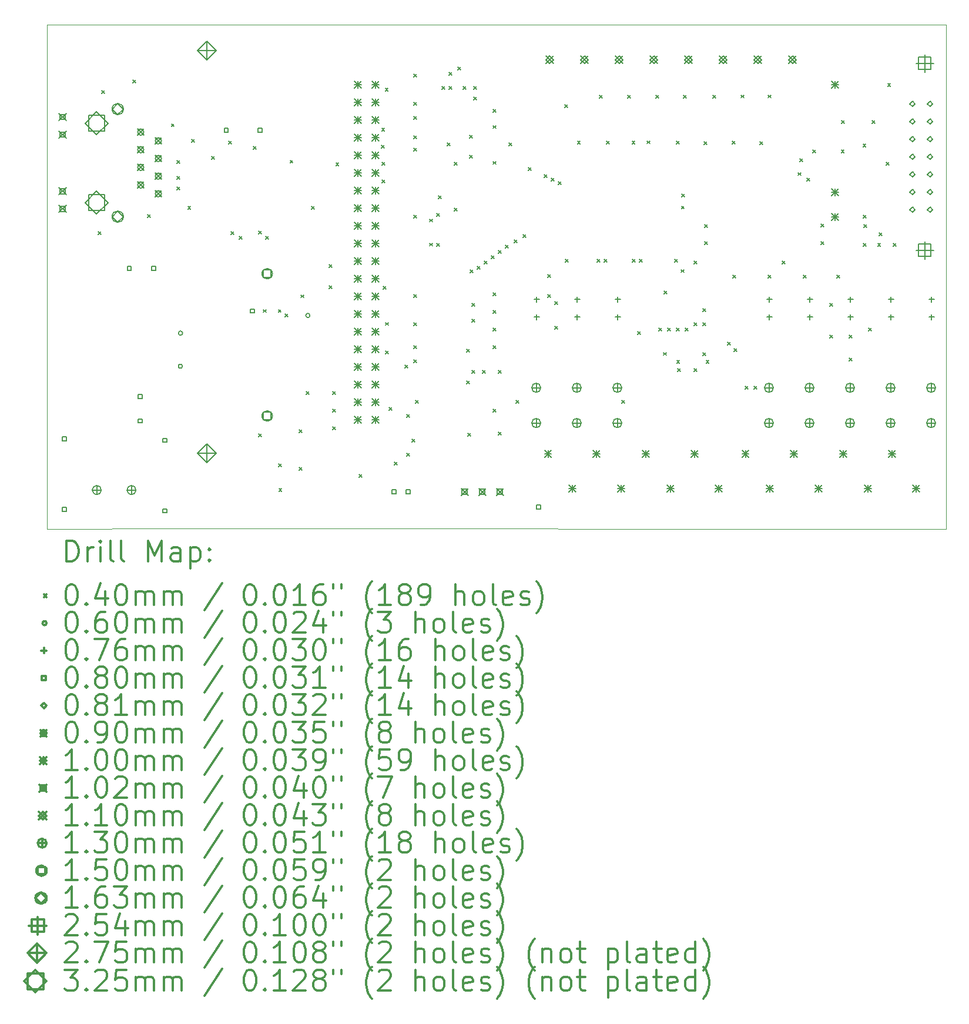
<source format=gbr>
%FSLAX45Y45*%
G04 Gerber Fmt 4.5, Leading zero omitted, Abs format (unit mm)*
G04 Created by KiCad (PCBNEW 5.99.0-unknown-c3175b4~86~ubuntu16.04.1) date 2019-12-02 17:49:02*
%MOMM*%
%LPD*%
G04 APERTURE LIST*
%ADD10C,0.050000*%
%ADD11C,0.200000*%
%ADD12C,0.300000*%
G04 APERTURE END LIST*
D10*
X10957500Y-13815200D02*
X9093200Y-13817600D01*
X22047200Y-6553200D02*
X22047200Y-13817600D01*
X9099550Y-6553200D02*
X22047200Y-6553200D01*
X9093200Y-13817600D02*
X9099550Y-6553200D01*
X10957500Y-13815200D02*
X22047200Y-13817600D01*
D11*
X9835200Y-9536750D02*
X9875200Y-9576750D01*
X9875200Y-9536750D02*
X9835200Y-9576750D01*
X9886000Y-7504750D02*
X9926000Y-7544750D01*
X9926000Y-7504750D02*
X9886000Y-7544750D01*
X10330500Y-7352350D02*
X10370500Y-7392350D01*
X10370500Y-7352350D02*
X10330500Y-7392350D01*
X10546400Y-9289100D02*
X10586400Y-9329100D01*
X10586400Y-9289100D02*
X10546400Y-9329100D01*
X10887000Y-7984000D02*
X10927000Y-8024000D01*
X10927000Y-7984000D02*
X10887000Y-8024000D01*
X10965500Y-8514400D02*
X11005500Y-8554400D01*
X11005500Y-8514400D02*
X10965500Y-8554400D01*
X10965500Y-8743000D02*
X11005500Y-8783000D01*
X11005500Y-8743000D02*
X10965500Y-8783000D01*
X10965500Y-8895400D02*
X11005500Y-8935400D01*
X11005500Y-8895400D02*
X10965500Y-8935400D01*
X11124250Y-9174800D02*
X11164250Y-9214800D01*
X11164250Y-9174800D02*
X11124250Y-9214800D01*
X11181400Y-8209600D02*
X11221400Y-8249600D01*
X11221400Y-8209600D02*
X11181400Y-8249600D01*
X11467000Y-8451000D02*
X11507000Y-8491000D01*
X11507000Y-8451000D02*
X11467000Y-8491000D01*
X11714800Y-8235000D02*
X11754800Y-8275000D01*
X11754800Y-8235000D02*
X11714800Y-8275000D01*
X11746474Y-9536674D02*
X11786474Y-9576674D01*
X11786474Y-9536674D02*
X11746474Y-9576674D01*
X11867200Y-9606600D02*
X11907200Y-9646600D01*
X11907200Y-9606600D02*
X11867200Y-9646600D01*
X12070400Y-8311200D02*
X12110400Y-8351200D01*
X12110400Y-8311200D02*
X12070400Y-8351200D01*
X12146600Y-9530400D02*
X12186600Y-9570400D01*
X12186600Y-9530400D02*
X12146600Y-9570400D01*
X12146600Y-12451400D02*
X12186600Y-12491400D01*
X12186600Y-12451400D02*
X12146600Y-12491400D01*
X12210800Y-10660000D02*
X12250800Y-10700000D01*
X12250800Y-10660000D02*
X12210800Y-10700000D01*
X12248200Y-9606600D02*
X12288200Y-9646600D01*
X12288200Y-9606600D02*
X12248200Y-9646600D01*
X12429000Y-10660000D02*
X12469000Y-10700000D01*
X12469000Y-10660000D02*
X12429000Y-10700000D01*
X12434000Y-12883200D02*
X12474000Y-12923200D01*
X12474000Y-12883200D02*
X12434000Y-12923200D01*
X12436000Y-13238800D02*
X12476000Y-13278800D01*
X12476000Y-13238800D02*
X12436000Y-13278800D01*
X12527600Y-10724200D02*
X12567600Y-10764200D01*
X12567600Y-10724200D02*
X12527600Y-10764200D01*
X12597450Y-8508050D02*
X12637450Y-8548050D01*
X12637450Y-8508050D02*
X12597450Y-8548050D01*
X12730800Y-12387900D02*
X12770800Y-12427900D01*
X12770800Y-12387900D02*
X12730800Y-12427900D01*
X12730800Y-12934000D02*
X12770800Y-12974000D01*
X12770800Y-12934000D02*
X12730800Y-12974000D01*
X12753000Y-10448000D02*
X12793000Y-10488000D01*
X12793000Y-10448000D02*
X12753000Y-10488000D01*
X12832400Y-11841800D02*
X12872400Y-11881800D01*
X12872400Y-11841800D02*
X12832400Y-11881800D01*
X12908600Y-9174800D02*
X12948600Y-9214800D01*
X12948600Y-9174800D02*
X12908600Y-9214800D01*
X13162600Y-10013000D02*
X13202600Y-10053000D01*
X13202600Y-10013000D02*
X13162600Y-10053000D01*
X13162600Y-10317800D02*
X13202600Y-10357800D01*
X13202600Y-10317800D02*
X13162600Y-10357800D01*
X13213400Y-11841800D02*
X13253400Y-11881800D01*
X13253400Y-11841800D02*
X13213400Y-11881800D01*
X13213400Y-12095800D02*
X13253400Y-12135800D01*
X13253400Y-12095800D02*
X13213400Y-12135800D01*
X13213400Y-12349800D02*
X13253400Y-12389800D01*
X13253400Y-12349800D02*
X13213400Y-12389800D01*
X13257850Y-8546150D02*
X13297850Y-8586150D01*
X13297850Y-8546150D02*
X13257850Y-8586150D01*
X13594400Y-13035600D02*
X13634400Y-13075600D01*
X13634400Y-13035600D02*
X13594400Y-13075600D01*
X13911900Y-8292150D02*
X13951900Y-8332150D01*
X13951900Y-8292150D02*
X13911900Y-8332150D01*
X13918250Y-8044500D02*
X13958250Y-8084500D01*
X13958250Y-8044500D02*
X13918250Y-8084500D01*
X13924600Y-8539800D02*
X13964600Y-8579800D01*
X13964600Y-8539800D02*
X13924600Y-8579800D01*
X13924600Y-8793800D02*
X13964600Y-8833800D01*
X13964600Y-8793800D02*
X13924600Y-8833800D01*
X13937300Y-10324150D02*
X13977300Y-10364150D01*
X13977300Y-10324150D02*
X13937300Y-10364150D01*
X13969050Y-7473000D02*
X14009050Y-7513000D01*
X14009050Y-7473000D02*
X13969050Y-7513000D01*
X13975400Y-10844850D02*
X14015400Y-10884850D01*
X14015400Y-10844850D02*
X13975400Y-10884850D01*
X13975400Y-11257600D02*
X14015400Y-11297600D01*
X14015400Y-11257600D02*
X13975400Y-11297600D01*
X14026200Y-12070400D02*
X14066200Y-12110400D01*
X14066200Y-12070400D02*
X14026200Y-12110400D01*
X14102400Y-12857800D02*
X14142400Y-12897800D01*
X14142400Y-12857800D02*
X14102400Y-12897800D01*
X14254800Y-11460800D02*
X14294800Y-11500800D01*
X14294800Y-11460800D02*
X14254800Y-11500800D01*
X14280200Y-12172000D02*
X14320200Y-12212000D01*
X14320200Y-12172000D02*
X14280200Y-12212000D01*
X14280200Y-12730800D02*
X14320200Y-12770800D01*
X14320200Y-12730800D02*
X14280200Y-12770800D01*
X14356400Y-12527600D02*
X14396400Y-12567600D01*
X14396400Y-12527600D02*
X14356400Y-12567600D01*
X14381800Y-7269800D02*
X14421800Y-7309800D01*
X14421800Y-7269800D02*
X14381800Y-7309800D01*
X14381800Y-7676200D02*
X14421800Y-7716200D01*
X14421800Y-7676200D02*
X14381800Y-7716200D01*
X14381800Y-7879400D02*
X14421800Y-7919400D01*
X14421800Y-7879400D02*
X14381800Y-7919400D01*
X14381800Y-8158800D02*
X14421800Y-8198800D01*
X14421800Y-8158800D02*
X14381800Y-8198800D01*
X14381800Y-8336600D02*
X14421800Y-8376600D01*
X14421800Y-8336600D02*
X14381800Y-8376600D01*
X14381800Y-9301800D02*
X14421800Y-9341800D01*
X14421800Y-9301800D02*
X14381800Y-9341800D01*
X14381800Y-10444800D02*
X14421800Y-10484800D01*
X14421800Y-10444800D02*
X14381800Y-10484800D01*
X14381800Y-10851200D02*
X14421800Y-10891200D01*
X14421800Y-10851200D02*
X14381800Y-10891200D01*
X14381800Y-11181400D02*
X14421800Y-11221400D01*
X14421800Y-11181400D02*
X14381800Y-11221400D01*
X14381800Y-11384600D02*
X14421800Y-11424600D01*
X14421800Y-11384600D02*
X14381800Y-11424600D01*
X14407200Y-11968800D02*
X14447200Y-12008800D01*
X14447200Y-11968800D02*
X14407200Y-12008800D01*
X14608000Y-9702000D02*
X14648000Y-9742000D01*
X14648000Y-9702000D02*
X14608000Y-9742000D01*
X14610000Y-9356000D02*
X14650000Y-9396000D01*
X14650000Y-9356000D02*
X14610000Y-9396000D01*
X14712000Y-9276400D02*
X14752000Y-9316400D01*
X14752000Y-9276400D02*
X14712000Y-9316400D01*
X14712000Y-9708200D02*
X14752000Y-9748200D01*
X14752000Y-9708200D02*
X14712000Y-9748200D01*
X14737400Y-9022400D02*
X14777400Y-9062400D01*
X14777400Y-9022400D02*
X14737400Y-9062400D01*
X14788200Y-7447600D02*
X14828200Y-7487600D01*
X14828200Y-7447600D02*
X14788200Y-7487600D01*
X14864400Y-8260400D02*
X14904400Y-8300400D01*
X14904400Y-8260400D02*
X14864400Y-8300400D01*
X14889800Y-7244400D02*
X14929800Y-7284400D01*
X14929800Y-7244400D02*
X14889800Y-7284400D01*
X14889800Y-7447600D02*
X14929800Y-7487600D01*
X14929800Y-7447600D02*
X14889800Y-7487600D01*
X14966000Y-8539800D02*
X15006000Y-8579800D01*
X15006000Y-8539800D02*
X14966000Y-8579800D01*
X14966000Y-9200200D02*
X15006000Y-9240200D01*
X15006000Y-9200200D02*
X14966000Y-9240200D01*
X15016800Y-7168200D02*
X15056800Y-7208200D01*
X15056800Y-7168200D02*
X15016800Y-7208200D01*
X15093000Y-7447600D02*
X15133000Y-7487600D01*
X15133000Y-7447600D02*
X15093000Y-7487600D01*
X15143800Y-11232200D02*
X15183800Y-11272200D01*
X15183800Y-11232200D02*
X15143800Y-11272200D01*
X15143800Y-11689400D02*
X15183800Y-11729400D01*
X15183800Y-11689400D02*
X15143800Y-11729400D01*
X15158000Y-12440200D02*
X15198000Y-12480200D01*
X15198000Y-12440200D02*
X15158000Y-12480200D01*
X15186000Y-8438000D02*
X15226000Y-8478000D01*
X15226000Y-8438000D02*
X15186000Y-8478000D01*
X15187000Y-8146000D02*
X15227000Y-8186000D01*
X15227000Y-8146000D02*
X15187000Y-8186000D01*
X15194600Y-10089200D02*
X15234600Y-10129200D01*
X15234600Y-10089200D02*
X15194600Y-10129200D01*
X15220000Y-10571800D02*
X15260000Y-10611800D01*
X15260000Y-10571800D02*
X15220000Y-10611800D01*
X15220000Y-10800400D02*
X15260000Y-10840400D01*
X15260000Y-10800400D02*
X15220000Y-10840400D01*
X15220000Y-11537000D02*
X15260000Y-11577000D01*
X15260000Y-11537000D02*
X15220000Y-11577000D01*
X15245400Y-7447600D02*
X15285400Y-7487600D01*
X15285400Y-7447600D02*
X15245400Y-7487600D01*
X15245400Y-7600000D02*
X15285400Y-7640000D01*
X15285400Y-7600000D02*
X15245400Y-7640000D01*
X15296200Y-10038400D02*
X15336200Y-10078400D01*
X15336200Y-10038400D02*
X15296200Y-10078400D01*
X15372400Y-11537000D02*
X15412400Y-11577000D01*
X15412400Y-11537000D02*
X15372400Y-11577000D01*
X15397800Y-9962200D02*
X15437800Y-10002200D01*
X15437800Y-9962200D02*
X15397800Y-10002200D01*
X15499400Y-9886000D02*
X15539400Y-9926000D01*
X15539400Y-9886000D02*
X15499400Y-9926000D01*
X15523000Y-8526000D02*
X15563000Y-8566000D01*
X15563000Y-8526000D02*
X15523000Y-8566000D01*
X15524800Y-7777800D02*
X15564800Y-7817800D01*
X15564800Y-7777800D02*
X15524800Y-7817800D01*
X15524800Y-8010200D02*
X15564800Y-8050200D01*
X15564800Y-8010200D02*
X15524800Y-8050200D01*
X15524800Y-10419400D02*
X15564800Y-10459400D01*
X15564800Y-10419400D02*
X15524800Y-10459400D01*
X15524800Y-10673400D02*
X15564800Y-10713400D01*
X15564800Y-10673400D02*
X15524800Y-10713400D01*
X15524800Y-10927400D02*
X15564800Y-10967400D01*
X15564800Y-10927400D02*
X15524800Y-10967400D01*
X15524800Y-11181400D02*
X15564800Y-11221400D01*
X15564800Y-11181400D02*
X15524800Y-11221400D01*
X15524800Y-12095800D02*
X15564800Y-12135800D01*
X15564800Y-12095800D02*
X15524800Y-12135800D01*
X15601000Y-9809800D02*
X15641000Y-9849800D01*
X15641000Y-9809800D02*
X15601000Y-9849800D01*
X15601000Y-11537000D02*
X15641000Y-11577000D01*
X15641000Y-11537000D02*
X15601000Y-11577000D01*
X15601000Y-12426000D02*
X15641000Y-12466000D01*
X15641000Y-12426000D02*
X15601000Y-12466000D01*
X15702600Y-9733600D02*
X15742600Y-9773600D01*
X15742600Y-9733600D02*
X15702600Y-9773600D01*
X15753400Y-8260400D02*
X15793400Y-8300400D01*
X15793400Y-8260400D02*
X15753400Y-8300400D01*
X15829600Y-9657400D02*
X15869600Y-9697400D01*
X15869600Y-9657400D02*
X15829600Y-9697400D01*
X15855000Y-11968800D02*
X15895000Y-12008800D01*
X15895000Y-11968800D02*
X15855000Y-12008800D01*
X15956600Y-9581200D02*
X15996600Y-9621200D01*
X15996600Y-9581200D02*
X15956600Y-9621200D01*
X16032800Y-8616000D02*
X16072800Y-8656000D01*
X16072800Y-8616000D02*
X16032800Y-8656000D01*
X16261400Y-8717600D02*
X16301400Y-8757600D01*
X16301400Y-8717600D02*
X16261400Y-8757600D01*
X16308000Y-10445000D02*
X16348000Y-10485000D01*
X16348000Y-10445000D02*
X16308000Y-10485000D01*
X16311000Y-10154000D02*
X16351000Y-10194000D01*
X16351000Y-10154000D02*
X16311000Y-10194000D01*
X16363000Y-8768400D02*
X16403000Y-8808400D01*
X16403000Y-8768400D02*
X16363000Y-8808400D01*
X16413800Y-10546400D02*
X16453800Y-10586400D01*
X16453800Y-10546400D02*
X16413800Y-10586400D01*
X16413800Y-10902000D02*
X16453800Y-10942000D01*
X16453800Y-10902000D02*
X16413800Y-10942000D01*
X16464600Y-8819200D02*
X16504600Y-8859200D01*
X16504600Y-8819200D02*
X16464600Y-8859200D01*
X16553500Y-7707950D02*
X16593500Y-7747950D01*
X16593500Y-7707950D02*
X16553500Y-7747950D01*
X16566200Y-9936800D02*
X16606200Y-9976800D01*
X16606200Y-9936800D02*
X16566200Y-9976800D01*
X16737650Y-8235000D02*
X16777650Y-8275000D01*
X16777650Y-8235000D02*
X16737650Y-8275000D01*
X17023400Y-9936800D02*
X17063400Y-9976800D01*
X17063400Y-9936800D02*
X17023400Y-9976800D01*
X17055150Y-7574600D02*
X17095150Y-7614600D01*
X17095150Y-7574600D02*
X17055150Y-7614600D01*
X17125000Y-9936800D02*
X17165000Y-9976800D01*
X17165000Y-9936800D02*
X17125000Y-9976800D01*
X17156750Y-8235000D02*
X17196750Y-8275000D01*
X17196750Y-8235000D02*
X17156750Y-8275000D01*
X17379000Y-11968800D02*
X17419000Y-12008800D01*
X17419000Y-11968800D02*
X17379000Y-12008800D01*
X17461550Y-7574600D02*
X17501550Y-7614600D01*
X17501550Y-7574600D02*
X17461550Y-7614600D01*
X17525050Y-8235000D02*
X17565050Y-8275000D01*
X17565050Y-8235000D02*
X17525050Y-8275000D01*
X17531400Y-9936800D02*
X17571400Y-9976800D01*
X17571400Y-9936800D02*
X17531400Y-9976800D01*
X17607600Y-10978200D02*
X17647600Y-11018200D01*
X17647600Y-10978200D02*
X17607600Y-11018200D01*
X17633000Y-9936800D02*
X17673000Y-9976800D01*
X17673000Y-9936800D02*
X17633000Y-9976800D01*
X17740950Y-8228650D02*
X17780950Y-8268650D01*
X17780950Y-8228650D02*
X17740950Y-8268650D01*
X17867950Y-7574600D02*
X17907950Y-7614600D01*
X17907950Y-7574600D02*
X17867950Y-7614600D01*
X17912400Y-10927400D02*
X17952400Y-10967400D01*
X17952400Y-10927400D02*
X17912400Y-10967400D01*
X17975900Y-11278100D02*
X18015900Y-11318100D01*
X18015900Y-11278100D02*
X17975900Y-11318100D01*
X17988600Y-10394000D02*
X18028600Y-10434000D01*
X18028600Y-10394000D02*
X17988600Y-10434000D01*
X18039400Y-10927400D02*
X18079400Y-10967400D01*
X18079400Y-10927400D02*
X18039400Y-10967400D01*
X18141000Y-9936800D02*
X18181000Y-9976800D01*
X18181000Y-9936800D02*
X18141000Y-9976800D01*
X18166400Y-8235000D02*
X18206400Y-8275000D01*
X18206400Y-8235000D02*
X18166400Y-8275000D01*
X18166400Y-10927400D02*
X18206400Y-10967400D01*
X18206400Y-10927400D02*
X18166400Y-10967400D01*
X18168000Y-11393000D02*
X18208000Y-11433000D01*
X18208000Y-11393000D02*
X18168000Y-11433000D01*
X18180000Y-11511000D02*
X18220000Y-11551000D01*
X18220000Y-11511000D02*
X18180000Y-11551000D01*
X18229900Y-10082850D02*
X18269900Y-10122850D01*
X18269900Y-10082850D02*
X18229900Y-10122850D01*
X18236250Y-9168450D02*
X18276250Y-9208450D01*
X18276250Y-9168450D02*
X18236250Y-9208450D01*
X18242600Y-8997000D02*
X18282600Y-9037000D01*
X18282600Y-8997000D02*
X18242600Y-9037000D01*
X18268000Y-7574600D02*
X18308000Y-7614600D01*
X18308000Y-7574600D02*
X18268000Y-7614600D01*
X18293400Y-10927400D02*
X18333400Y-10967400D01*
X18333400Y-10927400D02*
X18293400Y-10967400D01*
X18420400Y-9962200D02*
X18460400Y-10002200D01*
X18460400Y-9962200D02*
X18420400Y-10002200D01*
X18420400Y-10851200D02*
X18460400Y-10891200D01*
X18460400Y-10851200D02*
X18420400Y-10891200D01*
X18420400Y-11511600D02*
X18460400Y-11551600D01*
X18460400Y-11511600D02*
X18420400Y-11551600D01*
X18547400Y-10648000D02*
X18587400Y-10688000D01*
X18587400Y-10648000D02*
X18547400Y-10688000D01*
X18547400Y-10851200D02*
X18587400Y-10891200D01*
X18587400Y-10851200D02*
X18547400Y-10891200D01*
X18547400Y-11281000D02*
X18587400Y-11321000D01*
X18587400Y-11281000D02*
X18547400Y-11321000D01*
X18560100Y-8241350D02*
X18600100Y-8281350D01*
X18600100Y-8241350D02*
X18560100Y-8281350D01*
X18572800Y-9435150D02*
X18612800Y-9475150D01*
X18612800Y-9435150D02*
X18572800Y-9475150D01*
X18572800Y-9682800D02*
X18612800Y-9722800D01*
X18612800Y-9682800D02*
X18572800Y-9722800D01*
X18590880Y-11393120D02*
X18630880Y-11433120D01*
X18630880Y-11393120D02*
X18590880Y-11433120D01*
X18687100Y-7574600D02*
X18727100Y-7614600D01*
X18727100Y-7574600D02*
X18687100Y-7614600D01*
X18903000Y-11130600D02*
X18943000Y-11170600D01*
X18943000Y-11130600D02*
X18903000Y-11170600D01*
X18966500Y-8235000D02*
X19006500Y-8275000D01*
X19006500Y-8235000D02*
X18966500Y-8275000D01*
X18979200Y-10165400D02*
X19019200Y-10205400D01*
X19019200Y-10165400D02*
X18979200Y-10205400D01*
X18991900Y-11219500D02*
X19031900Y-11259500D01*
X19031900Y-11219500D02*
X18991900Y-11259500D01*
X19093500Y-7568250D02*
X19133500Y-7608250D01*
X19133500Y-7568250D02*
X19093500Y-7608250D01*
X19157000Y-11765600D02*
X19197000Y-11805600D01*
X19197000Y-11765600D02*
X19157000Y-11805600D01*
X19284000Y-11765600D02*
X19324000Y-11805600D01*
X19324000Y-11765600D02*
X19284000Y-11805600D01*
X19366550Y-8241350D02*
X19406550Y-8281350D01*
X19406550Y-8241350D02*
X19366550Y-8281350D01*
X19487200Y-7568250D02*
X19527200Y-7608250D01*
X19527200Y-7568250D02*
X19487200Y-7608250D01*
X19487200Y-10165400D02*
X19527200Y-10205400D01*
X19527200Y-10165400D02*
X19487200Y-10205400D01*
X19690400Y-9962200D02*
X19730400Y-10002200D01*
X19730400Y-9962200D02*
X19690400Y-10002200D01*
X19919000Y-8685600D02*
X19959000Y-8725600D01*
X19959000Y-8685600D02*
X19919000Y-8725600D01*
X19944400Y-8489000D02*
X19984400Y-8529000D01*
X19984400Y-8489000D02*
X19944400Y-8529000D01*
X19995200Y-10165400D02*
X20035200Y-10205400D01*
X20035200Y-10165400D02*
X19995200Y-10205400D01*
X20046000Y-8768400D02*
X20086000Y-8808400D01*
X20086000Y-8768400D02*
X20046000Y-8808400D01*
X20128000Y-8361000D02*
X20168000Y-8401000D01*
X20168000Y-8361000D02*
X20128000Y-8401000D01*
X20249200Y-9428800D02*
X20289200Y-9468800D01*
X20289200Y-9428800D02*
X20249200Y-9468800D01*
X20249200Y-9682800D02*
X20289200Y-9722800D01*
X20289200Y-9682800D02*
X20249200Y-9722800D01*
X20376200Y-10571800D02*
X20416200Y-10611800D01*
X20416200Y-10571800D02*
X20376200Y-10611800D01*
X20376200Y-11029000D02*
X20416200Y-11069000D01*
X20416200Y-11029000D02*
X20376200Y-11069000D01*
X20477800Y-10165400D02*
X20517800Y-10205400D01*
X20517800Y-10165400D02*
X20477800Y-10205400D01*
X20540000Y-8361000D02*
X20580000Y-8401000D01*
X20580000Y-8361000D02*
X20540000Y-8401000D01*
X20541300Y-7936550D02*
X20581300Y-7976550D01*
X20581300Y-7936550D02*
X20541300Y-7976550D01*
X20655600Y-11029000D02*
X20695600Y-11069000D01*
X20695600Y-11029000D02*
X20655600Y-11069000D01*
X20655600Y-11359200D02*
X20695600Y-11399200D01*
X20695600Y-11359200D02*
X20655600Y-11399200D01*
X20853000Y-8277000D02*
X20893000Y-8317000D01*
X20893000Y-8277000D02*
X20853000Y-8317000D01*
X20856000Y-9300000D02*
X20896000Y-9340000D01*
X20896000Y-9300000D02*
X20856000Y-9340000D01*
X20858800Y-9707000D02*
X20898800Y-9747000D01*
X20898800Y-9707000D02*
X20858800Y-9747000D01*
X20864000Y-9433000D02*
X20904000Y-9473000D01*
X20904000Y-9433000D02*
X20864000Y-9473000D01*
X20935000Y-10927400D02*
X20975000Y-10967400D01*
X20975000Y-10927400D02*
X20935000Y-10967400D01*
X20986000Y-7935000D02*
X21026000Y-7975000D01*
X21026000Y-7935000D02*
X20986000Y-7975000D01*
X21064116Y-9706084D02*
X21104116Y-9746084D01*
X21104116Y-9706084D02*
X21064116Y-9746084D01*
X21087400Y-9555800D02*
X21127400Y-9595800D01*
X21127400Y-9555800D02*
X21087400Y-9595800D01*
X21189000Y-8539800D02*
X21229000Y-8579800D01*
X21229000Y-8539800D02*
X21189000Y-8579800D01*
X21209000Y-7406000D02*
X21249000Y-7446000D01*
X21249000Y-7406000D02*
X21209000Y-7446000D01*
X21290385Y-9707985D02*
X21330385Y-9747985D01*
X21330385Y-9707985D02*
X21290385Y-9747985D01*
X11047000Y-11476000D02*
G75*
G03X11047000Y-11476000I-30000J0D01*
G01*
X11049000Y-10998000D02*
G75*
G03X11049000Y-10998000I-30000J0D01*
G01*
X12882400Y-10744200D02*
G75*
G03X12882400Y-10744200I-30000J0D01*
G01*
X17317720Y-10472520D02*
X17317720Y-10548520D01*
X17279720Y-10510520D02*
X17355720Y-10510520D01*
X17317720Y-10726520D02*
X17317720Y-10802520D01*
X17279720Y-10764520D02*
X17355720Y-10764520D01*
X16733520Y-10472520D02*
X16733520Y-10548520D01*
X16695520Y-10510520D02*
X16771520Y-10510520D01*
X16733520Y-10726520D02*
X16733520Y-10802520D01*
X16695520Y-10764520D02*
X16771520Y-10764520D01*
X21838920Y-10472520D02*
X21838920Y-10548520D01*
X21800920Y-10510520D02*
X21876920Y-10510520D01*
X21838920Y-10726520D02*
X21838920Y-10802520D01*
X21800920Y-10764520D02*
X21876920Y-10764520D01*
X21254720Y-10472520D02*
X21254720Y-10548520D01*
X21216720Y-10510520D02*
X21292720Y-10510520D01*
X21254720Y-10726520D02*
X21254720Y-10802520D01*
X21216720Y-10764520D02*
X21292720Y-10764520D01*
X19502120Y-10472520D02*
X19502120Y-10548520D01*
X19464120Y-10510520D02*
X19540120Y-10510520D01*
X19502120Y-10726520D02*
X19502120Y-10802520D01*
X19464120Y-10764520D02*
X19540120Y-10764520D01*
X20670520Y-10472520D02*
X20670520Y-10548520D01*
X20632520Y-10510520D02*
X20708520Y-10510520D01*
X20670520Y-10726520D02*
X20670520Y-10802520D01*
X20632520Y-10764520D02*
X20708520Y-10764520D01*
X16149320Y-10472520D02*
X16149320Y-10548520D01*
X16111320Y-10510520D02*
X16187320Y-10510520D01*
X16149320Y-10726520D02*
X16149320Y-10802520D01*
X16111320Y-10764520D02*
X16187320Y-10764520D01*
X20086320Y-10472520D02*
X20086320Y-10548520D01*
X20048320Y-10510520D02*
X20124320Y-10510520D01*
X20086320Y-10726520D02*
X20086320Y-10802520D01*
X20048320Y-10764520D02*
X20124320Y-10764520D01*
X12081284Y-10708285D02*
X12081284Y-10651716D01*
X12024715Y-10651716D01*
X12024715Y-10708285D01*
X12081284Y-10708285D01*
X16206284Y-13529284D02*
X16206284Y-13472715D01*
X16149715Y-13472715D01*
X16149715Y-13529284D01*
X16206284Y-13529284D01*
X10310285Y-10092285D02*
X10310285Y-10035716D01*
X10253716Y-10035716D01*
X10253716Y-10092285D01*
X10310285Y-10092285D01*
X10660285Y-10092285D02*
X10660285Y-10035716D01*
X10603716Y-10035716D01*
X10603716Y-10092285D01*
X10660285Y-10092285D01*
X9375485Y-12550484D02*
X9375485Y-12493915D01*
X9318916Y-12493915D01*
X9318916Y-12550484D01*
X9375485Y-12550484D01*
X9375485Y-13566484D02*
X9375485Y-13509915D01*
X9318916Y-13509915D01*
X9318916Y-13566484D01*
X9375485Y-13566484D01*
X10467685Y-11940884D02*
X10467685Y-11884315D01*
X10411116Y-11884315D01*
X10411116Y-11940884D01*
X10467685Y-11940884D01*
X10467685Y-12290884D02*
X10467685Y-12234315D01*
X10411116Y-12234315D01*
X10411116Y-12290884D01*
X10467685Y-12290884D01*
X11706884Y-8105484D02*
X11706884Y-8048915D01*
X11650315Y-8048915D01*
X11650315Y-8105484D01*
X11706884Y-8105484D01*
X12194884Y-8105484D02*
X12194884Y-8048915D01*
X12138315Y-8048915D01*
X12138315Y-8105484D01*
X12194884Y-8105484D01*
X10823285Y-12569534D02*
X10823285Y-12512965D01*
X10766716Y-12512965D01*
X10766716Y-12569534D01*
X10823285Y-12569534D01*
X10823285Y-13585534D02*
X10823285Y-13528965D01*
X10766716Y-13528965D01*
X10766716Y-13585534D01*
X10823285Y-13585534D01*
X14125284Y-13312484D02*
X14125284Y-13255915D01*
X14068715Y-13255915D01*
X14068715Y-13312484D01*
X14125284Y-13312484D01*
X14325284Y-13312484D02*
X14325284Y-13255915D01*
X14268715Y-13255915D01*
X14268715Y-13312484D01*
X14325284Y-13312484D01*
X21564400Y-7736900D02*
X21604900Y-7696400D01*
X21564400Y-7655900D01*
X21523900Y-7696400D01*
X21564400Y-7736900D01*
X21564400Y-7990900D02*
X21604900Y-7950400D01*
X21564400Y-7909900D01*
X21523900Y-7950400D01*
X21564400Y-7990900D01*
X21564400Y-8244900D02*
X21604900Y-8204400D01*
X21564400Y-8163900D01*
X21523900Y-8204400D01*
X21564400Y-8244900D01*
X21564400Y-8498900D02*
X21604900Y-8458400D01*
X21564400Y-8417900D01*
X21523900Y-8458400D01*
X21564400Y-8498900D01*
X21564400Y-8752900D02*
X21604900Y-8712400D01*
X21564400Y-8671900D01*
X21523900Y-8712400D01*
X21564400Y-8752900D01*
X21564400Y-9006900D02*
X21604900Y-8966400D01*
X21564400Y-8925900D01*
X21523900Y-8966400D01*
X21564400Y-9006900D01*
X21564400Y-9260900D02*
X21604900Y-9220400D01*
X21564400Y-9179900D01*
X21523900Y-9220400D01*
X21564400Y-9260900D01*
X21818400Y-7736900D02*
X21858900Y-7696400D01*
X21818400Y-7655900D01*
X21777900Y-7696400D01*
X21818400Y-7736900D01*
X21818400Y-7990900D02*
X21858900Y-7950400D01*
X21818400Y-7909900D01*
X21777900Y-7950400D01*
X21818400Y-7990900D01*
X21818400Y-8244900D02*
X21858900Y-8204400D01*
X21818400Y-8163900D01*
X21777900Y-8204400D01*
X21818400Y-8244900D01*
X21818400Y-8498900D02*
X21858900Y-8458400D01*
X21818400Y-8417900D01*
X21777900Y-8458400D01*
X21818400Y-8498900D01*
X21818400Y-8752900D02*
X21858900Y-8712400D01*
X21818400Y-8671900D01*
X21777900Y-8712400D01*
X21818400Y-8752900D01*
X21818400Y-9006900D02*
X21858900Y-8966400D01*
X21818400Y-8925900D01*
X21777900Y-8966400D01*
X21818400Y-9006900D01*
X21818400Y-9260900D02*
X21858900Y-9220400D01*
X21818400Y-9179900D01*
X21777900Y-9220400D01*
X21818400Y-9260900D01*
X10400750Y-8057600D02*
X10490750Y-8147600D01*
X10490750Y-8057600D02*
X10400750Y-8147600D01*
X10490750Y-8102600D02*
G75*
G03X10490750Y-8102600I-45000J0D01*
G01*
X10400750Y-8311600D02*
X10490750Y-8401600D01*
X10490750Y-8311600D02*
X10400750Y-8401600D01*
X10490750Y-8356600D02*
G75*
G03X10490750Y-8356600I-45000J0D01*
G01*
X10400750Y-8565600D02*
X10490750Y-8655600D01*
X10490750Y-8565600D02*
X10400750Y-8655600D01*
X10490750Y-8610600D02*
G75*
G03X10490750Y-8610600I-45000J0D01*
G01*
X10400750Y-8819600D02*
X10490750Y-8909600D01*
X10490750Y-8819600D02*
X10400750Y-8909600D01*
X10490750Y-8864600D02*
G75*
G03X10490750Y-8864600I-45000J0D01*
G01*
X10654750Y-8183600D02*
X10744750Y-8273600D01*
X10744750Y-8183600D02*
X10654750Y-8273600D01*
X10744750Y-8228600D02*
G75*
G03X10744750Y-8228600I-45000J0D01*
G01*
X10654750Y-8437600D02*
X10744750Y-8527600D01*
X10744750Y-8437600D02*
X10654750Y-8527600D01*
X10744750Y-8482600D02*
G75*
G03X10744750Y-8482600I-45000J0D01*
G01*
X10654750Y-8691600D02*
X10744750Y-8781600D01*
X10744750Y-8691600D02*
X10654750Y-8781600D01*
X10744750Y-8736600D02*
G75*
G03X10744750Y-8736600I-45000J0D01*
G01*
X10654750Y-8945600D02*
X10744750Y-9035600D01*
X10744750Y-8945600D02*
X10654750Y-9035600D01*
X10744750Y-8990600D02*
G75*
G03X10744750Y-8990600I-45000J0D01*
G01*
X20397000Y-8916200D02*
X20497000Y-9016200D01*
X20497000Y-8916200D02*
X20397000Y-9016200D01*
X20447000Y-8916200D02*
X20447000Y-9016200D01*
X20397000Y-8966200D02*
X20497000Y-8966200D01*
X20397000Y-7366800D02*
X20497000Y-7466800D01*
X20497000Y-7366800D02*
X20397000Y-7466800D01*
X20447000Y-7366800D02*
X20447000Y-7466800D01*
X20397000Y-7416800D02*
X20497000Y-7416800D01*
X16264000Y-12686400D02*
X16364000Y-12786400D01*
X16364000Y-12686400D02*
X16264000Y-12786400D01*
X16314000Y-12686400D02*
X16314000Y-12786400D01*
X16264000Y-12736400D02*
X16364000Y-12736400D01*
X16614000Y-13186400D02*
X16714000Y-13286400D01*
X16714000Y-13186400D02*
X16614000Y-13286400D01*
X16664000Y-13186400D02*
X16664000Y-13286400D01*
X16614000Y-13236400D02*
X16714000Y-13236400D01*
X16964000Y-12686400D02*
X17064000Y-12786400D01*
X17064000Y-12686400D02*
X16964000Y-12786400D01*
X17014000Y-12686400D02*
X17014000Y-12786400D01*
X16964000Y-12736400D02*
X17064000Y-12736400D01*
X17314000Y-13186400D02*
X17414000Y-13286400D01*
X17414000Y-13186400D02*
X17314000Y-13286400D01*
X17364000Y-13186400D02*
X17364000Y-13286400D01*
X17314000Y-13236400D02*
X17414000Y-13236400D01*
X17676240Y-12686400D02*
X17776240Y-12786400D01*
X17776240Y-12686400D02*
X17676240Y-12786400D01*
X17726240Y-12686400D02*
X17726240Y-12786400D01*
X17676240Y-12736400D02*
X17776240Y-12736400D01*
X18026240Y-13186400D02*
X18126240Y-13286400D01*
X18126240Y-13186400D02*
X18026240Y-13286400D01*
X18076240Y-13186400D02*
X18076240Y-13286400D01*
X18026240Y-13236400D02*
X18126240Y-13236400D01*
X18376240Y-12686400D02*
X18476240Y-12786400D01*
X18476240Y-12686400D02*
X18376240Y-12786400D01*
X18426240Y-12686400D02*
X18426240Y-12786400D01*
X18376240Y-12736400D02*
X18476240Y-12736400D01*
X18726240Y-13186400D02*
X18826240Y-13286400D01*
X18826240Y-13186400D02*
X18726240Y-13286400D01*
X18776240Y-13186400D02*
X18776240Y-13286400D01*
X18726240Y-13236400D02*
X18826240Y-13236400D01*
X19108800Y-12686400D02*
X19208800Y-12786400D01*
X19208800Y-12686400D02*
X19108800Y-12786400D01*
X19158800Y-12686400D02*
X19158800Y-12786400D01*
X19108800Y-12736400D02*
X19208800Y-12736400D01*
X19458800Y-13186400D02*
X19558800Y-13286400D01*
X19558800Y-13186400D02*
X19458800Y-13286400D01*
X19508800Y-13186400D02*
X19508800Y-13286400D01*
X19458800Y-13236400D02*
X19558800Y-13236400D01*
X19808800Y-12686400D02*
X19908800Y-12786400D01*
X19908800Y-12686400D02*
X19808800Y-12786400D01*
X19858800Y-12686400D02*
X19858800Y-12786400D01*
X19808800Y-12736400D02*
X19908800Y-12736400D01*
X20158800Y-13186400D02*
X20258800Y-13286400D01*
X20258800Y-13186400D02*
X20158800Y-13286400D01*
X20208800Y-13186400D02*
X20208800Y-13286400D01*
X20158800Y-13236400D02*
X20258800Y-13236400D01*
X20521040Y-12686400D02*
X20621040Y-12786400D01*
X20621040Y-12686400D02*
X20521040Y-12786400D01*
X20571040Y-12686400D02*
X20571040Y-12786400D01*
X20521040Y-12736400D02*
X20621040Y-12736400D01*
X20871040Y-13186400D02*
X20971040Y-13286400D01*
X20971040Y-13186400D02*
X20871040Y-13286400D01*
X20921040Y-13186400D02*
X20921040Y-13286400D01*
X20871040Y-13236400D02*
X20971040Y-13236400D01*
X21221040Y-12686400D02*
X21321040Y-12786400D01*
X21321040Y-12686400D02*
X21221040Y-12786400D01*
X21271040Y-12686400D02*
X21271040Y-12786400D01*
X21221040Y-12736400D02*
X21321040Y-12736400D01*
X21571040Y-13186400D02*
X21671040Y-13286400D01*
X21671040Y-13186400D02*
X21571040Y-13286400D01*
X21621040Y-13186400D02*
X21621040Y-13286400D01*
X21571040Y-13236400D02*
X21671040Y-13236400D01*
X13524000Y-7368600D02*
X13624000Y-7468600D01*
X13624000Y-7368600D02*
X13524000Y-7468600D01*
X13574000Y-7368600D02*
X13574000Y-7468600D01*
X13524000Y-7418600D02*
X13624000Y-7418600D01*
X13524000Y-7622600D02*
X13624000Y-7722600D01*
X13624000Y-7622600D02*
X13524000Y-7722600D01*
X13574000Y-7622600D02*
X13574000Y-7722600D01*
X13524000Y-7672600D02*
X13624000Y-7672600D01*
X13524000Y-7876600D02*
X13624000Y-7976600D01*
X13624000Y-7876600D02*
X13524000Y-7976600D01*
X13574000Y-7876600D02*
X13574000Y-7976600D01*
X13524000Y-7926600D02*
X13624000Y-7926600D01*
X13524000Y-8130600D02*
X13624000Y-8230600D01*
X13624000Y-8130600D02*
X13524000Y-8230600D01*
X13574000Y-8130600D02*
X13574000Y-8230600D01*
X13524000Y-8180600D02*
X13624000Y-8180600D01*
X13524000Y-8384600D02*
X13624000Y-8484600D01*
X13624000Y-8384600D02*
X13524000Y-8484600D01*
X13574000Y-8384600D02*
X13574000Y-8484600D01*
X13524000Y-8434600D02*
X13624000Y-8434600D01*
X13524000Y-8638600D02*
X13624000Y-8738600D01*
X13624000Y-8638600D02*
X13524000Y-8738600D01*
X13574000Y-8638600D02*
X13574000Y-8738600D01*
X13524000Y-8688600D02*
X13624000Y-8688600D01*
X13524000Y-8892600D02*
X13624000Y-8992600D01*
X13624000Y-8892600D02*
X13524000Y-8992600D01*
X13574000Y-8892600D02*
X13574000Y-8992600D01*
X13524000Y-8942600D02*
X13624000Y-8942600D01*
X13524000Y-9146600D02*
X13624000Y-9246600D01*
X13624000Y-9146600D02*
X13524000Y-9246600D01*
X13574000Y-9146600D02*
X13574000Y-9246600D01*
X13524000Y-9196600D02*
X13624000Y-9196600D01*
X13524000Y-9400600D02*
X13624000Y-9500600D01*
X13624000Y-9400600D02*
X13524000Y-9500600D01*
X13574000Y-9400600D02*
X13574000Y-9500600D01*
X13524000Y-9450600D02*
X13624000Y-9450600D01*
X13524000Y-9654600D02*
X13624000Y-9754600D01*
X13624000Y-9654600D02*
X13524000Y-9754600D01*
X13574000Y-9654600D02*
X13574000Y-9754600D01*
X13524000Y-9704600D02*
X13624000Y-9704600D01*
X13524000Y-9908600D02*
X13624000Y-10008600D01*
X13624000Y-9908600D02*
X13524000Y-10008600D01*
X13574000Y-9908600D02*
X13574000Y-10008600D01*
X13524000Y-9958600D02*
X13624000Y-9958600D01*
X13524000Y-10162600D02*
X13624000Y-10262600D01*
X13624000Y-10162600D02*
X13524000Y-10262600D01*
X13574000Y-10162600D02*
X13574000Y-10262600D01*
X13524000Y-10212600D02*
X13624000Y-10212600D01*
X13524000Y-10416600D02*
X13624000Y-10516600D01*
X13624000Y-10416600D02*
X13524000Y-10516600D01*
X13574000Y-10416600D02*
X13574000Y-10516600D01*
X13524000Y-10466600D02*
X13624000Y-10466600D01*
X13524000Y-10670600D02*
X13624000Y-10770600D01*
X13624000Y-10670600D02*
X13524000Y-10770600D01*
X13574000Y-10670600D02*
X13574000Y-10770600D01*
X13524000Y-10720600D02*
X13624000Y-10720600D01*
X13524000Y-10924600D02*
X13624000Y-11024600D01*
X13624000Y-10924600D02*
X13524000Y-11024600D01*
X13574000Y-10924600D02*
X13574000Y-11024600D01*
X13524000Y-10974600D02*
X13624000Y-10974600D01*
X13524000Y-11178600D02*
X13624000Y-11278600D01*
X13624000Y-11178600D02*
X13524000Y-11278600D01*
X13574000Y-11178600D02*
X13574000Y-11278600D01*
X13524000Y-11228600D02*
X13624000Y-11228600D01*
X13524000Y-11432600D02*
X13624000Y-11532600D01*
X13624000Y-11432600D02*
X13524000Y-11532600D01*
X13574000Y-11432600D02*
X13574000Y-11532600D01*
X13524000Y-11482600D02*
X13624000Y-11482600D01*
X13524000Y-11686600D02*
X13624000Y-11786600D01*
X13624000Y-11686600D02*
X13524000Y-11786600D01*
X13574000Y-11686600D02*
X13574000Y-11786600D01*
X13524000Y-11736600D02*
X13624000Y-11736600D01*
X13524000Y-11940600D02*
X13624000Y-12040600D01*
X13624000Y-11940600D02*
X13524000Y-12040600D01*
X13574000Y-11940600D02*
X13574000Y-12040600D01*
X13524000Y-11990600D02*
X13624000Y-11990600D01*
X13524000Y-12194600D02*
X13624000Y-12294600D01*
X13624000Y-12194600D02*
X13524000Y-12294600D01*
X13574000Y-12194600D02*
X13574000Y-12294600D01*
X13524000Y-12244600D02*
X13624000Y-12244600D01*
X13778000Y-7368600D02*
X13878000Y-7468600D01*
X13878000Y-7368600D02*
X13778000Y-7468600D01*
X13828000Y-7368600D02*
X13828000Y-7468600D01*
X13778000Y-7418600D02*
X13878000Y-7418600D01*
X13778000Y-7622600D02*
X13878000Y-7722600D01*
X13878000Y-7622600D02*
X13778000Y-7722600D01*
X13828000Y-7622600D02*
X13828000Y-7722600D01*
X13778000Y-7672600D02*
X13878000Y-7672600D01*
X13778000Y-7876600D02*
X13878000Y-7976600D01*
X13878000Y-7876600D02*
X13778000Y-7976600D01*
X13828000Y-7876600D02*
X13828000Y-7976600D01*
X13778000Y-7926600D02*
X13878000Y-7926600D01*
X13778000Y-8130600D02*
X13878000Y-8230600D01*
X13878000Y-8130600D02*
X13778000Y-8230600D01*
X13828000Y-8130600D02*
X13828000Y-8230600D01*
X13778000Y-8180600D02*
X13878000Y-8180600D01*
X13778000Y-8384600D02*
X13878000Y-8484600D01*
X13878000Y-8384600D02*
X13778000Y-8484600D01*
X13828000Y-8384600D02*
X13828000Y-8484600D01*
X13778000Y-8434600D02*
X13878000Y-8434600D01*
X13778000Y-8638600D02*
X13878000Y-8738600D01*
X13878000Y-8638600D02*
X13778000Y-8738600D01*
X13828000Y-8638600D02*
X13828000Y-8738600D01*
X13778000Y-8688600D02*
X13878000Y-8688600D01*
X13778000Y-8892600D02*
X13878000Y-8992600D01*
X13878000Y-8892600D02*
X13778000Y-8992600D01*
X13828000Y-8892600D02*
X13828000Y-8992600D01*
X13778000Y-8942600D02*
X13878000Y-8942600D01*
X13778000Y-9146600D02*
X13878000Y-9246600D01*
X13878000Y-9146600D02*
X13778000Y-9246600D01*
X13828000Y-9146600D02*
X13828000Y-9246600D01*
X13778000Y-9196600D02*
X13878000Y-9196600D01*
X13778000Y-9400600D02*
X13878000Y-9500600D01*
X13878000Y-9400600D02*
X13778000Y-9500600D01*
X13828000Y-9400600D02*
X13828000Y-9500600D01*
X13778000Y-9450600D02*
X13878000Y-9450600D01*
X13778000Y-9654600D02*
X13878000Y-9754600D01*
X13878000Y-9654600D02*
X13778000Y-9754600D01*
X13828000Y-9654600D02*
X13828000Y-9754600D01*
X13778000Y-9704600D02*
X13878000Y-9704600D01*
X13778000Y-9908600D02*
X13878000Y-10008600D01*
X13878000Y-9908600D02*
X13778000Y-10008600D01*
X13828000Y-9908600D02*
X13828000Y-10008600D01*
X13778000Y-9958600D02*
X13878000Y-9958600D01*
X13778000Y-10162600D02*
X13878000Y-10262600D01*
X13878000Y-10162600D02*
X13778000Y-10262600D01*
X13828000Y-10162600D02*
X13828000Y-10262600D01*
X13778000Y-10212600D02*
X13878000Y-10212600D01*
X13778000Y-10416600D02*
X13878000Y-10516600D01*
X13878000Y-10416600D02*
X13778000Y-10516600D01*
X13828000Y-10416600D02*
X13828000Y-10516600D01*
X13778000Y-10466600D02*
X13878000Y-10466600D01*
X13778000Y-10670600D02*
X13878000Y-10770600D01*
X13878000Y-10670600D02*
X13778000Y-10770600D01*
X13828000Y-10670600D02*
X13828000Y-10770600D01*
X13778000Y-10720600D02*
X13878000Y-10720600D01*
X13778000Y-10924600D02*
X13878000Y-11024600D01*
X13878000Y-10924600D02*
X13778000Y-11024600D01*
X13828000Y-10924600D02*
X13828000Y-11024600D01*
X13778000Y-10974600D02*
X13878000Y-10974600D01*
X13778000Y-11178600D02*
X13878000Y-11278600D01*
X13878000Y-11178600D02*
X13778000Y-11278600D01*
X13828000Y-11178600D02*
X13828000Y-11278600D01*
X13778000Y-11228600D02*
X13878000Y-11228600D01*
X13778000Y-11432600D02*
X13878000Y-11532600D01*
X13878000Y-11432600D02*
X13778000Y-11532600D01*
X13828000Y-11432600D02*
X13828000Y-11532600D01*
X13778000Y-11482600D02*
X13878000Y-11482600D01*
X13778000Y-11686600D02*
X13878000Y-11786600D01*
X13878000Y-11686600D02*
X13778000Y-11786600D01*
X13828000Y-11686600D02*
X13828000Y-11786600D01*
X13778000Y-11736600D02*
X13878000Y-11736600D01*
X13778000Y-11940600D02*
X13878000Y-12040600D01*
X13878000Y-11940600D02*
X13778000Y-12040600D01*
X13828000Y-11940600D02*
X13828000Y-12040600D01*
X13778000Y-11990600D02*
X13878000Y-11990600D01*
X13778000Y-12194600D02*
X13878000Y-12294600D01*
X13878000Y-12194600D02*
X13778000Y-12294600D01*
X13828000Y-12194600D02*
X13828000Y-12294600D01*
X13778000Y-12244600D02*
X13878000Y-12244600D01*
X20397000Y-9271800D02*
X20497000Y-9371800D01*
X20497000Y-9271800D02*
X20397000Y-9371800D01*
X20447000Y-9271800D02*
X20447000Y-9371800D01*
X20397000Y-9321800D02*
X20497000Y-9321800D01*
X15062000Y-13233200D02*
X15164000Y-13335200D01*
X15164000Y-13233200D02*
X15062000Y-13335200D01*
X15149063Y-13320263D02*
X15149063Y-13248137D01*
X15076937Y-13248137D01*
X15076937Y-13320263D01*
X15149063Y-13320263D01*
X15316000Y-13233200D02*
X15418000Y-13335200D01*
X15418000Y-13233200D02*
X15316000Y-13335200D01*
X15403063Y-13320263D02*
X15403063Y-13248137D01*
X15330937Y-13248137D01*
X15330937Y-13320263D01*
X15403063Y-13320263D01*
X15570000Y-13233200D02*
X15672000Y-13335200D01*
X15672000Y-13233200D02*
X15570000Y-13335200D01*
X15657063Y-13320263D02*
X15657063Y-13248137D01*
X15584937Y-13248137D01*
X15584937Y-13320263D01*
X15657063Y-13320263D01*
X9268750Y-7833100D02*
X9370750Y-7935100D01*
X9370750Y-7833100D02*
X9268750Y-7935100D01*
X9355813Y-7920163D02*
X9355813Y-7848037D01*
X9283687Y-7848037D01*
X9283687Y-7920163D01*
X9355813Y-7920163D01*
X9268750Y-8087100D02*
X9370750Y-8189100D01*
X9370750Y-8087100D02*
X9268750Y-8189100D01*
X9355813Y-8174163D02*
X9355813Y-8102037D01*
X9283687Y-8102037D01*
X9283687Y-8174163D01*
X9355813Y-8174163D01*
X9268750Y-8904100D02*
X9370750Y-9006100D01*
X9370750Y-8904100D02*
X9268750Y-9006100D01*
X9355813Y-8991163D02*
X9355813Y-8919037D01*
X9283687Y-8919037D01*
X9283687Y-8991163D01*
X9355813Y-8991163D01*
X9268750Y-9158100D02*
X9370750Y-9260100D01*
X9370750Y-9158100D02*
X9268750Y-9260100D01*
X9355813Y-9245163D02*
X9355813Y-9173037D01*
X9283687Y-9173037D01*
X9283687Y-9245163D01*
X9355813Y-9245163D01*
X16283550Y-7006200D02*
X16393550Y-7116200D01*
X16393550Y-7006200D02*
X16283550Y-7116200D01*
X16338550Y-7116200D02*
X16393550Y-7061200D01*
X16338550Y-7006200D01*
X16283550Y-7061200D01*
X16338550Y-7116200D01*
X16783550Y-7006200D02*
X16893550Y-7116200D01*
X16893550Y-7006200D02*
X16783550Y-7116200D01*
X16838550Y-7116200D02*
X16893550Y-7061200D01*
X16838550Y-7006200D01*
X16783550Y-7061200D01*
X16838550Y-7116200D01*
X17283550Y-7006200D02*
X17393550Y-7116200D01*
X17393550Y-7006200D02*
X17283550Y-7116200D01*
X17338550Y-7116200D02*
X17393550Y-7061200D01*
X17338550Y-7006200D01*
X17283550Y-7061200D01*
X17338550Y-7116200D01*
X17783550Y-7006200D02*
X17893550Y-7116200D01*
X17893550Y-7006200D02*
X17783550Y-7116200D01*
X17838550Y-7116200D02*
X17893550Y-7061200D01*
X17838550Y-7006200D01*
X17783550Y-7061200D01*
X17838550Y-7116200D01*
X18283550Y-7006200D02*
X18393550Y-7116200D01*
X18393550Y-7006200D02*
X18283550Y-7116200D01*
X18338550Y-7116200D02*
X18393550Y-7061200D01*
X18338550Y-7006200D01*
X18283550Y-7061200D01*
X18338550Y-7116200D01*
X18783550Y-7006200D02*
X18893550Y-7116200D01*
X18893550Y-7006200D02*
X18783550Y-7116200D01*
X18838550Y-7116200D02*
X18893550Y-7061200D01*
X18838550Y-7006200D01*
X18783550Y-7061200D01*
X18838550Y-7116200D01*
X19283550Y-7006200D02*
X19393550Y-7116200D01*
X19393550Y-7006200D02*
X19283550Y-7116200D01*
X19338550Y-7116200D02*
X19393550Y-7061200D01*
X19338550Y-7006200D01*
X19283550Y-7061200D01*
X19338550Y-7116200D01*
X19783550Y-7006200D02*
X19893550Y-7116200D01*
X19893550Y-7006200D02*
X19783550Y-7116200D01*
X19838550Y-7116200D02*
X19893550Y-7061200D01*
X19838550Y-7006200D01*
X19783550Y-7061200D01*
X19838550Y-7116200D01*
X17312640Y-11720600D02*
X17312640Y-11850600D01*
X17247640Y-11785600D02*
X17377640Y-11785600D01*
X17377640Y-11785600D02*
G75*
G03X17377640Y-11785600I-65000J0D01*
G01*
X17312640Y-12228600D02*
X17312640Y-12358600D01*
X17247640Y-12293600D02*
X17377640Y-12293600D01*
X17377640Y-12293600D02*
G75*
G03X17377640Y-12293600I-65000J0D01*
G01*
X16728440Y-11720600D02*
X16728440Y-11850600D01*
X16663440Y-11785600D02*
X16793440Y-11785600D01*
X16793440Y-11785600D02*
G75*
G03X16793440Y-11785600I-65000J0D01*
G01*
X16728440Y-12228600D02*
X16728440Y-12358600D01*
X16663440Y-12293600D02*
X16793440Y-12293600D01*
X16793440Y-12293600D02*
G75*
G03X16793440Y-12293600I-65000J0D01*
G01*
X9812400Y-13193800D02*
X9812400Y-13323800D01*
X9747400Y-13258800D02*
X9877400Y-13258800D01*
X9877400Y-13258800D02*
G75*
G03X9877400Y-13258800I-65000J0D01*
G01*
X10312400Y-13193800D02*
X10312400Y-13323800D01*
X10247400Y-13258800D02*
X10377400Y-13258800D01*
X10377400Y-13258800D02*
G75*
G03X10377400Y-13258800I-65000J0D01*
G01*
X21833840Y-11720600D02*
X21833840Y-11850600D01*
X21768840Y-11785600D02*
X21898840Y-11785600D01*
X21898840Y-11785600D02*
G75*
G03X21898840Y-11785600I-65000J0D01*
G01*
X21833840Y-12228600D02*
X21833840Y-12358600D01*
X21768840Y-12293600D02*
X21898840Y-12293600D01*
X21898840Y-12293600D02*
G75*
G03X21898840Y-12293600I-65000J0D01*
G01*
X21249640Y-11720600D02*
X21249640Y-11850600D01*
X21184640Y-11785600D02*
X21314640Y-11785600D01*
X21314640Y-11785600D02*
G75*
G03X21314640Y-11785600I-65000J0D01*
G01*
X21249640Y-12228600D02*
X21249640Y-12358600D01*
X21184640Y-12293600D02*
X21314640Y-12293600D01*
X21314640Y-12293600D02*
G75*
G03X21314640Y-12293600I-65000J0D01*
G01*
X19497040Y-11720600D02*
X19497040Y-11850600D01*
X19432040Y-11785600D02*
X19562040Y-11785600D01*
X19562040Y-11785600D02*
G75*
G03X19562040Y-11785600I-65000J0D01*
G01*
X19497040Y-12228600D02*
X19497040Y-12358600D01*
X19432040Y-12293600D02*
X19562040Y-12293600D01*
X19562040Y-12293600D02*
G75*
G03X19562040Y-12293600I-65000J0D01*
G01*
X20665440Y-11720600D02*
X20665440Y-11850600D01*
X20600440Y-11785600D02*
X20730440Y-11785600D01*
X20730440Y-11785600D02*
G75*
G03X20730440Y-11785600I-65000J0D01*
G01*
X20665440Y-12228600D02*
X20665440Y-12358600D01*
X20600440Y-12293600D02*
X20730440Y-12293600D01*
X20730440Y-12293600D02*
G75*
G03X20730440Y-12293600I-65000J0D01*
G01*
X16144240Y-11720600D02*
X16144240Y-11850600D01*
X16079240Y-11785600D02*
X16209240Y-11785600D01*
X16209240Y-11785600D02*
G75*
G03X16209240Y-11785600I-65000J0D01*
G01*
X16144240Y-12228600D02*
X16144240Y-12358600D01*
X16079240Y-12293600D02*
X16209240Y-12293600D01*
X16209240Y-12293600D02*
G75*
G03X16209240Y-12293600I-65000J0D01*
G01*
X20081240Y-11720600D02*
X20081240Y-11850600D01*
X20016240Y-11785600D02*
X20146240Y-11785600D01*
X20146240Y-11785600D02*
G75*
G03X20146240Y-11785600I-65000J0D01*
G01*
X20081240Y-12228600D02*
X20081240Y-12358600D01*
X20016240Y-12293600D02*
X20146240Y-12293600D01*
X20146240Y-12293600D02*
G75*
G03X20146240Y-12293600I-65000J0D01*
G01*
X12321233Y-10196034D02*
X12321233Y-10089967D01*
X12215166Y-10089967D01*
X12215166Y-10196034D01*
X12321233Y-10196034D01*
X12343200Y-10143000D02*
G75*
G03X12343200Y-10143000I-75000J0D01*
G01*
X12321233Y-12245033D02*
X12321233Y-12138966D01*
X12215166Y-12138966D01*
X12215166Y-12245033D01*
X12321233Y-12245033D01*
X12343200Y-12192000D02*
G75*
G03X12343200Y-12192000I-75000J0D01*
G01*
X10114750Y-7853600D02*
X10196250Y-7772100D01*
X10114750Y-7690600D01*
X10033250Y-7772100D01*
X10114750Y-7853600D01*
X10196250Y-7772100D02*
G75*
G03X10196250Y-7772100I-81500J0D01*
G01*
X10114750Y-9402600D02*
X10196250Y-9321100D01*
X10114750Y-9239600D01*
X10033250Y-9321100D01*
X10114750Y-9402600D01*
X10196250Y-9321100D02*
G75*
G03X10196250Y-9321100I-81500J0D01*
G01*
X21742400Y-6985400D02*
X21742400Y-7239400D01*
X21615400Y-7112400D02*
X21869400Y-7112400D01*
X21832203Y-7202203D02*
X21832203Y-7022597D01*
X21652597Y-7022597D01*
X21652597Y-7202203D01*
X21832203Y-7202203D01*
X21742400Y-9677400D02*
X21742400Y-9931400D01*
X21615400Y-9804400D02*
X21869400Y-9804400D01*
X21832203Y-9894203D02*
X21832203Y-9714597D01*
X21652597Y-9714597D01*
X21652597Y-9894203D01*
X21832203Y-9894203D01*
X11399000Y-6791100D02*
X11399000Y-7066100D01*
X11261500Y-6928600D02*
X11536500Y-6928600D01*
X11399000Y-7066100D02*
X11536500Y-6928600D01*
X11399000Y-6791100D01*
X11261500Y-6928600D01*
X11399000Y-7066100D01*
X11399000Y-12591100D02*
X11399000Y-12866100D01*
X11261500Y-12728600D02*
X11536500Y-12728600D01*
X11399000Y-12866100D02*
X11536500Y-12728600D01*
X11399000Y-12591100D01*
X11261500Y-12728600D01*
X11399000Y-12866100D01*
X9809750Y-8137600D02*
X9972250Y-7975100D01*
X9809750Y-7812600D01*
X9647250Y-7975100D01*
X9809750Y-8137600D01*
X9924656Y-8090006D02*
X9924656Y-7860194D01*
X9694844Y-7860194D01*
X9694844Y-8090006D01*
X9924656Y-8090006D01*
X9809750Y-9280600D02*
X9972250Y-9118100D01*
X9809750Y-8955600D01*
X9647250Y-9118100D01*
X9809750Y-9280600D01*
X9924656Y-9233006D02*
X9924656Y-9003194D01*
X9694844Y-9003194D01*
X9694844Y-9233006D01*
X9924656Y-9233006D01*
D12*
X9377128Y-14285814D02*
X9377128Y-13985814D01*
X9448557Y-13985814D01*
X9491414Y-14000100D01*
X9519986Y-14028671D01*
X9534271Y-14057243D01*
X9548557Y-14114386D01*
X9548557Y-14157243D01*
X9534271Y-14214386D01*
X9519986Y-14242957D01*
X9491414Y-14271529D01*
X9448557Y-14285814D01*
X9377128Y-14285814D01*
X9677128Y-14285814D02*
X9677128Y-14085814D01*
X9677128Y-14142957D02*
X9691414Y-14114386D01*
X9705700Y-14100100D01*
X9734271Y-14085814D01*
X9762843Y-14085814D01*
X9862843Y-14285814D02*
X9862843Y-14085814D01*
X9862843Y-13985814D02*
X9848557Y-14000100D01*
X9862843Y-14014386D01*
X9877128Y-14000100D01*
X9862843Y-13985814D01*
X9862843Y-14014386D01*
X10048557Y-14285814D02*
X10019986Y-14271529D01*
X10005700Y-14242957D01*
X10005700Y-13985814D01*
X10205700Y-14285814D02*
X10177128Y-14271529D01*
X10162843Y-14242957D01*
X10162843Y-13985814D01*
X10548557Y-14285814D02*
X10548557Y-13985814D01*
X10648557Y-14200100D01*
X10748557Y-13985814D01*
X10748557Y-14285814D01*
X11019986Y-14285814D02*
X11019986Y-14128671D01*
X11005700Y-14100100D01*
X10977128Y-14085814D01*
X10919986Y-14085814D01*
X10891414Y-14100100D01*
X11019986Y-14271529D02*
X10991414Y-14285814D01*
X10919986Y-14285814D01*
X10891414Y-14271529D01*
X10877128Y-14242957D01*
X10877128Y-14214386D01*
X10891414Y-14185814D01*
X10919986Y-14171529D01*
X10991414Y-14171529D01*
X11019986Y-14157243D01*
X11162843Y-14085814D02*
X11162843Y-14385814D01*
X11162843Y-14100100D02*
X11191414Y-14085814D01*
X11248557Y-14085814D01*
X11277128Y-14100100D01*
X11291414Y-14114386D01*
X11305700Y-14142957D01*
X11305700Y-14228671D01*
X11291414Y-14257243D01*
X11277128Y-14271529D01*
X11248557Y-14285814D01*
X11191414Y-14285814D01*
X11162843Y-14271529D01*
X11434271Y-14257243D02*
X11448557Y-14271529D01*
X11434271Y-14285814D01*
X11419986Y-14271529D01*
X11434271Y-14257243D01*
X11434271Y-14285814D01*
X11434271Y-14100100D02*
X11448557Y-14114386D01*
X11434271Y-14128671D01*
X11419986Y-14114386D01*
X11434271Y-14100100D01*
X11434271Y-14128671D01*
X9050700Y-14760100D02*
X9090700Y-14800100D01*
X9090700Y-14760100D02*
X9050700Y-14800100D01*
X9434271Y-14615814D02*
X9462843Y-14615814D01*
X9491414Y-14630100D01*
X9505700Y-14644386D01*
X9519986Y-14672957D01*
X9534271Y-14730100D01*
X9534271Y-14801529D01*
X9519986Y-14858671D01*
X9505700Y-14887243D01*
X9491414Y-14901529D01*
X9462843Y-14915814D01*
X9434271Y-14915814D01*
X9405700Y-14901529D01*
X9391414Y-14887243D01*
X9377128Y-14858671D01*
X9362843Y-14801529D01*
X9362843Y-14730100D01*
X9377128Y-14672957D01*
X9391414Y-14644386D01*
X9405700Y-14630100D01*
X9434271Y-14615814D01*
X9662843Y-14887243D02*
X9677128Y-14901529D01*
X9662843Y-14915814D01*
X9648557Y-14901529D01*
X9662843Y-14887243D01*
X9662843Y-14915814D01*
X9934271Y-14715814D02*
X9934271Y-14915814D01*
X9862843Y-14601529D02*
X9791414Y-14815814D01*
X9977128Y-14815814D01*
X10148557Y-14615814D02*
X10177128Y-14615814D01*
X10205700Y-14630100D01*
X10219986Y-14644386D01*
X10234271Y-14672957D01*
X10248557Y-14730100D01*
X10248557Y-14801529D01*
X10234271Y-14858671D01*
X10219986Y-14887243D01*
X10205700Y-14901529D01*
X10177128Y-14915814D01*
X10148557Y-14915814D01*
X10119986Y-14901529D01*
X10105700Y-14887243D01*
X10091414Y-14858671D01*
X10077128Y-14801529D01*
X10077128Y-14730100D01*
X10091414Y-14672957D01*
X10105700Y-14644386D01*
X10119986Y-14630100D01*
X10148557Y-14615814D01*
X10377128Y-14915814D02*
X10377128Y-14715814D01*
X10377128Y-14744386D02*
X10391414Y-14730100D01*
X10419986Y-14715814D01*
X10462843Y-14715814D01*
X10491414Y-14730100D01*
X10505700Y-14758671D01*
X10505700Y-14915814D01*
X10505700Y-14758671D02*
X10519986Y-14730100D01*
X10548557Y-14715814D01*
X10591414Y-14715814D01*
X10619986Y-14730100D01*
X10634271Y-14758671D01*
X10634271Y-14915814D01*
X10777128Y-14915814D02*
X10777128Y-14715814D01*
X10777128Y-14744386D02*
X10791414Y-14730100D01*
X10819986Y-14715814D01*
X10862843Y-14715814D01*
X10891414Y-14730100D01*
X10905700Y-14758671D01*
X10905700Y-14915814D01*
X10905700Y-14758671D02*
X10919986Y-14730100D01*
X10948557Y-14715814D01*
X10991414Y-14715814D01*
X11019986Y-14730100D01*
X11034271Y-14758671D01*
X11034271Y-14915814D01*
X11619986Y-14601529D02*
X11362843Y-14987243D01*
X12005700Y-14615814D02*
X12034271Y-14615814D01*
X12062843Y-14630100D01*
X12077128Y-14644386D01*
X12091414Y-14672957D01*
X12105700Y-14730100D01*
X12105700Y-14801529D01*
X12091414Y-14858671D01*
X12077128Y-14887243D01*
X12062843Y-14901529D01*
X12034271Y-14915814D01*
X12005700Y-14915814D01*
X11977128Y-14901529D01*
X11962843Y-14887243D01*
X11948557Y-14858671D01*
X11934271Y-14801529D01*
X11934271Y-14730100D01*
X11948557Y-14672957D01*
X11962843Y-14644386D01*
X11977128Y-14630100D01*
X12005700Y-14615814D01*
X12234271Y-14887243D02*
X12248557Y-14901529D01*
X12234271Y-14915814D01*
X12219986Y-14901529D01*
X12234271Y-14887243D01*
X12234271Y-14915814D01*
X12434271Y-14615814D02*
X12462843Y-14615814D01*
X12491414Y-14630100D01*
X12505700Y-14644386D01*
X12519986Y-14672957D01*
X12534271Y-14730100D01*
X12534271Y-14801529D01*
X12519986Y-14858671D01*
X12505700Y-14887243D01*
X12491414Y-14901529D01*
X12462843Y-14915814D01*
X12434271Y-14915814D01*
X12405700Y-14901529D01*
X12391414Y-14887243D01*
X12377128Y-14858671D01*
X12362843Y-14801529D01*
X12362843Y-14730100D01*
X12377128Y-14672957D01*
X12391414Y-14644386D01*
X12405700Y-14630100D01*
X12434271Y-14615814D01*
X12819986Y-14915814D02*
X12648557Y-14915814D01*
X12734271Y-14915814D02*
X12734271Y-14615814D01*
X12705700Y-14658671D01*
X12677128Y-14687243D01*
X12648557Y-14701529D01*
X13077128Y-14615814D02*
X13019986Y-14615814D01*
X12991414Y-14630100D01*
X12977128Y-14644386D01*
X12948557Y-14687243D01*
X12934271Y-14744386D01*
X12934271Y-14858671D01*
X12948557Y-14887243D01*
X12962843Y-14901529D01*
X12991414Y-14915814D01*
X13048557Y-14915814D01*
X13077128Y-14901529D01*
X13091414Y-14887243D01*
X13105700Y-14858671D01*
X13105700Y-14787243D01*
X13091414Y-14758671D01*
X13077128Y-14744386D01*
X13048557Y-14730100D01*
X12991414Y-14730100D01*
X12962843Y-14744386D01*
X12948557Y-14758671D01*
X12934271Y-14787243D01*
X13219986Y-14615814D02*
X13219986Y-14672957D01*
X13334271Y-14615814D02*
X13334271Y-14672957D01*
X13777128Y-15030100D02*
X13762843Y-15015814D01*
X13734271Y-14972957D01*
X13719986Y-14944386D01*
X13705700Y-14901529D01*
X13691414Y-14830100D01*
X13691414Y-14772957D01*
X13705700Y-14701529D01*
X13719986Y-14658671D01*
X13734271Y-14630100D01*
X13762843Y-14587243D01*
X13777128Y-14572957D01*
X14048557Y-14915814D02*
X13877128Y-14915814D01*
X13962843Y-14915814D02*
X13962843Y-14615814D01*
X13934271Y-14658671D01*
X13905700Y-14687243D01*
X13877128Y-14701529D01*
X14219986Y-14744386D02*
X14191414Y-14730100D01*
X14177128Y-14715814D01*
X14162843Y-14687243D01*
X14162843Y-14672957D01*
X14177128Y-14644386D01*
X14191414Y-14630100D01*
X14219986Y-14615814D01*
X14277128Y-14615814D01*
X14305700Y-14630100D01*
X14319986Y-14644386D01*
X14334271Y-14672957D01*
X14334271Y-14687243D01*
X14319986Y-14715814D01*
X14305700Y-14730100D01*
X14277128Y-14744386D01*
X14219986Y-14744386D01*
X14191414Y-14758671D01*
X14177128Y-14772957D01*
X14162843Y-14801529D01*
X14162843Y-14858671D01*
X14177128Y-14887243D01*
X14191414Y-14901529D01*
X14219986Y-14915814D01*
X14277128Y-14915814D01*
X14305700Y-14901529D01*
X14319986Y-14887243D01*
X14334271Y-14858671D01*
X14334271Y-14801529D01*
X14319986Y-14772957D01*
X14305700Y-14758671D01*
X14277128Y-14744386D01*
X14477128Y-14915814D02*
X14534271Y-14915814D01*
X14562843Y-14901529D01*
X14577128Y-14887243D01*
X14605700Y-14844386D01*
X14619986Y-14787243D01*
X14619986Y-14672957D01*
X14605700Y-14644386D01*
X14591414Y-14630100D01*
X14562843Y-14615814D01*
X14505700Y-14615814D01*
X14477128Y-14630100D01*
X14462843Y-14644386D01*
X14448557Y-14672957D01*
X14448557Y-14744386D01*
X14462843Y-14772957D01*
X14477128Y-14787243D01*
X14505700Y-14801529D01*
X14562843Y-14801529D01*
X14591414Y-14787243D01*
X14605700Y-14772957D01*
X14619986Y-14744386D01*
X14977128Y-14915814D02*
X14977128Y-14615814D01*
X15105700Y-14915814D02*
X15105700Y-14758671D01*
X15091414Y-14730100D01*
X15062843Y-14715814D01*
X15019986Y-14715814D01*
X14991414Y-14730100D01*
X14977128Y-14744386D01*
X15291414Y-14915814D02*
X15262843Y-14901529D01*
X15248557Y-14887243D01*
X15234271Y-14858671D01*
X15234271Y-14772957D01*
X15248557Y-14744386D01*
X15262843Y-14730100D01*
X15291414Y-14715814D01*
X15334271Y-14715814D01*
X15362843Y-14730100D01*
X15377128Y-14744386D01*
X15391414Y-14772957D01*
X15391414Y-14858671D01*
X15377128Y-14887243D01*
X15362843Y-14901529D01*
X15334271Y-14915814D01*
X15291414Y-14915814D01*
X15562843Y-14915814D02*
X15534271Y-14901529D01*
X15519986Y-14872957D01*
X15519986Y-14615814D01*
X15791414Y-14901529D02*
X15762843Y-14915814D01*
X15705700Y-14915814D01*
X15677128Y-14901529D01*
X15662843Y-14872957D01*
X15662843Y-14758671D01*
X15677128Y-14730100D01*
X15705700Y-14715814D01*
X15762843Y-14715814D01*
X15791414Y-14730100D01*
X15805700Y-14758671D01*
X15805700Y-14787243D01*
X15662843Y-14815814D01*
X15919986Y-14901529D02*
X15948557Y-14915814D01*
X16005700Y-14915814D01*
X16034271Y-14901529D01*
X16048557Y-14872957D01*
X16048557Y-14858671D01*
X16034271Y-14830100D01*
X16005700Y-14815814D01*
X15962843Y-14815814D01*
X15934271Y-14801529D01*
X15919986Y-14772957D01*
X15919986Y-14758671D01*
X15934271Y-14730100D01*
X15962843Y-14715814D01*
X16005700Y-14715814D01*
X16034271Y-14730100D01*
X16148557Y-15030100D02*
X16162843Y-15015814D01*
X16191414Y-14972957D01*
X16205700Y-14944386D01*
X16219986Y-14901529D01*
X16234271Y-14830100D01*
X16234271Y-14772957D01*
X16219986Y-14701529D01*
X16205700Y-14658671D01*
X16191414Y-14630100D01*
X16162843Y-14587243D01*
X16148557Y-14572957D01*
X9090700Y-15176100D02*
G75*
G03X9090700Y-15176100I-30000J0D01*
G01*
X9434271Y-15011814D02*
X9462843Y-15011814D01*
X9491414Y-15026100D01*
X9505700Y-15040386D01*
X9519986Y-15068957D01*
X9534271Y-15126100D01*
X9534271Y-15197529D01*
X9519986Y-15254671D01*
X9505700Y-15283243D01*
X9491414Y-15297529D01*
X9462843Y-15311814D01*
X9434271Y-15311814D01*
X9405700Y-15297529D01*
X9391414Y-15283243D01*
X9377128Y-15254671D01*
X9362843Y-15197529D01*
X9362843Y-15126100D01*
X9377128Y-15068957D01*
X9391414Y-15040386D01*
X9405700Y-15026100D01*
X9434271Y-15011814D01*
X9662843Y-15283243D02*
X9677128Y-15297529D01*
X9662843Y-15311814D01*
X9648557Y-15297529D01*
X9662843Y-15283243D01*
X9662843Y-15311814D01*
X9934271Y-15011814D02*
X9877128Y-15011814D01*
X9848557Y-15026100D01*
X9834271Y-15040386D01*
X9805700Y-15083243D01*
X9791414Y-15140386D01*
X9791414Y-15254671D01*
X9805700Y-15283243D01*
X9819986Y-15297529D01*
X9848557Y-15311814D01*
X9905700Y-15311814D01*
X9934271Y-15297529D01*
X9948557Y-15283243D01*
X9962843Y-15254671D01*
X9962843Y-15183243D01*
X9948557Y-15154671D01*
X9934271Y-15140386D01*
X9905700Y-15126100D01*
X9848557Y-15126100D01*
X9819986Y-15140386D01*
X9805700Y-15154671D01*
X9791414Y-15183243D01*
X10148557Y-15011814D02*
X10177128Y-15011814D01*
X10205700Y-15026100D01*
X10219986Y-15040386D01*
X10234271Y-15068957D01*
X10248557Y-15126100D01*
X10248557Y-15197529D01*
X10234271Y-15254671D01*
X10219986Y-15283243D01*
X10205700Y-15297529D01*
X10177128Y-15311814D01*
X10148557Y-15311814D01*
X10119986Y-15297529D01*
X10105700Y-15283243D01*
X10091414Y-15254671D01*
X10077128Y-15197529D01*
X10077128Y-15126100D01*
X10091414Y-15068957D01*
X10105700Y-15040386D01*
X10119986Y-15026100D01*
X10148557Y-15011814D01*
X10377128Y-15311814D02*
X10377128Y-15111814D01*
X10377128Y-15140386D02*
X10391414Y-15126100D01*
X10419986Y-15111814D01*
X10462843Y-15111814D01*
X10491414Y-15126100D01*
X10505700Y-15154671D01*
X10505700Y-15311814D01*
X10505700Y-15154671D02*
X10519986Y-15126100D01*
X10548557Y-15111814D01*
X10591414Y-15111814D01*
X10619986Y-15126100D01*
X10634271Y-15154671D01*
X10634271Y-15311814D01*
X10777128Y-15311814D02*
X10777128Y-15111814D01*
X10777128Y-15140386D02*
X10791414Y-15126100D01*
X10819986Y-15111814D01*
X10862843Y-15111814D01*
X10891414Y-15126100D01*
X10905700Y-15154671D01*
X10905700Y-15311814D01*
X10905700Y-15154671D02*
X10919986Y-15126100D01*
X10948557Y-15111814D01*
X10991414Y-15111814D01*
X11019986Y-15126100D01*
X11034271Y-15154671D01*
X11034271Y-15311814D01*
X11619986Y-14997529D02*
X11362843Y-15383243D01*
X12005700Y-15011814D02*
X12034271Y-15011814D01*
X12062843Y-15026100D01*
X12077128Y-15040386D01*
X12091414Y-15068957D01*
X12105700Y-15126100D01*
X12105700Y-15197529D01*
X12091414Y-15254671D01*
X12077128Y-15283243D01*
X12062843Y-15297529D01*
X12034271Y-15311814D01*
X12005700Y-15311814D01*
X11977128Y-15297529D01*
X11962843Y-15283243D01*
X11948557Y-15254671D01*
X11934271Y-15197529D01*
X11934271Y-15126100D01*
X11948557Y-15068957D01*
X11962843Y-15040386D01*
X11977128Y-15026100D01*
X12005700Y-15011814D01*
X12234271Y-15283243D02*
X12248557Y-15297529D01*
X12234271Y-15311814D01*
X12219986Y-15297529D01*
X12234271Y-15283243D01*
X12234271Y-15311814D01*
X12434271Y-15011814D02*
X12462843Y-15011814D01*
X12491414Y-15026100D01*
X12505700Y-15040386D01*
X12519986Y-15068957D01*
X12534271Y-15126100D01*
X12534271Y-15197529D01*
X12519986Y-15254671D01*
X12505700Y-15283243D01*
X12491414Y-15297529D01*
X12462843Y-15311814D01*
X12434271Y-15311814D01*
X12405700Y-15297529D01*
X12391414Y-15283243D01*
X12377128Y-15254671D01*
X12362843Y-15197529D01*
X12362843Y-15126100D01*
X12377128Y-15068957D01*
X12391414Y-15040386D01*
X12405700Y-15026100D01*
X12434271Y-15011814D01*
X12648557Y-15040386D02*
X12662843Y-15026100D01*
X12691414Y-15011814D01*
X12762843Y-15011814D01*
X12791414Y-15026100D01*
X12805700Y-15040386D01*
X12819986Y-15068957D01*
X12819986Y-15097529D01*
X12805700Y-15140386D01*
X12634271Y-15311814D01*
X12819986Y-15311814D01*
X13077128Y-15111814D02*
X13077128Y-15311814D01*
X13005700Y-14997529D02*
X12934271Y-15211814D01*
X13119986Y-15211814D01*
X13219986Y-15011814D02*
X13219986Y-15068957D01*
X13334271Y-15011814D02*
X13334271Y-15068957D01*
X13777128Y-15426100D02*
X13762843Y-15411814D01*
X13734271Y-15368957D01*
X13719986Y-15340386D01*
X13705700Y-15297529D01*
X13691414Y-15226100D01*
X13691414Y-15168957D01*
X13705700Y-15097529D01*
X13719986Y-15054671D01*
X13734271Y-15026100D01*
X13762843Y-14983243D01*
X13777128Y-14968957D01*
X13862843Y-15011814D02*
X14048557Y-15011814D01*
X13948557Y-15126100D01*
X13991414Y-15126100D01*
X14019986Y-15140386D01*
X14034271Y-15154671D01*
X14048557Y-15183243D01*
X14048557Y-15254671D01*
X14034271Y-15283243D01*
X14019986Y-15297529D01*
X13991414Y-15311814D01*
X13905700Y-15311814D01*
X13877128Y-15297529D01*
X13862843Y-15283243D01*
X14405700Y-15311814D02*
X14405700Y-15011814D01*
X14534271Y-15311814D02*
X14534271Y-15154671D01*
X14519986Y-15126100D01*
X14491414Y-15111814D01*
X14448557Y-15111814D01*
X14419986Y-15126100D01*
X14405700Y-15140386D01*
X14719986Y-15311814D02*
X14691414Y-15297529D01*
X14677128Y-15283243D01*
X14662843Y-15254671D01*
X14662843Y-15168957D01*
X14677128Y-15140386D01*
X14691414Y-15126100D01*
X14719986Y-15111814D01*
X14762843Y-15111814D01*
X14791414Y-15126100D01*
X14805700Y-15140386D01*
X14819986Y-15168957D01*
X14819986Y-15254671D01*
X14805700Y-15283243D01*
X14791414Y-15297529D01*
X14762843Y-15311814D01*
X14719986Y-15311814D01*
X14991414Y-15311814D02*
X14962843Y-15297529D01*
X14948557Y-15268957D01*
X14948557Y-15011814D01*
X15219986Y-15297529D02*
X15191414Y-15311814D01*
X15134271Y-15311814D01*
X15105700Y-15297529D01*
X15091414Y-15268957D01*
X15091414Y-15154671D01*
X15105700Y-15126100D01*
X15134271Y-15111814D01*
X15191414Y-15111814D01*
X15219986Y-15126100D01*
X15234271Y-15154671D01*
X15234271Y-15183243D01*
X15091414Y-15211814D01*
X15348557Y-15297529D02*
X15377128Y-15311814D01*
X15434271Y-15311814D01*
X15462843Y-15297529D01*
X15477128Y-15268957D01*
X15477128Y-15254671D01*
X15462843Y-15226100D01*
X15434271Y-15211814D01*
X15391414Y-15211814D01*
X15362843Y-15197529D01*
X15348557Y-15168957D01*
X15348557Y-15154671D01*
X15362843Y-15126100D01*
X15391414Y-15111814D01*
X15434271Y-15111814D01*
X15462843Y-15126100D01*
X15577128Y-15426100D02*
X15591414Y-15411814D01*
X15619986Y-15368957D01*
X15634271Y-15340386D01*
X15648557Y-15297529D01*
X15662843Y-15226100D01*
X15662843Y-15168957D01*
X15648557Y-15097529D01*
X15634271Y-15054671D01*
X15619986Y-15026100D01*
X15591414Y-14983243D01*
X15577128Y-14968957D01*
X9052700Y-15534100D02*
X9052700Y-15610100D01*
X9014700Y-15572100D02*
X9090700Y-15572100D01*
X9434271Y-15407814D02*
X9462843Y-15407814D01*
X9491414Y-15422100D01*
X9505700Y-15436386D01*
X9519986Y-15464957D01*
X9534271Y-15522100D01*
X9534271Y-15593529D01*
X9519986Y-15650671D01*
X9505700Y-15679243D01*
X9491414Y-15693529D01*
X9462843Y-15707814D01*
X9434271Y-15707814D01*
X9405700Y-15693529D01*
X9391414Y-15679243D01*
X9377128Y-15650671D01*
X9362843Y-15593529D01*
X9362843Y-15522100D01*
X9377128Y-15464957D01*
X9391414Y-15436386D01*
X9405700Y-15422100D01*
X9434271Y-15407814D01*
X9662843Y-15679243D02*
X9677128Y-15693529D01*
X9662843Y-15707814D01*
X9648557Y-15693529D01*
X9662843Y-15679243D01*
X9662843Y-15707814D01*
X9777128Y-15407814D02*
X9977128Y-15407814D01*
X9848557Y-15707814D01*
X10219986Y-15407814D02*
X10162843Y-15407814D01*
X10134271Y-15422100D01*
X10119986Y-15436386D01*
X10091414Y-15479243D01*
X10077128Y-15536386D01*
X10077128Y-15650671D01*
X10091414Y-15679243D01*
X10105700Y-15693529D01*
X10134271Y-15707814D01*
X10191414Y-15707814D01*
X10219986Y-15693529D01*
X10234271Y-15679243D01*
X10248557Y-15650671D01*
X10248557Y-15579243D01*
X10234271Y-15550671D01*
X10219986Y-15536386D01*
X10191414Y-15522100D01*
X10134271Y-15522100D01*
X10105700Y-15536386D01*
X10091414Y-15550671D01*
X10077128Y-15579243D01*
X10377128Y-15707814D02*
X10377128Y-15507814D01*
X10377128Y-15536386D02*
X10391414Y-15522100D01*
X10419986Y-15507814D01*
X10462843Y-15507814D01*
X10491414Y-15522100D01*
X10505700Y-15550671D01*
X10505700Y-15707814D01*
X10505700Y-15550671D02*
X10519986Y-15522100D01*
X10548557Y-15507814D01*
X10591414Y-15507814D01*
X10619986Y-15522100D01*
X10634271Y-15550671D01*
X10634271Y-15707814D01*
X10777128Y-15707814D02*
X10777128Y-15507814D01*
X10777128Y-15536386D02*
X10791414Y-15522100D01*
X10819986Y-15507814D01*
X10862843Y-15507814D01*
X10891414Y-15522100D01*
X10905700Y-15550671D01*
X10905700Y-15707814D01*
X10905700Y-15550671D02*
X10919986Y-15522100D01*
X10948557Y-15507814D01*
X10991414Y-15507814D01*
X11019986Y-15522100D01*
X11034271Y-15550671D01*
X11034271Y-15707814D01*
X11619986Y-15393529D02*
X11362843Y-15779243D01*
X12005700Y-15407814D02*
X12034271Y-15407814D01*
X12062843Y-15422100D01*
X12077128Y-15436386D01*
X12091414Y-15464957D01*
X12105700Y-15522100D01*
X12105700Y-15593529D01*
X12091414Y-15650671D01*
X12077128Y-15679243D01*
X12062843Y-15693529D01*
X12034271Y-15707814D01*
X12005700Y-15707814D01*
X11977128Y-15693529D01*
X11962843Y-15679243D01*
X11948557Y-15650671D01*
X11934271Y-15593529D01*
X11934271Y-15522100D01*
X11948557Y-15464957D01*
X11962843Y-15436386D01*
X11977128Y-15422100D01*
X12005700Y-15407814D01*
X12234271Y-15679243D02*
X12248557Y-15693529D01*
X12234271Y-15707814D01*
X12219986Y-15693529D01*
X12234271Y-15679243D01*
X12234271Y-15707814D01*
X12434271Y-15407814D02*
X12462843Y-15407814D01*
X12491414Y-15422100D01*
X12505700Y-15436386D01*
X12519986Y-15464957D01*
X12534271Y-15522100D01*
X12534271Y-15593529D01*
X12519986Y-15650671D01*
X12505700Y-15679243D01*
X12491414Y-15693529D01*
X12462843Y-15707814D01*
X12434271Y-15707814D01*
X12405700Y-15693529D01*
X12391414Y-15679243D01*
X12377128Y-15650671D01*
X12362843Y-15593529D01*
X12362843Y-15522100D01*
X12377128Y-15464957D01*
X12391414Y-15436386D01*
X12405700Y-15422100D01*
X12434271Y-15407814D01*
X12634271Y-15407814D02*
X12819986Y-15407814D01*
X12719986Y-15522100D01*
X12762843Y-15522100D01*
X12791414Y-15536386D01*
X12805700Y-15550671D01*
X12819986Y-15579243D01*
X12819986Y-15650671D01*
X12805700Y-15679243D01*
X12791414Y-15693529D01*
X12762843Y-15707814D01*
X12677128Y-15707814D01*
X12648557Y-15693529D01*
X12634271Y-15679243D01*
X13005700Y-15407814D02*
X13034271Y-15407814D01*
X13062843Y-15422100D01*
X13077128Y-15436386D01*
X13091414Y-15464957D01*
X13105700Y-15522100D01*
X13105700Y-15593529D01*
X13091414Y-15650671D01*
X13077128Y-15679243D01*
X13062843Y-15693529D01*
X13034271Y-15707814D01*
X13005700Y-15707814D01*
X12977128Y-15693529D01*
X12962843Y-15679243D01*
X12948557Y-15650671D01*
X12934271Y-15593529D01*
X12934271Y-15522100D01*
X12948557Y-15464957D01*
X12962843Y-15436386D01*
X12977128Y-15422100D01*
X13005700Y-15407814D01*
X13219986Y-15407814D02*
X13219986Y-15464957D01*
X13334271Y-15407814D02*
X13334271Y-15464957D01*
X13777128Y-15822100D02*
X13762843Y-15807814D01*
X13734271Y-15764957D01*
X13719986Y-15736386D01*
X13705700Y-15693529D01*
X13691414Y-15622100D01*
X13691414Y-15564957D01*
X13705700Y-15493529D01*
X13719986Y-15450671D01*
X13734271Y-15422100D01*
X13762843Y-15379243D01*
X13777128Y-15364957D01*
X14048557Y-15707814D02*
X13877128Y-15707814D01*
X13962843Y-15707814D02*
X13962843Y-15407814D01*
X13934271Y-15450671D01*
X13905700Y-15479243D01*
X13877128Y-15493529D01*
X14305700Y-15407814D02*
X14248557Y-15407814D01*
X14219986Y-15422100D01*
X14205700Y-15436386D01*
X14177128Y-15479243D01*
X14162843Y-15536386D01*
X14162843Y-15650671D01*
X14177128Y-15679243D01*
X14191414Y-15693529D01*
X14219986Y-15707814D01*
X14277128Y-15707814D01*
X14305700Y-15693529D01*
X14319986Y-15679243D01*
X14334271Y-15650671D01*
X14334271Y-15579243D01*
X14319986Y-15550671D01*
X14305700Y-15536386D01*
X14277128Y-15522100D01*
X14219986Y-15522100D01*
X14191414Y-15536386D01*
X14177128Y-15550671D01*
X14162843Y-15579243D01*
X14691414Y-15707814D02*
X14691414Y-15407814D01*
X14819986Y-15707814D02*
X14819986Y-15550671D01*
X14805700Y-15522100D01*
X14777128Y-15507814D01*
X14734271Y-15507814D01*
X14705700Y-15522100D01*
X14691414Y-15536386D01*
X15005700Y-15707814D02*
X14977128Y-15693529D01*
X14962843Y-15679243D01*
X14948557Y-15650671D01*
X14948557Y-15564957D01*
X14962843Y-15536386D01*
X14977128Y-15522100D01*
X15005700Y-15507814D01*
X15048557Y-15507814D01*
X15077128Y-15522100D01*
X15091414Y-15536386D01*
X15105700Y-15564957D01*
X15105700Y-15650671D01*
X15091414Y-15679243D01*
X15077128Y-15693529D01*
X15048557Y-15707814D01*
X15005700Y-15707814D01*
X15277128Y-15707814D02*
X15248557Y-15693529D01*
X15234271Y-15664957D01*
X15234271Y-15407814D01*
X15505700Y-15693529D02*
X15477128Y-15707814D01*
X15419986Y-15707814D01*
X15391414Y-15693529D01*
X15377128Y-15664957D01*
X15377128Y-15550671D01*
X15391414Y-15522100D01*
X15419986Y-15507814D01*
X15477128Y-15507814D01*
X15505700Y-15522100D01*
X15519986Y-15550671D01*
X15519986Y-15579243D01*
X15377128Y-15607814D01*
X15634271Y-15693529D02*
X15662843Y-15707814D01*
X15719986Y-15707814D01*
X15748557Y-15693529D01*
X15762843Y-15664957D01*
X15762843Y-15650671D01*
X15748557Y-15622100D01*
X15719986Y-15607814D01*
X15677128Y-15607814D01*
X15648557Y-15593529D01*
X15634271Y-15564957D01*
X15634271Y-15550671D01*
X15648557Y-15522100D01*
X15677128Y-15507814D01*
X15719986Y-15507814D01*
X15748557Y-15522100D01*
X15862843Y-15822100D02*
X15877128Y-15807814D01*
X15905700Y-15764957D01*
X15919986Y-15736386D01*
X15934271Y-15693529D01*
X15948557Y-15622100D01*
X15948557Y-15564957D01*
X15934271Y-15493529D01*
X15919986Y-15450671D01*
X15905700Y-15422100D01*
X15877128Y-15379243D01*
X15862843Y-15364957D01*
X9078984Y-15996385D02*
X9078984Y-15939816D01*
X9022415Y-15939816D01*
X9022415Y-15996385D01*
X9078984Y-15996385D01*
X9434271Y-15803814D02*
X9462843Y-15803814D01*
X9491414Y-15818100D01*
X9505700Y-15832386D01*
X9519986Y-15860957D01*
X9534271Y-15918100D01*
X9534271Y-15989529D01*
X9519986Y-16046671D01*
X9505700Y-16075243D01*
X9491414Y-16089529D01*
X9462843Y-16103814D01*
X9434271Y-16103814D01*
X9405700Y-16089529D01*
X9391414Y-16075243D01*
X9377128Y-16046671D01*
X9362843Y-15989529D01*
X9362843Y-15918100D01*
X9377128Y-15860957D01*
X9391414Y-15832386D01*
X9405700Y-15818100D01*
X9434271Y-15803814D01*
X9662843Y-16075243D02*
X9677128Y-16089529D01*
X9662843Y-16103814D01*
X9648557Y-16089529D01*
X9662843Y-16075243D01*
X9662843Y-16103814D01*
X9848557Y-15932386D02*
X9819986Y-15918100D01*
X9805700Y-15903814D01*
X9791414Y-15875243D01*
X9791414Y-15860957D01*
X9805700Y-15832386D01*
X9819986Y-15818100D01*
X9848557Y-15803814D01*
X9905700Y-15803814D01*
X9934271Y-15818100D01*
X9948557Y-15832386D01*
X9962843Y-15860957D01*
X9962843Y-15875243D01*
X9948557Y-15903814D01*
X9934271Y-15918100D01*
X9905700Y-15932386D01*
X9848557Y-15932386D01*
X9819986Y-15946671D01*
X9805700Y-15960957D01*
X9791414Y-15989529D01*
X9791414Y-16046671D01*
X9805700Y-16075243D01*
X9819986Y-16089529D01*
X9848557Y-16103814D01*
X9905700Y-16103814D01*
X9934271Y-16089529D01*
X9948557Y-16075243D01*
X9962843Y-16046671D01*
X9962843Y-15989529D01*
X9948557Y-15960957D01*
X9934271Y-15946671D01*
X9905700Y-15932386D01*
X10148557Y-15803814D02*
X10177128Y-15803814D01*
X10205700Y-15818100D01*
X10219986Y-15832386D01*
X10234271Y-15860957D01*
X10248557Y-15918100D01*
X10248557Y-15989529D01*
X10234271Y-16046671D01*
X10219986Y-16075243D01*
X10205700Y-16089529D01*
X10177128Y-16103814D01*
X10148557Y-16103814D01*
X10119986Y-16089529D01*
X10105700Y-16075243D01*
X10091414Y-16046671D01*
X10077128Y-15989529D01*
X10077128Y-15918100D01*
X10091414Y-15860957D01*
X10105700Y-15832386D01*
X10119986Y-15818100D01*
X10148557Y-15803814D01*
X10377128Y-16103814D02*
X10377128Y-15903814D01*
X10377128Y-15932386D02*
X10391414Y-15918100D01*
X10419986Y-15903814D01*
X10462843Y-15903814D01*
X10491414Y-15918100D01*
X10505700Y-15946671D01*
X10505700Y-16103814D01*
X10505700Y-15946671D02*
X10519986Y-15918100D01*
X10548557Y-15903814D01*
X10591414Y-15903814D01*
X10619986Y-15918100D01*
X10634271Y-15946671D01*
X10634271Y-16103814D01*
X10777128Y-16103814D02*
X10777128Y-15903814D01*
X10777128Y-15932386D02*
X10791414Y-15918100D01*
X10819986Y-15903814D01*
X10862843Y-15903814D01*
X10891414Y-15918100D01*
X10905700Y-15946671D01*
X10905700Y-16103814D01*
X10905700Y-15946671D02*
X10919986Y-15918100D01*
X10948557Y-15903814D01*
X10991414Y-15903814D01*
X11019986Y-15918100D01*
X11034271Y-15946671D01*
X11034271Y-16103814D01*
X11619986Y-15789529D02*
X11362843Y-16175243D01*
X12005700Y-15803814D02*
X12034271Y-15803814D01*
X12062843Y-15818100D01*
X12077128Y-15832386D01*
X12091414Y-15860957D01*
X12105700Y-15918100D01*
X12105700Y-15989529D01*
X12091414Y-16046671D01*
X12077128Y-16075243D01*
X12062843Y-16089529D01*
X12034271Y-16103814D01*
X12005700Y-16103814D01*
X11977128Y-16089529D01*
X11962843Y-16075243D01*
X11948557Y-16046671D01*
X11934271Y-15989529D01*
X11934271Y-15918100D01*
X11948557Y-15860957D01*
X11962843Y-15832386D01*
X11977128Y-15818100D01*
X12005700Y-15803814D01*
X12234271Y-16075243D02*
X12248557Y-16089529D01*
X12234271Y-16103814D01*
X12219986Y-16089529D01*
X12234271Y-16075243D01*
X12234271Y-16103814D01*
X12434271Y-15803814D02*
X12462843Y-15803814D01*
X12491414Y-15818100D01*
X12505700Y-15832386D01*
X12519986Y-15860957D01*
X12534271Y-15918100D01*
X12534271Y-15989529D01*
X12519986Y-16046671D01*
X12505700Y-16075243D01*
X12491414Y-16089529D01*
X12462843Y-16103814D01*
X12434271Y-16103814D01*
X12405700Y-16089529D01*
X12391414Y-16075243D01*
X12377128Y-16046671D01*
X12362843Y-15989529D01*
X12362843Y-15918100D01*
X12377128Y-15860957D01*
X12391414Y-15832386D01*
X12405700Y-15818100D01*
X12434271Y-15803814D01*
X12634271Y-15803814D02*
X12819986Y-15803814D01*
X12719986Y-15918100D01*
X12762843Y-15918100D01*
X12791414Y-15932386D01*
X12805700Y-15946671D01*
X12819986Y-15975243D01*
X12819986Y-16046671D01*
X12805700Y-16075243D01*
X12791414Y-16089529D01*
X12762843Y-16103814D01*
X12677128Y-16103814D01*
X12648557Y-16089529D01*
X12634271Y-16075243D01*
X13105700Y-16103814D02*
X12934271Y-16103814D01*
X13019986Y-16103814D02*
X13019986Y-15803814D01*
X12991414Y-15846671D01*
X12962843Y-15875243D01*
X12934271Y-15889529D01*
X13219986Y-15803814D02*
X13219986Y-15860957D01*
X13334271Y-15803814D02*
X13334271Y-15860957D01*
X13777128Y-16218100D02*
X13762843Y-16203814D01*
X13734271Y-16160957D01*
X13719986Y-16132386D01*
X13705700Y-16089529D01*
X13691414Y-16018100D01*
X13691414Y-15960957D01*
X13705700Y-15889529D01*
X13719986Y-15846671D01*
X13734271Y-15818100D01*
X13762843Y-15775243D01*
X13777128Y-15760957D01*
X14048557Y-16103814D02*
X13877128Y-16103814D01*
X13962843Y-16103814D02*
X13962843Y-15803814D01*
X13934271Y-15846671D01*
X13905700Y-15875243D01*
X13877128Y-15889529D01*
X14305700Y-15903814D02*
X14305700Y-16103814D01*
X14234271Y-15789529D02*
X14162843Y-16003814D01*
X14348557Y-16003814D01*
X14691414Y-16103814D02*
X14691414Y-15803814D01*
X14819986Y-16103814D02*
X14819986Y-15946671D01*
X14805700Y-15918100D01*
X14777128Y-15903814D01*
X14734271Y-15903814D01*
X14705700Y-15918100D01*
X14691414Y-15932386D01*
X15005700Y-16103814D02*
X14977128Y-16089529D01*
X14962843Y-16075243D01*
X14948557Y-16046671D01*
X14948557Y-15960957D01*
X14962843Y-15932386D01*
X14977128Y-15918100D01*
X15005700Y-15903814D01*
X15048557Y-15903814D01*
X15077128Y-15918100D01*
X15091414Y-15932386D01*
X15105700Y-15960957D01*
X15105700Y-16046671D01*
X15091414Y-16075243D01*
X15077128Y-16089529D01*
X15048557Y-16103814D01*
X15005700Y-16103814D01*
X15277128Y-16103814D02*
X15248557Y-16089529D01*
X15234271Y-16060957D01*
X15234271Y-15803814D01*
X15505700Y-16089529D02*
X15477128Y-16103814D01*
X15419986Y-16103814D01*
X15391414Y-16089529D01*
X15377128Y-16060957D01*
X15377128Y-15946671D01*
X15391414Y-15918100D01*
X15419986Y-15903814D01*
X15477128Y-15903814D01*
X15505700Y-15918100D01*
X15519986Y-15946671D01*
X15519986Y-15975243D01*
X15377128Y-16003814D01*
X15634271Y-16089529D02*
X15662843Y-16103814D01*
X15719986Y-16103814D01*
X15748557Y-16089529D01*
X15762843Y-16060957D01*
X15762843Y-16046671D01*
X15748557Y-16018100D01*
X15719986Y-16003814D01*
X15677128Y-16003814D01*
X15648557Y-15989529D01*
X15634271Y-15960957D01*
X15634271Y-15946671D01*
X15648557Y-15918100D01*
X15677128Y-15903814D01*
X15719986Y-15903814D01*
X15748557Y-15918100D01*
X15862843Y-16218100D02*
X15877128Y-16203814D01*
X15905700Y-16160957D01*
X15919986Y-16132386D01*
X15934271Y-16089529D01*
X15948557Y-16018100D01*
X15948557Y-15960957D01*
X15934271Y-15889529D01*
X15919986Y-15846671D01*
X15905700Y-15818100D01*
X15877128Y-15775243D01*
X15862843Y-15760957D01*
X9050200Y-16404600D02*
X9090700Y-16364100D01*
X9050200Y-16323600D01*
X9009700Y-16364100D01*
X9050200Y-16404600D01*
X9434271Y-16199814D02*
X9462843Y-16199814D01*
X9491414Y-16214100D01*
X9505700Y-16228386D01*
X9519986Y-16256957D01*
X9534271Y-16314100D01*
X9534271Y-16385529D01*
X9519986Y-16442671D01*
X9505700Y-16471243D01*
X9491414Y-16485529D01*
X9462843Y-16499814D01*
X9434271Y-16499814D01*
X9405700Y-16485529D01*
X9391414Y-16471243D01*
X9377128Y-16442671D01*
X9362843Y-16385529D01*
X9362843Y-16314100D01*
X9377128Y-16256957D01*
X9391414Y-16228386D01*
X9405700Y-16214100D01*
X9434271Y-16199814D01*
X9662843Y-16471243D02*
X9677128Y-16485529D01*
X9662843Y-16499814D01*
X9648557Y-16485529D01*
X9662843Y-16471243D01*
X9662843Y-16499814D01*
X9848557Y-16328386D02*
X9819986Y-16314100D01*
X9805700Y-16299814D01*
X9791414Y-16271243D01*
X9791414Y-16256957D01*
X9805700Y-16228386D01*
X9819986Y-16214100D01*
X9848557Y-16199814D01*
X9905700Y-16199814D01*
X9934271Y-16214100D01*
X9948557Y-16228386D01*
X9962843Y-16256957D01*
X9962843Y-16271243D01*
X9948557Y-16299814D01*
X9934271Y-16314100D01*
X9905700Y-16328386D01*
X9848557Y-16328386D01*
X9819986Y-16342671D01*
X9805700Y-16356957D01*
X9791414Y-16385529D01*
X9791414Y-16442671D01*
X9805700Y-16471243D01*
X9819986Y-16485529D01*
X9848557Y-16499814D01*
X9905700Y-16499814D01*
X9934271Y-16485529D01*
X9948557Y-16471243D01*
X9962843Y-16442671D01*
X9962843Y-16385529D01*
X9948557Y-16356957D01*
X9934271Y-16342671D01*
X9905700Y-16328386D01*
X10248557Y-16499814D02*
X10077128Y-16499814D01*
X10162843Y-16499814D02*
X10162843Y-16199814D01*
X10134271Y-16242671D01*
X10105700Y-16271243D01*
X10077128Y-16285529D01*
X10377128Y-16499814D02*
X10377128Y-16299814D01*
X10377128Y-16328386D02*
X10391414Y-16314100D01*
X10419986Y-16299814D01*
X10462843Y-16299814D01*
X10491414Y-16314100D01*
X10505700Y-16342671D01*
X10505700Y-16499814D01*
X10505700Y-16342671D02*
X10519986Y-16314100D01*
X10548557Y-16299814D01*
X10591414Y-16299814D01*
X10619986Y-16314100D01*
X10634271Y-16342671D01*
X10634271Y-16499814D01*
X10777128Y-16499814D02*
X10777128Y-16299814D01*
X10777128Y-16328386D02*
X10791414Y-16314100D01*
X10819986Y-16299814D01*
X10862843Y-16299814D01*
X10891414Y-16314100D01*
X10905700Y-16342671D01*
X10905700Y-16499814D01*
X10905700Y-16342671D02*
X10919986Y-16314100D01*
X10948557Y-16299814D01*
X10991414Y-16299814D01*
X11019986Y-16314100D01*
X11034271Y-16342671D01*
X11034271Y-16499814D01*
X11619986Y-16185529D02*
X11362843Y-16571243D01*
X12005700Y-16199814D02*
X12034271Y-16199814D01*
X12062843Y-16214100D01*
X12077128Y-16228386D01*
X12091414Y-16256957D01*
X12105700Y-16314100D01*
X12105700Y-16385529D01*
X12091414Y-16442671D01*
X12077128Y-16471243D01*
X12062843Y-16485529D01*
X12034271Y-16499814D01*
X12005700Y-16499814D01*
X11977128Y-16485529D01*
X11962843Y-16471243D01*
X11948557Y-16442671D01*
X11934271Y-16385529D01*
X11934271Y-16314100D01*
X11948557Y-16256957D01*
X11962843Y-16228386D01*
X11977128Y-16214100D01*
X12005700Y-16199814D01*
X12234271Y-16471243D02*
X12248557Y-16485529D01*
X12234271Y-16499814D01*
X12219986Y-16485529D01*
X12234271Y-16471243D01*
X12234271Y-16499814D01*
X12434271Y-16199814D02*
X12462843Y-16199814D01*
X12491414Y-16214100D01*
X12505700Y-16228386D01*
X12519986Y-16256957D01*
X12534271Y-16314100D01*
X12534271Y-16385529D01*
X12519986Y-16442671D01*
X12505700Y-16471243D01*
X12491414Y-16485529D01*
X12462843Y-16499814D01*
X12434271Y-16499814D01*
X12405700Y-16485529D01*
X12391414Y-16471243D01*
X12377128Y-16442671D01*
X12362843Y-16385529D01*
X12362843Y-16314100D01*
X12377128Y-16256957D01*
X12391414Y-16228386D01*
X12405700Y-16214100D01*
X12434271Y-16199814D01*
X12634271Y-16199814D02*
X12819986Y-16199814D01*
X12719986Y-16314100D01*
X12762843Y-16314100D01*
X12791414Y-16328386D01*
X12805700Y-16342671D01*
X12819986Y-16371243D01*
X12819986Y-16442671D01*
X12805700Y-16471243D01*
X12791414Y-16485529D01*
X12762843Y-16499814D01*
X12677128Y-16499814D01*
X12648557Y-16485529D01*
X12634271Y-16471243D01*
X12934271Y-16228386D02*
X12948557Y-16214100D01*
X12977128Y-16199814D01*
X13048557Y-16199814D01*
X13077128Y-16214100D01*
X13091414Y-16228386D01*
X13105700Y-16256957D01*
X13105700Y-16285529D01*
X13091414Y-16328386D01*
X12919986Y-16499814D01*
X13105700Y-16499814D01*
X13219986Y-16199814D02*
X13219986Y-16256957D01*
X13334271Y-16199814D02*
X13334271Y-16256957D01*
X13777128Y-16614100D02*
X13762843Y-16599814D01*
X13734271Y-16556957D01*
X13719986Y-16528386D01*
X13705700Y-16485529D01*
X13691414Y-16414100D01*
X13691414Y-16356957D01*
X13705700Y-16285529D01*
X13719986Y-16242671D01*
X13734271Y-16214100D01*
X13762843Y-16171243D01*
X13777128Y-16156957D01*
X14048557Y-16499814D02*
X13877128Y-16499814D01*
X13962843Y-16499814D02*
X13962843Y-16199814D01*
X13934271Y-16242671D01*
X13905700Y-16271243D01*
X13877128Y-16285529D01*
X14305700Y-16299814D02*
X14305700Y-16499814D01*
X14234271Y-16185529D02*
X14162843Y-16399814D01*
X14348557Y-16399814D01*
X14691414Y-16499814D02*
X14691414Y-16199814D01*
X14819986Y-16499814D02*
X14819986Y-16342671D01*
X14805700Y-16314100D01*
X14777128Y-16299814D01*
X14734271Y-16299814D01*
X14705700Y-16314100D01*
X14691414Y-16328386D01*
X15005700Y-16499814D02*
X14977128Y-16485529D01*
X14962843Y-16471243D01*
X14948557Y-16442671D01*
X14948557Y-16356957D01*
X14962843Y-16328386D01*
X14977128Y-16314100D01*
X15005700Y-16299814D01*
X15048557Y-16299814D01*
X15077128Y-16314100D01*
X15091414Y-16328386D01*
X15105700Y-16356957D01*
X15105700Y-16442671D01*
X15091414Y-16471243D01*
X15077128Y-16485529D01*
X15048557Y-16499814D01*
X15005700Y-16499814D01*
X15277128Y-16499814D02*
X15248557Y-16485529D01*
X15234271Y-16456957D01*
X15234271Y-16199814D01*
X15505700Y-16485529D02*
X15477128Y-16499814D01*
X15419986Y-16499814D01*
X15391414Y-16485529D01*
X15377128Y-16456957D01*
X15377128Y-16342671D01*
X15391414Y-16314100D01*
X15419986Y-16299814D01*
X15477128Y-16299814D01*
X15505700Y-16314100D01*
X15519986Y-16342671D01*
X15519986Y-16371243D01*
X15377128Y-16399814D01*
X15634271Y-16485529D02*
X15662843Y-16499814D01*
X15719986Y-16499814D01*
X15748557Y-16485529D01*
X15762843Y-16456957D01*
X15762843Y-16442671D01*
X15748557Y-16414100D01*
X15719986Y-16399814D01*
X15677128Y-16399814D01*
X15648557Y-16385529D01*
X15634271Y-16356957D01*
X15634271Y-16342671D01*
X15648557Y-16314100D01*
X15677128Y-16299814D01*
X15719986Y-16299814D01*
X15748557Y-16314100D01*
X15862843Y-16614100D02*
X15877128Y-16599814D01*
X15905700Y-16556957D01*
X15919986Y-16528386D01*
X15934271Y-16485529D01*
X15948557Y-16414100D01*
X15948557Y-16356957D01*
X15934271Y-16285529D01*
X15919986Y-16242671D01*
X15905700Y-16214100D01*
X15877128Y-16171243D01*
X15862843Y-16156957D01*
X9000700Y-16715100D02*
X9090700Y-16805100D01*
X9090700Y-16715100D02*
X9000700Y-16805100D01*
X9090700Y-16760100D02*
G75*
G03X9090700Y-16760100I-45000J0D01*
G01*
X9434271Y-16595814D02*
X9462843Y-16595814D01*
X9491414Y-16610100D01*
X9505700Y-16624386D01*
X9519986Y-16652957D01*
X9534271Y-16710100D01*
X9534271Y-16781529D01*
X9519986Y-16838672D01*
X9505700Y-16867243D01*
X9491414Y-16881529D01*
X9462843Y-16895814D01*
X9434271Y-16895814D01*
X9405700Y-16881529D01*
X9391414Y-16867243D01*
X9377128Y-16838672D01*
X9362843Y-16781529D01*
X9362843Y-16710100D01*
X9377128Y-16652957D01*
X9391414Y-16624386D01*
X9405700Y-16610100D01*
X9434271Y-16595814D01*
X9662843Y-16867243D02*
X9677128Y-16881529D01*
X9662843Y-16895814D01*
X9648557Y-16881529D01*
X9662843Y-16867243D01*
X9662843Y-16895814D01*
X9819986Y-16895814D02*
X9877128Y-16895814D01*
X9905700Y-16881529D01*
X9919986Y-16867243D01*
X9948557Y-16824386D01*
X9962843Y-16767243D01*
X9962843Y-16652957D01*
X9948557Y-16624386D01*
X9934271Y-16610100D01*
X9905700Y-16595814D01*
X9848557Y-16595814D01*
X9819986Y-16610100D01*
X9805700Y-16624386D01*
X9791414Y-16652957D01*
X9791414Y-16724386D01*
X9805700Y-16752957D01*
X9819986Y-16767243D01*
X9848557Y-16781529D01*
X9905700Y-16781529D01*
X9934271Y-16767243D01*
X9948557Y-16752957D01*
X9962843Y-16724386D01*
X10148557Y-16595814D02*
X10177128Y-16595814D01*
X10205700Y-16610100D01*
X10219986Y-16624386D01*
X10234271Y-16652957D01*
X10248557Y-16710100D01*
X10248557Y-16781529D01*
X10234271Y-16838672D01*
X10219986Y-16867243D01*
X10205700Y-16881529D01*
X10177128Y-16895814D01*
X10148557Y-16895814D01*
X10119986Y-16881529D01*
X10105700Y-16867243D01*
X10091414Y-16838672D01*
X10077128Y-16781529D01*
X10077128Y-16710100D01*
X10091414Y-16652957D01*
X10105700Y-16624386D01*
X10119986Y-16610100D01*
X10148557Y-16595814D01*
X10377128Y-16895814D02*
X10377128Y-16695814D01*
X10377128Y-16724386D02*
X10391414Y-16710100D01*
X10419986Y-16695814D01*
X10462843Y-16695814D01*
X10491414Y-16710100D01*
X10505700Y-16738671D01*
X10505700Y-16895814D01*
X10505700Y-16738671D02*
X10519986Y-16710100D01*
X10548557Y-16695814D01*
X10591414Y-16695814D01*
X10619986Y-16710100D01*
X10634271Y-16738671D01*
X10634271Y-16895814D01*
X10777128Y-16895814D02*
X10777128Y-16695814D01*
X10777128Y-16724386D02*
X10791414Y-16710100D01*
X10819986Y-16695814D01*
X10862843Y-16695814D01*
X10891414Y-16710100D01*
X10905700Y-16738671D01*
X10905700Y-16895814D01*
X10905700Y-16738671D02*
X10919986Y-16710100D01*
X10948557Y-16695814D01*
X10991414Y-16695814D01*
X11019986Y-16710100D01*
X11034271Y-16738671D01*
X11034271Y-16895814D01*
X11619986Y-16581529D02*
X11362843Y-16967243D01*
X12005700Y-16595814D02*
X12034271Y-16595814D01*
X12062843Y-16610100D01*
X12077128Y-16624386D01*
X12091414Y-16652957D01*
X12105700Y-16710100D01*
X12105700Y-16781529D01*
X12091414Y-16838672D01*
X12077128Y-16867243D01*
X12062843Y-16881529D01*
X12034271Y-16895814D01*
X12005700Y-16895814D01*
X11977128Y-16881529D01*
X11962843Y-16867243D01*
X11948557Y-16838672D01*
X11934271Y-16781529D01*
X11934271Y-16710100D01*
X11948557Y-16652957D01*
X11962843Y-16624386D01*
X11977128Y-16610100D01*
X12005700Y-16595814D01*
X12234271Y-16867243D02*
X12248557Y-16881529D01*
X12234271Y-16895814D01*
X12219986Y-16881529D01*
X12234271Y-16867243D01*
X12234271Y-16895814D01*
X12434271Y-16595814D02*
X12462843Y-16595814D01*
X12491414Y-16610100D01*
X12505700Y-16624386D01*
X12519986Y-16652957D01*
X12534271Y-16710100D01*
X12534271Y-16781529D01*
X12519986Y-16838672D01*
X12505700Y-16867243D01*
X12491414Y-16881529D01*
X12462843Y-16895814D01*
X12434271Y-16895814D01*
X12405700Y-16881529D01*
X12391414Y-16867243D01*
X12377128Y-16838672D01*
X12362843Y-16781529D01*
X12362843Y-16710100D01*
X12377128Y-16652957D01*
X12391414Y-16624386D01*
X12405700Y-16610100D01*
X12434271Y-16595814D01*
X12634271Y-16595814D02*
X12819986Y-16595814D01*
X12719986Y-16710100D01*
X12762843Y-16710100D01*
X12791414Y-16724386D01*
X12805700Y-16738671D01*
X12819986Y-16767243D01*
X12819986Y-16838672D01*
X12805700Y-16867243D01*
X12791414Y-16881529D01*
X12762843Y-16895814D01*
X12677128Y-16895814D01*
X12648557Y-16881529D01*
X12634271Y-16867243D01*
X13091414Y-16595814D02*
X12948557Y-16595814D01*
X12934271Y-16738671D01*
X12948557Y-16724386D01*
X12977128Y-16710100D01*
X13048557Y-16710100D01*
X13077128Y-16724386D01*
X13091414Y-16738671D01*
X13105700Y-16767243D01*
X13105700Y-16838672D01*
X13091414Y-16867243D01*
X13077128Y-16881529D01*
X13048557Y-16895814D01*
X12977128Y-16895814D01*
X12948557Y-16881529D01*
X12934271Y-16867243D01*
X13219986Y-16595814D02*
X13219986Y-16652957D01*
X13334271Y-16595814D02*
X13334271Y-16652957D01*
X13777128Y-17010100D02*
X13762843Y-16995814D01*
X13734271Y-16952957D01*
X13719986Y-16924386D01*
X13705700Y-16881529D01*
X13691414Y-16810100D01*
X13691414Y-16752957D01*
X13705700Y-16681529D01*
X13719986Y-16638671D01*
X13734271Y-16610100D01*
X13762843Y-16567243D01*
X13777128Y-16552957D01*
X13934271Y-16724386D02*
X13905700Y-16710100D01*
X13891414Y-16695814D01*
X13877128Y-16667243D01*
X13877128Y-16652957D01*
X13891414Y-16624386D01*
X13905700Y-16610100D01*
X13934271Y-16595814D01*
X13991414Y-16595814D01*
X14019986Y-16610100D01*
X14034271Y-16624386D01*
X14048557Y-16652957D01*
X14048557Y-16667243D01*
X14034271Y-16695814D01*
X14019986Y-16710100D01*
X13991414Y-16724386D01*
X13934271Y-16724386D01*
X13905700Y-16738671D01*
X13891414Y-16752957D01*
X13877128Y-16781529D01*
X13877128Y-16838672D01*
X13891414Y-16867243D01*
X13905700Y-16881529D01*
X13934271Y-16895814D01*
X13991414Y-16895814D01*
X14019986Y-16881529D01*
X14034271Y-16867243D01*
X14048557Y-16838672D01*
X14048557Y-16781529D01*
X14034271Y-16752957D01*
X14019986Y-16738671D01*
X13991414Y-16724386D01*
X14405700Y-16895814D02*
X14405700Y-16595814D01*
X14534271Y-16895814D02*
X14534271Y-16738671D01*
X14519986Y-16710100D01*
X14491414Y-16695814D01*
X14448557Y-16695814D01*
X14419986Y-16710100D01*
X14405700Y-16724386D01*
X14719986Y-16895814D02*
X14691414Y-16881529D01*
X14677128Y-16867243D01*
X14662843Y-16838672D01*
X14662843Y-16752957D01*
X14677128Y-16724386D01*
X14691414Y-16710100D01*
X14719986Y-16695814D01*
X14762843Y-16695814D01*
X14791414Y-16710100D01*
X14805700Y-16724386D01*
X14819986Y-16752957D01*
X14819986Y-16838672D01*
X14805700Y-16867243D01*
X14791414Y-16881529D01*
X14762843Y-16895814D01*
X14719986Y-16895814D01*
X14991414Y-16895814D02*
X14962843Y-16881529D01*
X14948557Y-16852957D01*
X14948557Y-16595814D01*
X15219986Y-16881529D02*
X15191414Y-16895814D01*
X15134271Y-16895814D01*
X15105700Y-16881529D01*
X15091414Y-16852957D01*
X15091414Y-16738671D01*
X15105700Y-16710100D01*
X15134271Y-16695814D01*
X15191414Y-16695814D01*
X15219986Y-16710100D01*
X15234271Y-16738671D01*
X15234271Y-16767243D01*
X15091414Y-16795814D01*
X15348557Y-16881529D02*
X15377128Y-16895814D01*
X15434271Y-16895814D01*
X15462843Y-16881529D01*
X15477128Y-16852957D01*
X15477128Y-16838672D01*
X15462843Y-16810100D01*
X15434271Y-16795814D01*
X15391414Y-16795814D01*
X15362843Y-16781529D01*
X15348557Y-16752957D01*
X15348557Y-16738671D01*
X15362843Y-16710100D01*
X15391414Y-16695814D01*
X15434271Y-16695814D01*
X15462843Y-16710100D01*
X15577128Y-17010100D02*
X15591414Y-16995814D01*
X15619986Y-16952957D01*
X15634271Y-16924386D01*
X15648557Y-16881529D01*
X15662843Y-16810100D01*
X15662843Y-16752957D01*
X15648557Y-16681529D01*
X15634271Y-16638671D01*
X15619986Y-16610100D01*
X15591414Y-16567243D01*
X15577128Y-16552957D01*
X8990700Y-17106100D02*
X9090700Y-17206100D01*
X9090700Y-17106100D02*
X8990700Y-17206100D01*
X9040700Y-17106100D02*
X9040700Y-17206100D01*
X8990700Y-17156100D02*
X9090700Y-17156100D01*
X9534271Y-17291814D02*
X9362843Y-17291814D01*
X9448557Y-17291814D02*
X9448557Y-16991814D01*
X9419986Y-17034672D01*
X9391414Y-17063243D01*
X9362843Y-17077529D01*
X9662843Y-17263243D02*
X9677128Y-17277529D01*
X9662843Y-17291814D01*
X9648557Y-17277529D01*
X9662843Y-17263243D01*
X9662843Y-17291814D01*
X9862843Y-16991814D02*
X9891414Y-16991814D01*
X9919986Y-17006100D01*
X9934271Y-17020386D01*
X9948557Y-17048957D01*
X9962843Y-17106100D01*
X9962843Y-17177529D01*
X9948557Y-17234672D01*
X9934271Y-17263243D01*
X9919986Y-17277529D01*
X9891414Y-17291814D01*
X9862843Y-17291814D01*
X9834271Y-17277529D01*
X9819986Y-17263243D01*
X9805700Y-17234672D01*
X9791414Y-17177529D01*
X9791414Y-17106100D01*
X9805700Y-17048957D01*
X9819986Y-17020386D01*
X9834271Y-17006100D01*
X9862843Y-16991814D01*
X10148557Y-16991814D02*
X10177128Y-16991814D01*
X10205700Y-17006100D01*
X10219986Y-17020386D01*
X10234271Y-17048957D01*
X10248557Y-17106100D01*
X10248557Y-17177529D01*
X10234271Y-17234672D01*
X10219986Y-17263243D01*
X10205700Y-17277529D01*
X10177128Y-17291814D01*
X10148557Y-17291814D01*
X10119986Y-17277529D01*
X10105700Y-17263243D01*
X10091414Y-17234672D01*
X10077128Y-17177529D01*
X10077128Y-17106100D01*
X10091414Y-17048957D01*
X10105700Y-17020386D01*
X10119986Y-17006100D01*
X10148557Y-16991814D01*
X10377128Y-17291814D02*
X10377128Y-17091814D01*
X10377128Y-17120386D02*
X10391414Y-17106100D01*
X10419986Y-17091814D01*
X10462843Y-17091814D01*
X10491414Y-17106100D01*
X10505700Y-17134672D01*
X10505700Y-17291814D01*
X10505700Y-17134672D02*
X10519986Y-17106100D01*
X10548557Y-17091814D01*
X10591414Y-17091814D01*
X10619986Y-17106100D01*
X10634271Y-17134672D01*
X10634271Y-17291814D01*
X10777128Y-17291814D02*
X10777128Y-17091814D01*
X10777128Y-17120386D02*
X10791414Y-17106100D01*
X10819986Y-17091814D01*
X10862843Y-17091814D01*
X10891414Y-17106100D01*
X10905700Y-17134672D01*
X10905700Y-17291814D01*
X10905700Y-17134672D02*
X10919986Y-17106100D01*
X10948557Y-17091814D01*
X10991414Y-17091814D01*
X11019986Y-17106100D01*
X11034271Y-17134672D01*
X11034271Y-17291814D01*
X11619986Y-16977529D02*
X11362843Y-17363243D01*
X12005700Y-16991814D02*
X12034271Y-16991814D01*
X12062843Y-17006100D01*
X12077128Y-17020386D01*
X12091414Y-17048957D01*
X12105700Y-17106100D01*
X12105700Y-17177529D01*
X12091414Y-17234672D01*
X12077128Y-17263243D01*
X12062843Y-17277529D01*
X12034271Y-17291814D01*
X12005700Y-17291814D01*
X11977128Y-17277529D01*
X11962843Y-17263243D01*
X11948557Y-17234672D01*
X11934271Y-17177529D01*
X11934271Y-17106100D01*
X11948557Y-17048957D01*
X11962843Y-17020386D01*
X11977128Y-17006100D01*
X12005700Y-16991814D01*
X12234271Y-17263243D02*
X12248557Y-17277529D01*
X12234271Y-17291814D01*
X12219986Y-17277529D01*
X12234271Y-17263243D01*
X12234271Y-17291814D01*
X12434271Y-16991814D02*
X12462843Y-16991814D01*
X12491414Y-17006100D01*
X12505700Y-17020386D01*
X12519986Y-17048957D01*
X12534271Y-17106100D01*
X12534271Y-17177529D01*
X12519986Y-17234672D01*
X12505700Y-17263243D01*
X12491414Y-17277529D01*
X12462843Y-17291814D01*
X12434271Y-17291814D01*
X12405700Y-17277529D01*
X12391414Y-17263243D01*
X12377128Y-17234672D01*
X12362843Y-17177529D01*
X12362843Y-17106100D01*
X12377128Y-17048957D01*
X12391414Y-17020386D01*
X12405700Y-17006100D01*
X12434271Y-16991814D01*
X12634271Y-16991814D02*
X12819986Y-16991814D01*
X12719986Y-17106100D01*
X12762843Y-17106100D01*
X12791414Y-17120386D01*
X12805700Y-17134672D01*
X12819986Y-17163243D01*
X12819986Y-17234672D01*
X12805700Y-17263243D01*
X12791414Y-17277529D01*
X12762843Y-17291814D01*
X12677128Y-17291814D01*
X12648557Y-17277529D01*
X12634271Y-17263243D01*
X12962843Y-17291814D02*
X13019986Y-17291814D01*
X13048557Y-17277529D01*
X13062843Y-17263243D01*
X13091414Y-17220386D01*
X13105700Y-17163243D01*
X13105700Y-17048957D01*
X13091414Y-17020386D01*
X13077128Y-17006100D01*
X13048557Y-16991814D01*
X12991414Y-16991814D01*
X12962843Y-17006100D01*
X12948557Y-17020386D01*
X12934271Y-17048957D01*
X12934271Y-17120386D01*
X12948557Y-17148957D01*
X12962843Y-17163243D01*
X12991414Y-17177529D01*
X13048557Y-17177529D01*
X13077128Y-17163243D01*
X13091414Y-17148957D01*
X13105700Y-17120386D01*
X13219986Y-16991814D02*
X13219986Y-17048957D01*
X13334271Y-16991814D02*
X13334271Y-17048957D01*
X13777128Y-17406100D02*
X13762843Y-17391814D01*
X13734271Y-17348957D01*
X13719986Y-17320386D01*
X13705700Y-17277529D01*
X13691414Y-17206100D01*
X13691414Y-17148957D01*
X13705700Y-17077529D01*
X13719986Y-17034672D01*
X13734271Y-17006100D01*
X13762843Y-16963243D01*
X13777128Y-16948957D01*
X14034271Y-16991814D02*
X13891414Y-16991814D01*
X13877128Y-17134672D01*
X13891414Y-17120386D01*
X13919986Y-17106100D01*
X13991414Y-17106100D01*
X14019986Y-17120386D01*
X14034271Y-17134672D01*
X14048557Y-17163243D01*
X14048557Y-17234672D01*
X14034271Y-17263243D01*
X14019986Y-17277529D01*
X13991414Y-17291814D01*
X13919986Y-17291814D01*
X13891414Y-17277529D01*
X13877128Y-17263243D01*
X14191414Y-17291814D02*
X14248557Y-17291814D01*
X14277128Y-17277529D01*
X14291414Y-17263243D01*
X14319986Y-17220386D01*
X14334271Y-17163243D01*
X14334271Y-17048957D01*
X14319986Y-17020386D01*
X14305700Y-17006100D01*
X14277128Y-16991814D01*
X14219986Y-16991814D01*
X14191414Y-17006100D01*
X14177128Y-17020386D01*
X14162843Y-17048957D01*
X14162843Y-17120386D01*
X14177128Y-17148957D01*
X14191414Y-17163243D01*
X14219986Y-17177529D01*
X14277128Y-17177529D01*
X14305700Y-17163243D01*
X14319986Y-17148957D01*
X14334271Y-17120386D01*
X14691414Y-17291814D02*
X14691414Y-16991814D01*
X14819986Y-17291814D02*
X14819986Y-17134672D01*
X14805700Y-17106100D01*
X14777128Y-17091814D01*
X14734271Y-17091814D01*
X14705700Y-17106100D01*
X14691414Y-17120386D01*
X15005700Y-17291814D02*
X14977128Y-17277529D01*
X14962843Y-17263243D01*
X14948557Y-17234672D01*
X14948557Y-17148957D01*
X14962843Y-17120386D01*
X14977128Y-17106100D01*
X15005700Y-17091814D01*
X15048557Y-17091814D01*
X15077128Y-17106100D01*
X15091414Y-17120386D01*
X15105700Y-17148957D01*
X15105700Y-17234672D01*
X15091414Y-17263243D01*
X15077128Y-17277529D01*
X15048557Y-17291814D01*
X15005700Y-17291814D01*
X15277128Y-17291814D02*
X15248557Y-17277529D01*
X15234271Y-17248957D01*
X15234271Y-16991814D01*
X15505700Y-17277529D02*
X15477128Y-17291814D01*
X15419986Y-17291814D01*
X15391414Y-17277529D01*
X15377128Y-17248957D01*
X15377128Y-17134672D01*
X15391414Y-17106100D01*
X15419986Y-17091814D01*
X15477128Y-17091814D01*
X15505700Y-17106100D01*
X15519986Y-17134672D01*
X15519986Y-17163243D01*
X15377128Y-17191814D01*
X15634271Y-17277529D02*
X15662843Y-17291814D01*
X15719986Y-17291814D01*
X15748557Y-17277529D01*
X15762843Y-17248957D01*
X15762843Y-17234672D01*
X15748557Y-17206100D01*
X15719986Y-17191814D01*
X15677128Y-17191814D01*
X15648557Y-17177529D01*
X15634271Y-17148957D01*
X15634271Y-17134672D01*
X15648557Y-17106100D01*
X15677128Y-17091814D01*
X15719986Y-17091814D01*
X15748557Y-17106100D01*
X15862843Y-17406100D02*
X15877128Y-17391814D01*
X15905700Y-17348957D01*
X15919986Y-17320386D01*
X15934271Y-17277529D01*
X15948557Y-17206100D01*
X15948557Y-17148957D01*
X15934271Y-17077529D01*
X15919986Y-17034672D01*
X15905700Y-17006100D01*
X15877128Y-16963243D01*
X15862843Y-16948957D01*
X8988700Y-17501100D02*
X9090700Y-17603100D01*
X9090700Y-17501100D02*
X8988700Y-17603100D01*
X9075763Y-17588163D02*
X9075763Y-17516037D01*
X9003637Y-17516037D01*
X9003637Y-17588163D01*
X9075763Y-17588163D01*
X9534271Y-17687814D02*
X9362843Y-17687814D01*
X9448557Y-17687814D02*
X9448557Y-17387814D01*
X9419986Y-17430672D01*
X9391414Y-17459243D01*
X9362843Y-17473529D01*
X9662843Y-17659243D02*
X9677128Y-17673529D01*
X9662843Y-17687814D01*
X9648557Y-17673529D01*
X9662843Y-17659243D01*
X9662843Y-17687814D01*
X9862843Y-17387814D02*
X9891414Y-17387814D01*
X9919986Y-17402100D01*
X9934271Y-17416386D01*
X9948557Y-17444957D01*
X9962843Y-17502100D01*
X9962843Y-17573529D01*
X9948557Y-17630672D01*
X9934271Y-17659243D01*
X9919986Y-17673529D01*
X9891414Y-17687814D01*
X9862843Y-17687814D01*
X9834271Y-17673529D01*
X9819986Y-17659243D01*
X9805700Y-17630672D01*
X9791414Y-17573529D01*
X9791414Y-17502100D01*
X9805700Y-17444957D01*
X9819986Y-17416386D01*
X9834271Y-17402100D01*
X9862843Y-17387814D01*
X10077128Y-17416386D02*
X10091414Y-17402100D01*
X10119986Y-17387814D01*
X10191414Y-17387814D01*
X10219986Y-17402100D01*
X10234271Y-17416386D01*
X10248557Y-17444957D01*
X10248557Y-17473529D01*
X10234271Y-17516386D01*
X10062843Y-17687814D01*
X10248557Y-17687814D01*
X10377128Y-17687814D02*
X10377128Y-17487814D01*
X10377128Y-17516386D02*
X10391414Y-17502100D01*
X10419986Y-17487814D01*
X10462843Y-17487814D01*
X10491414Y-17502100D01*
X10505700Y-17530672D01*
X10505700Y-17687814D01*
X10505700Y-17530672D02*
X10519986Y-17502100D01*
X10548557Y-17487814D01*
X10591414Y-17487814D01*
X10619986Y-17502100D01*
X10634271Y-17530672D01*
X10634271Y-17687814D01*
X10777128Y-17687814D02*
X10777128Y-17487814D01*
X10777128Y-17516386D02*
X10791414Y-17502100D01*
X10819986Y-17487814D01*
X10862843Y-17487814D01*
X10891414Y-17502100D01*
X10905700Y-17530672D01*
X10905700Y-17687814D01*
X10905700Y-17530672D02*
X10919986Y-17502100D01*
X10948557Y-17487814D01*
X10991414Y-17487814D01*
X11019986Y-17502100D01*
X11034271Y-17530672D01*
X11034271Y-17687814D01*
X11619986Y-17373529D02*
X11362843Y-17759243D01*
X12005700Y-17387814D02*
X12034271Y-17387814D01*
X12062843Y-17402100D01*
X12077128Y-17416386D01*
X12091414Y-17444957D01*
X12105700Y-17502100D01*
X12105700Y-17573529D01*
X12091414Y-17630672D01*
X12077128Y-17659243D01*
X12062843Y-17673529D01*
X12034271Y-17687814D01*
X12005700Y-17687814D01*
X11977128Y-17673529D01*
X11962843Y-17659243D01*
X11948557Y-17630672D01*
X11934271Y-17573529D01*
X11934271Y-17502100D01*
X11948557Y-17444957D01*
X11962843Y-17416386D01*
X11977128Y-17402100D01*
X12005700Y-17387814D01*
X12234271Y-17659243D02*
X12248557Y-17673529D01*
X12234271Y-17687814D01*
X12219986Y-17673529D01*
X12234271Y-17659243D01*
X12234271Y-17687814D01*
X12434271Y-17387814D02*
X12462843Y-17387814D01*
X12491414Y-17402100D01*
X12505700Y-17416386D01*
X12519986Y-17444957D01*
X12534271Y-17502100D01*
X12534271Y-17573529D01*
X12519986Y-17630672D01*
X12505700Y-17659243D01*
X12491414Y-17673529D01*
X12462843Y-17687814D01*
X12434271Y-17687814D01*
X12405700Y-17673529D01*
X12391414Y-17659243D01*
X12377128Y-17630672D01*
X12362843Y-17573529D01*
X12362843Y-17502100D01*
X12377128Y-17444957D01*
X12391414Y-17416386D01*
X12405700Y-17402100D01*
X12434271Y-17387814D01*
X12791414Y-17487814D02*
X12791414Y-17687814D01*
X12719986Y-17373529D02*
X12648557Y-17587814D01*
X12834271Y-17587814D01*
X13005700Y-17387814D02*
X13034271Y-17387814D01*
X13062843Y-17402100D01*
X13077128Y-17416386D01*
X13091414Y-17444957D01*
X13105700Y-17502100D01*
X13105700Y-17573529D01*
X13091414Y-17630672D01*
X13077128Y-17659243D01*
X13062843Y-17673529D01*
X13034271Y-17687814D01*
X13005700Y-17687814D01*
X12977128Y-17673529D01*
X12962843Y-17659243D01*
X12948557Y-17630672D01*
X12934271Y-17573529D01*
X12934271Y-17502100D01*
X12948557Y-17444957D01*
X12962843Y-17416386D01*
X12977128Y-17402100D01*
X13005700Y-17387814D01*
X13219986Y-17387814D02*
X13219986Y-17444957D01*
X13334271Y-17387814D02*
X13334271Y-17444957D01*
X13777128Y-17802100D02*
X13762843Y-17787814D01*
X13734271Y-17744957D01*
X13719986Y-17716386D01*
X13705700Y-17673529D01*
X13691414Y-17602100D01*
X13691414Y-17544957D01*
X13705700Y-17473529D01*
X13719986Y-17430672D01*
X13734271Y-17402100D01*
X13762843Y-17359243D01*
X13777128Y-17344957D01*
X13862843Y-17387814D02*
X14062843Y-17387814D01*
X13934271Y-17687814D01*
X14405700Y-17687814D02*
X14405700Y-17387814D01*
X14534271Y-17687814D02*
X14534271Y-17530672D01*
X14519986Y-17502100D01*
X14491414Y-17487814D01*
X14448557Y-17487814D01*
X14419986Y-17502100D01*
X14405700Y-17516386D01*
X14719986Y-17687814D02*
X14691414Y-17673529D01*
X14677128Y-17659243D01*
X14662843Y-17630672D01*
X14662843Y-17544957D01*
X14677128Y-17516386D01*
X14691414Y-17502100D01*
X14719986Y-17487814D01*
X14762843Y-17487814D01*
X14791414Y-17502100D01*
X14805700Y-17516386D01*
X14819986Y-17544957D01*
X14819986Y-17630672D01*
X14805700Y-17659243D01*
X14791414Y-17673529D01*
X14762843Y-17687814D01*
X14719986Y-17687814D01*
X14991414Y-17687814D02*
X14962843Y-17673529D01*
X14948557Y-17644957D01*
X14948557Y-17387814D01*
X15219986Y-17673529D02*
X15191414Y-17687814D01*
X15134271Y-17687814D01*
X15105700Y-17673529D01*
X15091414Y-17644957D01*
X15091414Y-17530672D01*
X15105700Y-17502100D01*
X15134271Y-17487814D01*
X15191414Y-17487814D01*
X15219986Y-17502100D01*
X15234271Y-17530672D01*
X15234271Y-17559243D01*
X15091414Y-17587814D01*
X15348557Y-17673529D02*
X15377128Y-17687814D01*
X15434271Y-17687814D01*
X15462843Y-17673529D01*
X15477128Y-17644957D01*
X15477128Y-17630672D01*
X15462843Y-17602100D01*
X15434271Y-17587814D01*
X15391414Y-17587814D01*
X15362843Y-17573529D01*
X15348557Y-17544957D01*
X15348557Y-17530672D01*
X15362843Y-17502100D01*
X15391414Y-17487814D01*
X15434271Y-17487814D01*
X15462843Y-17502100D01*
X15577128Y-17802100D02*
X15591414Y-17787814D01*
X15619986Y-17744957D01*
X15634271Y-17716386D01*
X15648557Y-17673529D01*
X15662843Y-17602100D01*
X15662843Y-17544957D01*
X15648557Y-17473529D01*
X15634271Y-17430672D01*
X15619986Y-17402100D01*
X15591414Y-17359243D01*
X15577128Y-17344957D01*
X8980700Y-17893100D02*
X9090700Y-18003100D01*
X9090700Y-17893100D02*
X8980700Y-18003100D01*
X9035700Y-18003100D02*
X9090700Y-17948100D01*
X9035700Y-17893100D01*
X8980700Y-17948100D01*
X9035700Y-18003100D01*
X9534271Y-18083814D02*
X9362843Y-18083814D01*
X9448557Y-18083814D02*
X9448557Y-17783814D01*
X9419986Y-17826672D01*
X9391414Y-17855243D01*
X9362843Y-17869529D01*
X9662843Y-18055243D02*
X9677128Y-18069529D01*
X9662843Y-18083814D01*
X9648557Y-18069529D01*
X9662843Y-18055243D01*
X9662843Y-18083814D01*
X9962843Y-18083814D02*
X9791414Y-18083814D01*
X9877128Y-18083814D02*
X9877128Y-17783814D01*
X9848557Y-17826672D01*
X9819986Y-17855243D01*
X9791414Y-17869529D01*
X10148557Y-17783814D02*
X10177128Y-17783814D01*
X10205700Y-17798100D01*
X10219986Y-17812386D01*
X10234271Y-17840957D01*
X10248557Y-17898100D01*
X10248557Y-17969529D01*
X10234271Y-18026672D01*
X10219986Y-18055243D01*
X10205700Y-18069529D01*
X10177128Y-18083814D01*
X10148557Y-18083814D01*
X10119986Y-18069529D01*
X10105700Y-18055243D01*
X10091414Y-18026672D01*
X10077128Y-17969529D01*
X10077128Y-17898100D01*
X10091414Y-17840957D01*
X10105700Y-17812386D01*
X10119986Y-17798100D01*
X10148557Y-17783814D01*
X10377128Y-18083814D02*
X10377128Y-17883814D01*
X10377128Y-17912386D02*
X10391414Y-17898100D01*
X10419986Y-17883814D01*
X10462843Y-17883814D01*
X10491414Y-17898100D01*
X10505700Y-17926672D01*
X10505700Y-18083814D01*
X10505700Y-17926672D02*
X10519986Y-17898100D01*
X10548557Y-17883814D01*
X10591414Y-17883814D01*
X10619986Y-17898100D01*
X10634271Y-17926672D01*
X10634271Y-18083814D01*
X10777128Y-18083814D02*
X10777128Y-17883814D01*
X10777128Y-17912386D02*
X10791414Y-17898100D01*
X10819986Y-17883814D01*
X10862843Y-17883814D01*
X10891414Y-17898100D01*
X10905700Y-17926672D01*
X10905700Y-18083814D01*
X10905700Y-17926672D02*
X10919986Y-17898100D01*
X10948557Y-17883814D01*
X10991414Y-17883814D01*
X11019986Y-17898100D01*
X11034271Y-17926672D01*
X11034271Y-18083814D01*
X11619986Y-17769529D02*
X11362843Y-18155243D01*
X12005700Y-17783814D02*
X12034271Y-17783814D01*
X12062843Y-17798100D01*
X12077128Y-17812386D01*
X12091414Y-17840957D01*
X12105700Y-17898100D01*
X12105700Y-17969529D01*
X12091414Y-18026672D01*
X12077128Y-18055243D01*
X12062843Y-18069529D01*
X12034271Y-18083814D01*
X12005700Y-18083814D01*
X11977128Y-18069529D01*
X11962843Y-18055243D01*
X11948557Y-18026672D01*
X11934271Y-17969529D01*
X11934271Y-17898100D01*
X11948557Y-17840957D01*
X11962843Y-17812386D01*
X11977128Y-17798100D01*
X12005700Y-17783814D01*
X12234271Y-18055243D02*
X12248557Y-18069529D01*
X12234271Y-18083814D01*
X12219986Y-18069529D01*
X12234271Y-18055243D01*
X12234271Y-18083814D01*
X12434271Y-17783814D02*
X12462843Y-17783814D01*
X12491414Y-17798100D01*
X12505700Y-17812386D01*
X12519986Y-17840957D01*
X12534271Y-17898100D01*
X12534271Y-17969529D01*
X12519986Y-18026672D01*
X12505700Y-18055243D01*
X12491414Y-18069529D01*
X12462843Y-18083814D01*
X12434271Y-18083814D01*
X12405700Y-18069529D01*
X12391414Y-18055243D01*
X12377128Y-18026672D01*
X12362843Y-17969529D01*
X12362843Y-17898100D01*
X12377128Y-17840957D01*
X12391414Y-17812386D01*
X12405700Y-17798100D01*
X12434271Y-17783814D01*
X12791414Y-17883814D02*
X12791414Y-18083814D01*
X12719986Y-17769529D02*
X12648557Y-17983814D01*
X12834271Y-17983814D01*
X12919986Y-17783814D02*
X13105700Y-17783814D01*
X13005700Y-17898100D01*
X13048557Y-17898100D01*
X13077128Y-17912386D01*
X13091414Y-17926672D01*
X13105700Y-17955243D01*
X13105700Y-18026672D01*
X13091414Y-18055243D01*
X13077128Y-18069529D01*
X13048557Y-18083814D01*
X12962843Y-18083814D01*
X12934271Y-18069529D01*
X12919986Y-18055243D01*
X13219986Y-17783814D02*
X13219986Y-17840957D01*
X13334271Y-17783814D02*
X13334271Y-17840957D01*
X13777128Y-18198100D02*
X13762843Y-18183814D01*
X13734271Y-18140957D01*
X13719986Y-18112386D01*
X13705700Y-18069529D01*
X13691414Y-17998100D01*
X13691414Y-17940957D01*
X13705700Y-17869529D01*
X13719986Y-17826672D01*
X13734271Y-17798100D01*
X13762843Y-17755243D01*
X13777128Y-17740957D01*
X13934271Y-17912386D02*
X13905700Y-17898100D01*
X13891414Y-17883814D01*
X13877128Y-17855243D01*
X13877128Y-17840957D01*
X13891414Y-17812386D01*
X13905700Y-17798100D01*
X13934271Y-17783814D01*
X13991414Y-17783814D01*
X14019986Y-17798100D01*
X14034271Y-17812386D01*
X14048557Y-17840957D01*
X14048557Y-17855243D01*
X14034271Y-17883814D01*
X14019986Y-17898100D01*
X13991414Y-17912386D01*
X13934271Y-17912386D01*
X13905700Y-17926672D01*
X13891414Y-17940957D01*
X13877128Y-17969529D01*
X13877128Y-18026672D01*
X13891414Y-18055243D01*
X13905700Y-18069529D01*
X13934271Y-18083814D01*
X13991414Y-18083814D01*
X14019986Y-18069529D01*
X14034271Y-18055243D01*
X14048557Y-18026672D01*
X14048557Y-17969529D01*
X14034271Y-17940957D01*
X14019986Y-17926672D01*
X13991414Y-17912386D01*
X14405700Y-18083814D02*
X14405700Y-17783814D01*
X14534271Y-18083814D02*
X14534271Y-17926672D01*
X14519986Y-17898100D01*
X14491414Y-17883814D01*
X14448557Y-17883814D01*
X14419986Y-17898100D01*
X14405700Y-17912386D01*
X14719986Y-18083814D02*
X14691414Y-18069529D01*
X14677128Y-18055243D01*
X14662843Y-18026672D01*
X14662843Y-17940957D01*
X14677128Y-17912386D01*
X14691414Y-17898100D01*
X14719986Y-17883814D01*
X14762843Y-17883814D01*
X14791414Y-17898100D01*
X14805700Y-17912386D01*
X14819986Y-17940957D01*
X14819986Y-18026672D01*
X14805700Y-18055243D01*
X14791414Y-18069529D01*
X14762843Y-18083814D01*
X14719986Y-18083814D01*
X14991414Y-18083814D02*
X14962843Y-18069529D01*
X14948557Y-18040957D01*
X14948557Y-17783814D01*
X15219986Y-18069529D02*
X15191414Y-18083814D01*
X15134271Y-18083814D01*
X15105700Y-18069529D01*
X15091414Y-18040957D01*
X15091414Y-17926672D01*
X15105700Y-17898100D01*
X15134271Y-17883814D01*
X15191414Y-17883814D01*
X15219986Y-17898100D01*
X15234271Y-17926672D01*
X15234271Y-17955243D01*
X15091414Y-17983814D01*
X15348557Y-18069529D02*
X15377128Y-18083814D01*
X15434271Y-18083814D01*
X15462843Y-18069529D01*
X15477128Y-18040957D01*
X15477128Y-18026672D01*
X15462843Y-17998100D01*
X15434271Y-17983814D01*
X15391414Y-17983814D01*
X15362843Y-17969529D01*
X15348557Y-17940957D01*
X15348557Y-17926672D01*
X15362843Y-17898100D01*
X15391414Y-17883814D01*
X15434271Y-17883814D01*
X15462843Y-17898100D01*
X15577128Y-18198100D02*
X15591414Y-18183814D01*
X15619986Y-18140957D01*
X15634271Y-18112386D01*
X15648557Y-18069529D01*
X15662843Y-17998100D01*
X15662843Y-17940957D01*
X15648557Y-17869529D01*
X15634271Y-17826672D01*
X15619986Y-17798100D01*
X15591414Y-17755243D01*
X15577128Y-17740957D01*
X9025700Y-18279100D02*
X9025700Y-18409100D01*
X8960700Y-18344100D02*
X9090700Y-18344100D01*
X9090700Y-18344100D02*
G75*
G03X9090700Y-18344100I-65000J0D01*
G01*
X9534271Y-18479814D02*
X9362843Y-18479814D01*
X9448557Y-18479814D02*
X9448557Y-18179814D01*
X9419986Y-18222672D01*
X9391414Y-18251243D01*
X9362843Y-18265529D01*
X9662843Y-18451243D02*
X9677128Y-18465529D01*
X9662843Y-18479814D01*
X9648557Y-18465529D01*
X9662843Y-18451243D01*
X9662843Y-18479814D01*
X9777128Y-18179814D02*
X9962843Y-18179814D01*
X9862843Y-18294100D01*
X9905700Y-18294100D01*
X9934271Y-18308386D01*
X9948557Y-18322672D01*
X9962843Y-18351243D01*
X9962843Y-18422672D01*
X9948557Y-18451243D01*
X9934271Y-18465529D01*
X9905700Y-18479814D01*
X9819986Y-18479814D01*
X9791414Y-18465529D01*
X9777128Y-18451243D01*
X10148557Y-18179814D02*
X10177128Y-18179814D01*
X10205700Y-18194100D01*
X10219986Y-18208386D01*
X10234271Y-18236957D01*
X10248557Y-18294100D01*
X10248557Y-18365529D01*
X10234271Y-18422672D01*
X10219986Y-18451243D01*
X10205700Y-18465529D01*
X10177128Y-18479814D01*
X10148557Y-18479814D01*
X10119986Y-18465529D01*
X10105700Y-18451243D01*
X10091414Y-18422672D01*
X10077128Y-18365529D01*
X10077128Y-18294100D01*
X10091414Y-18236957D01*
X10105700Y-18208386D01*
X10119986Y-18194100D01*
X10148557Y-18179814D01*
X10377128Y-18479814D02*
X10377128Y-18279814D01*
X10377128Y-18308386D02*
X10391414Y-18294100D01*
X10419986Y-18279814D01*
X10462843Y-18279814D01*
X10491414Y-18294100D01*
X10505700Y-18322672D01*
X10505700Y-18479814D01*
X10505700Y-18322672D02*
X10519986Y-18294100D01*
X10548557Y-18279814D01*
X10591414Y-18279814D01*
X10619986Y-18294100D01*
X10634271Y-18322672D01*
X10634271Y-18479814D01*
X10777128Y-18479814D02*
X10777128Y-18279814D01*
X10777128Y-18308386D02*
X10791414Y-18294100D01*
X10819986Y-18279814D01*
X10862843Y-18279814D01*
X10891414Y-18294100D01*
X10905700Y-18322672D01*
X10905700Y-18479814D01*
X10905700Y-18322672D02*
X10919986Y-18294100D01*
X10948557Y-18279814D01*
X10991414Y-18279814D01*
X11019986Y-18294100D01*
X11034271Y-18322672D01*
X11034271Y-18479814D01*
X11619986Y-18165529D02*
X11362843Y-18551243D01*
X12005700Y-18179814D02*
X12034271Y-18179814D01*
X12062843Y-18194100D01*
X12077128Y-18208386D01*
X12091414Y-18236957D01*
X12105700Y-18294100D01*
X12105700Y-18365529D01*
X12091414Y-18422672D01*
X12077128Y-18451243D01*
X12062843Y-18465529D01*
X12034271Y-18479814D01*
X12005700Y-18479814D01*
X11977128Y-18465529D01*
X11962843Y-18451243D01*
X11948557Y-18422672D01*
X11934271Y-18365529D01*
X11934271Y-18294100D01*
X11948557Y-18236957D01*
X11962843Y-18208386D01*
X11977128Y-18194100D01*
X12005700Y-18179814D01*
X12234271Y-18451243D02*
X12248557Y-18465529D01*
X12234271Y-18479814D01*
X12219986Y-18465529D01*
X12234271Y-18451243D01*
X12234271Y-18479814D01*
X12434271Y-18179814D02*
X12462843Y-18179814D01*
X12491414Y-18194100D01*
X12505700Y-18208386D01*
X12519986Y-18236957D01*
X12534271Y-18294100D01*
X12534271Y-18365529D01*
X12519986Y-18422672D01*
X12505700Y-18451243D01*
X12491414Y-18465529D01*
X12462843Y-18479814D01*
X12434271Y-18479814D01*
X12405700Y-18465529D01*
X12391414Y-18451243D01*
X12377128Y-18422672D01*
X12362843Y-18365529D01*
X12362843Y-18294100D01*
X12377128Y-18236957D01*
X12391414Y-18208386D01*
X12405700Y-18194100D01*
X12434271Y-18179814D01*
X12805700Y-18179814D02*
X12662843Y-18179814D01*
X12648557Y-18322672D01*
X12662843Y-18308386D01*
X12691414Y-18294100D01*
X12762843Y-18294100D01*
X12791414Y-18308386D01*
X12805700Y-18322672D01*
X12819986Y-18351243D01*
X12819986Y-18422672D01*
X12805700Y-18451243D01*
X12791414Y-18465529D01*
X12762843Y-18479814D01*
X12691414Y-18479814D01*
X12662843Y-18465529D01*
X12648557Y-18451243D01*
X13105700Y-18479814D02*
X12934271Y-18479814D01*
X13019986Y-18479814D02*
X13019986Y-18179814D01*
X12991414Y-18222672D01*
X12962843Y-18251243D01*
X12934271Y-18265529D01*
X13219986Y-18179814D02*
X13219986Y-18236957D01*
X13334271Y-18179814D02*
X13334271Y-18236957D01*
X13777128Y-18594100D02*
X13762843Y-18579814D01*
X13734271Y-18536957D01*
X13719986Y-18508386D01*
X13705700Y-18465529D01*
X13691414Y-18394100D01*
X13691414Y-18336957D01*
X13705700Y-18265529D01*
X13719986Y-18222672D01*
X13734271Y-18194100D01*
X13762843Y-18151243D01*
X13777128Y-18136957D01*
X14048557Y-18479814D02*
X13877128Y-18479814D01*
X13962843Y-18479814D02*
X13962843Y-18179814D01*
X13934271Y-18222672D01*
X13905700Y-18251243D01*
X13877128Y-18265529D01*
X14219986Y-18308386D02*
X14191414Y-18294100D01*
X14177128Y-18279814D01*
X14162843Y-18251243D01*
X14162843Y-18236957D01*
X14177128Y-18208386D01*
X14191414Y-18194100D01*
X14219986Y-18179814D01*
X14277128Y-18179814D01*
X14305700Y-18194100D01*
X14319986Y-18208386D01*
X14334271Y-18236957D01*
X14334271Y-18251243D01*
X14319986Y-18279814D01*
X14305700Y-18294100D01*
X14277128Y-18308386D01*
X14219986Y-18308386D01*
X14191414Y-18322672D01*
X14177128Y-18336957D01*
X14162843Y-18365529D01*
X14162843Y-18422672D01*
X14177128Y-18451243D01*
X14191414Y-18465529D01*
X14219986Y-18479814D01*
X14277128Y-18479814D01*
X14305700Y-18465529D01*
X14319986Y-18451243D01*
X14334271Y-18422672D01*
X14334271Y-18365529D01*
X14319986Y-18336957D01*
X14305700Y-18322672D01*
X14277128Y-18308386D01*
X14691414Y-18479814D02*
X14691414Y-18179814D01*
X14819986Y-18479814D02*
X14819986Y-18322672D01*
X14805700Y-18294100D01*
X14777128Y-18279814D01*
X14734271Y-18279814D01*
X14705700Y-18294100D01*
X14691414Y-18308386D01*
X15005700Y-18479814D02*
X14977128Y-18465529D01*
X14962843Y-18451243D01*
X14948557Y-18422672D01*
X14948557Y-18336957D01*
X14962843Y-18308386D01*
X14977128Y-18294100D01*
X15005700Y-18279814D01*
X15048557Y-18279814D01*
X15077128Y-18294100D01*
X15091414Y-18308386D01*
X15105700Y-18336957D01*
X15105700Y-18422672D01*
X15091414Y-18451243D01*
X15077128Y-18465529D01*
X15048557Y-18479814D01*
X15005700Y-18479814D01*
X15277128Y-18479814D02*
X15248557Y-18465529D01*
X15234271Y-18436957D01*
X15234271Y-18179814D01*
X15505700Y-18465529D02*
X15477128Y-18479814D01*
X15419986Y-18479814D01*
X15391414Y-18465529D01*
X15377128Y-18436957D01*
X15377128Y-18322672D01*
X15391414Y-18294100D01*
X15419986Y-18279814D01*
X15477128Y-18279814D01*
X15505700Y-18294100D01*
X15519986Y-18322672D01*
X15519986Y-18351243D01*
X15377128Y-18379814D01*
X15634271Y-18465529D02*
X15662843Y-18479814D01*
X15719986Y-18479814D01*
X15748557Y-18465529D01*
X15762843Y-18436957D01*
X15762843Y-18422672D01*
X15748557Y-18394100D01*
X15719986Y-18379814D01*
X15677128Y-18379814D01*
X15648557Y-18365529D01*
X15634271Y-18336957D01*
X15634271Y-18322672D01*
X15648557Y-18294100D01*
X15677128Y-18279814D01*
X15719986Y-18279814D01*
X15748557Y-18294100D01*
X15862843Y-18594100D02*
X15877128Y-18579814D01*
X15905700Y-18536957D01*
X15919986Y-18508386D01*
X15934271Y-18465529D01*
X15948557Y-18394100D01*
X15948557Y-18336957D01*
X15934271Y-18265529D01*
X15919986Y-18222672D01*
X15905700Y-18194100D01*
X15877128Y-18151243D01*
X15862843Y-18136957D01*
X9068733Y-18793134D02*
X9068733Y-18687067D01*
X8962666Y-18687067D01*
X8962666Y-18793134D01*
X9068733Y-18793134D01*
X9090700Y-18740100D02*
G75*
G03X9090700Y-18740100I-75000J0D01*
G01*
X9534271Y-18875814D02*
X9362843Y-18875814D01*
X9448557Y-18875814D02*
X9448557Y-18575814D01*
X9419986Y-18618672D01*
X9391414Y-18647243D01*
X9362843Y-18661529D01*
X9662843Y-18847243D02*
X9677128Y-18861529D01*
X9662843Y-18875814D01*
X9648557Y-18861529D01*
X9662843Y-18847243D01*
X9662843Y-18875814D01*
X9948557Y-18575814D02*
X9805700Y-18575814D01*
X9791414Y-18718672D01*
X9805700Y-18704386D01*
X9834271Y-18690100D01*
X9905700Y-18690100D01*
X9934271Y-18704386D01*
X9948557Y-18718672D01*
X9962843Y-18747243D01*
X9962843Y-18818672D01*
X9948557Y-18847243D01*
X9934271Y-18861529D01*
X9905700Y-18875814D01*
X9834271Y-18875814D01*
X9805700Y-18861529D01*
X9791414Y-18847243D01*
X10148557Y-18575814D02*
X10177128Y-18575814D01*
X10205700Y-18590100D01*
X10219986Y-18604386D01*
X10234271Y-18632957D01*
X10248557Y-18690100D01*
X10248557Y-18761529D01*
X10234271Y-18818672D01*
X10219986Y-18847243D01*
X10205700Y-18861529D01*
X10177128Y-18875814D01*
X10148557Y-18875814D01*
X10119986Y-18861529D01*
X10105700Y-18847243D01*
X10091414Y-18818672D01*
X10077128Y-18761529D01*
X10077128Y-18690100D01*
X10091414Y-18632957D01*
X10105700Y-18604386D01*
X10119986Y-18590100D01*
X10148557Y-18575814D01*
X10377128Y-18875814D02*
X10377128Y-18675814D01*
X10377128Y-18704386D02*
X10391414Y-18690100D01*
X10419986Y-18675814D01*
X10462843Y-18675814D01*
X10491414Y-18690100D01*
X10505700Y-18718672D01*
X10505700Y-18875814D01*
X10505700Y-18718672D02*
X10519986Y-18690100D01*
X10548557Y-18675814D01*
X10591414Y-18675814D01*
X10619986Y-18690100D01*
X10634271Y-18718672D01*
X10634271Y-18875814D01*
X10777128Y-18875814D02*
X10777128Y-18675814D01*
X10777128Y-18704386D02*
X10791414Y-18690100D01*
X10819986Y-18675814D01*
X10862843Y-18675814D01*
X10891414Y-18690100D01*
X10905700Y-18718672D01*
X10905700Y-18875814D01*
X10905700Y-18718672D02*
X10919986Y-18690100D01*
X10948557Y-18675814D01*
X10991414Y-18675814D01*
X11019986Y-18690100D01*
X11034271Y-18718672D01*
X11034271Y-18875814D01*
X11619986Y-18561529D02*
X11362843Y-18947243D01*
X12005700Y-18575814D02*
X12034271Y-18575814D01*
X12062843Y-18590100D01*
X12077128Y-18604386D01*
X12091414Y-18632957D01*
X12105700Y-18690100D01*
X12105700Y-18761529D01*
X12091414Y-18818672D01*
X12077128Y-18847243D01*
X12062843Y-18861529D01*
X12034271Y-18875814D01*
X12005700Y-18875814D01*
X11977128Y-18861529D01*
X11962843Y-18847243D01*
X11948557Y-18818672D01*
X11934271Y-18761529D01*
X11934271Y-18690100D01*
X11948557Y-18632957D01*
X11962843Y-18604386D01*
X11977128Y-18590100D01*
X12005700Y-18575814D01*
X12234271Y-18847243D02*
X12248557Y-18861529D01*
X12234271Y-18875814D01*
X12219986Y-18861529D01*
X12234271Y-18847243D01*
X12234271Y-18875814D01*
X12434271Y-18575814D02*
X12462843Y-18575814D01*
X12491414Y-18590100D01*
X12505700Y-18604386D01*
X12519986Y-18632957D01*
X12534271Y-18690100D01*
X12534271Y-18761529D01*
X12519986Y-18818672D01*
X12505700Y-18847243D01*
X12491414Y-18861529D01*
X12462843Y-18875814D01*
X12434271Y-18875814D01*
X12405700Y-18861529D01*
X12391414Y-18847243D01*
X12377128Y-18818672D01*
X12362843Y-18761529D01*
X12362843Y-18690100D01*
X12377128Y-18632957D01*
X12391414Y-18604386D01*
X12405700Y-18590100D01*
X12434271Y-18575814D01*
X12805700Y-18575814D02*
X12662843Y-18575814D01*
X12648557Y-18718672D01*
X12662843Y-18704386D01*
X12691414Y-18690100D01*
X12762843Y-18690100D01*
X12791414Y-18704386D01*
X12805700Y-18718672D01*
X12819986Y-18747243D01*
X12819986Y-18818672D01*
X12805700Y-18847243D01*
X12791414Y-18861529D01*
X12762843Y-18875814D01*
X12691414Y-18875814D01*
X12662843Y-18861529D01*
X12648557Y-18847243D01*
X12962843Y-18875814D02*
X13019986Y-18875814D01*
X13048557Y-18861529D01*
X13062843Y-18847243D01*
X13091414Y-18804386D01*
X13105700Y-18747243D01*
X13105700Y-18632957D01*
X13091414Y-18604386D01*
X13077128Y-18590100D01*
X13048557Y-18575814D01*
X12991414Y-18575814D01*
X12962843Y-18590100D01*
X12948557Y-18604386D01*
X12934271Y-18632957D01*
X12934271Y-18704386D01*
X12948557Y-18732957D01*
X12962843Y-18747243D01*
X12991414Y-18761529D01*
X13048557Y-18761529D01*
X13077128Y-18747243D01*
X13091414Y-18732957D01*
X13105700Y-18704386D01*
X13219986Y-18575814D02*
X13219986Y-18632957D01*
X13334271Y-18575814D02*
X13334271Y-18632957D01*
X13777128Y-18990100D02*
X13762843Y-18975814D01*
X13734271Y-18932957D01*
X13719986Y-18904386D01*
X13705700Y-18861529D01*
X13691414Y-18790100D01*
X13691414Y-18732957D01*
X13705700Y-18661529D01*
X13719986Y-18618672D01*
X13734271Y-18590100D01*
X13762843Y-18547243D01*
X13777128Y-18532957D01*
X13877128Y-18604386D02*
X13891414Y-18590100D01*
X13919986Y-18575814D01*
X13991414Y-18575814D01*
X14019986Y-18590100D01*
X14034271Y-18604386D01*
X14048557Y-18632957D01*
X14048557Y-18661529D01*
X14034271Y-18704386D01*
X13862843Y-18875814D01*
X14048557Y-18875814D01*
X14405700Y-18875814D02*
X14405700Y-18575814D01*
X14534271Y-18875814D02*
X14534271Y-18718672D01*
X14519986Y-18690100D01*
X14491414Y-18675814D01*
X14448557Y-18675814D01*
X14419986Y-18690100D01*
X14405700Y-18704386D01*
X14719986Y-18875814D02*
X14691414Y-18861529D01*
X14677128Y-18847243D01*
X14662843Y-18818672D01*
X14662843Y-18732957D01*
X14677128Y-18704386D01*
X14691414Y-18690100D01*
X14719986Y-18675814D01*
X14762843Y-18675814D01*
X14791414Y-18690100D01*
X14805700Y-18704386D01*
X14819986Y-18732957D01*
X14819986Y-18818672D01*
X14805700Y-18847243D01*
X14791414Y-18861529D01*
X14762843Y-18875814D01*
X14719986Y-18875814D01*
X14991414Y-18875814D02*
X14962843Y-18861529D01*
X14948557Y-18832957D01*
X14948557Y-18575814D01*
X15219986Y-18861529D02*
X15191414Y-18875814D01*
X15134271Y-18875814D01*
X15105700Y-18861529D01*
X15091414Y-18832957D01*
X15091414Y-18718672D01*
X15105700Y-18690100D01*
X15134271Y-18675814D01*
X15191414Y-18675814D01*
X15219986Y-18690100D01*
X15234271Y-18718672D01*
X15234271Y-18747243D01*
X15091414Y-18775814D01*
X15348557Y-18861529D02*
X15377128Y-18875814D01*
X15434271Y-18875814D01*
X15462843Y-18861529D01*
X15477128Y-18832957D01*
X15477128Y-18818672D01*
X15462843Y-18790100D01*
X15434271Y-18775814D01*
X15391414Y-18775814D01*
X15362843Y-18761529D01*
X15348557Y-18732957D01*
X15348557Y-18718672D01*
X15362843Y-18690100D01*
X15391414Y-18675814D01*
X15434271Y-18675814D01*
X15462843Y-18690100D01*
X15577128Y-18990100D02*
X15591414Y-18975814D01*
X15619986Y-18932957D01*
X15634271Y-18904386D01*
X15648557Y-18861529D01*
X15662843Y-18790100D01*
X15662843Y-18732957D01*
X15648557Y-18661529D01*
X15634271Y-18618672D01*
X15619986Y-18590100D01*
X15591414Y-18547243D01*
X15577128Y-18532957D01*
X9009200Y-19217600D02*
X9090700Y-19136100D01*
X9009200Y-19054600D01*
X8927700Y-19136100D01*
X9009200Y-19217600D01*
X9090700Y-19136100D02*
G75*
G03X9090700Y-19136100I-81500J0D01*
G01*
X9534271Y-19271814D02*
X9362843Y-19271814D01*
X9448557Y-19271814D02*
X9448557Y-18971814D01*
X9419986Y-19014672D01*
X9391414Y-19043243D01*
X9362843Y-19057529D01*
X9662843Y-19243243D02*
X9677128Y-19257529D01*
X9662843Y-19271814D01*
X9648557Y-19257529D01*
X9662843Y-19243243D01*
X9662843Y-19271814D01*
X9934271Y-18971814D02*
X9877128Y-18971814D01*
X9848557Y-18986100D01*
X9834271Y-19000386D01*
X9805700Y-19043243D01*
X9791414Y-19100386D01*
X9791414Y-19214672D01*
X9805700Y-19243243D01*
X9819986Y-19257529D01*
X9848557Y-19271814D01*
X9905700Y-19271814D01*
X9934271Y-19257529D01*
X9948557Y-19243243D01*
X9962843Y-19214672D01*
X9962843Y-19143243D01*
X9948557Y-19114672D01*
X9934271Y-19100386D01*
X9905700Y-19086100D01*
X9848557Y-19086100D01*
X9819986Y-19100386D01*
X9805700Y-19114672D01*
X9791414Y-19143243D01*
X10062843Y-18971814D02*
X10248557Y-18971814D01*
X10148557Y-19086100D01*
X10191414Y-19086100D01*
X10219986Y-19100386D01*
X10234271Y-19114672D01*
X10248557Y-19143243D01*
X10248557Y-19214672D01*
X10234271Y-19243243D01*
X10219986Y-19257529D01*
X10191414Y-19271814D01*
X10105700Y-19271814D01*
X10077128Y-19257529D01*
X10062843Y-19243243D01*
X10377128Y-19271814D02*
X10377128Y-19071814D01*
X10377128Y-19100386D02*
X10391414Y-19086100D01*
X10419986Y-19071814D01*
X10462843Y-19071814D01*
X10491414Y-19086100D01*
X10505700Y-19114672D01*
X10505700Y-19271814D01*
X10505700Y-19114672D02*
X10519986Y-19086100D01*
X10548557Y-19071814D01*
X10591414Y-19071814D01*
X10619986Y-19086100D01*
X10634271Y-19114672D01*
X10634271Y-19271814D01*
X10777128Y-19271814D02*
X10777128Y-19071814D01*
X10777128Y-19100386D02*
X10791414Y-19086100D01*
X10819986Y-19071814D01*
X10862843Y-19071814D01*
X10891414Y-19086100D01*
X10905700Y-19114672D01*
X10905700Y-19271814D01*
X10905700Y-19114672D02*
X10919986Y-19086100D01*
X10948557Y-19071814D01*
X10991414Y-19071814D01*
X11019986Y-19086100D01*
X11034271Y-19114672D01*
X11034271Y-19271814D01*
X11619986Y-18957529D02*
X11362843Y-19343243D01*
X12005700Y-18971814D02*
X12034271Y-18971814D01*
X12062843Y-18986100D01*
X12077128Y-19000386D01*
X12091414Y-19028957D01*
X12105700Y-19086100D01*
X12105700Y-19157529D01*
X12091414Y-19214672D01*
X12077128Y-19243243D01*
X12062843Y-19257529D01*
X12034271Y-19271814D01*
X12005700Y-19271814D01*
X11977128Y-19257529D01*
X11962843Y-19243243D01*
X11948557Y-19214672D01*
X11934271Y-19157529D01*
X11934271Y-19086100D01*
X11948557Y-19028957D01*
X11962843Y-19000386D01*
X11977128Y-18986100D01*
X12005700Y-18971814D01*
X12234271Y-19243243D02*
X12248557Y-19257529D01*
X12234271Y-19271814D01*
X12219986Y-19257529D01*
X12234271Y-19243243D01*
X12234271Y-19271814D01*
X12434271Y-18971814D02*
X12462843Y-18971814D01*
X12491414Y-18986100D01*
X12505700Y-19000386D01*
X12519986Y-19028957D01*
X12534271Y-19086100D01*
X12534271Y-19157529D01*
X12519986Y-19214672D01*
X12505700Y-19243243D01*
X12491414Y-19257529D01*
X12462843Y-19271814D01*
X12434271Y-19271814D01*
X12405700Y-19257529D01*
X12391414Y-19243243D01*
X12377128Y-19214672D01*
X12362843Y-19157529D01*
X12362843Y-19086100D01*
X12377128Y-19028957D01*
X12391414Y-19000386D01*
X12405700Y-18986100D01*
X12434271Y-18971814D01*
X12791414Y-18971814D02*
X12734271Y-18971814D01*
X12705700Y-18986100D01*
X12691414Y-19000386D01*
X12662843Y-19043243D01*
X12648557Y-19100386D01*
X12648557Y-19214672D01*
X12662843Y-19243243D01*
X12677128Y-19257529D01*
X12705700Y-19271814D01*
X12762843Y-19271814D01*
X12791414Y-19257529D01*
X12805700Y-19243243D01*
X12819986Y-19214672D01*
X12819986Y-19143243D01*
X12805700Y-19114672D01*
X12791414Y-19100386D01*
X12762843Y-19086100D01*
X12705700Y-19086100D01*
X12677128Y-19100386D01*
X12662843Y-19114672D01*
X12648557Y-19143243D01*
X13077128Y-19071814D02*
X13077128Y-19271814D01*
X13005700Y-18957529D02*
X12934271Y-19171814D01*
X13119986Y-19171814D01*
X13219986Y-18971814D02*
X13219986Y-19028957D01*
X13334271Y-18971814D02*
X13334271Y-19028957D01*
X13777128Y-19386100D02*
X13762843Y-19371814D01*
X13734271Y-19328957D01*
X13719986Y-19300386D01*
X13705700Y-19257529D01*
X13691414Y-19186100D01*
X13691414Y-19128957D01*
X13705700Y-19057529D01*
X13719986Y-19014672D01*
X13734271Y-18986100D01*
X13762843Y-18943243D01*
X13777128Y-18928957D01*
X13877128Y-19000386D02*
X13891414Y-18986100D01*
X13919986Y-18971814D01*
X13991414Y-18971814D01*
X14019986Y-18986100D01*
X14034271Y-19000386D01*
X14048557Y-19028957D01*
X14048557Y-19057529D01*
X14034271Y-19100386D01*
X13862843Y-19271814D01*
X14048557Y-19271814D01*
X14405700Y-19271814D02*
X14405700Y-18971814D01*
X14534271Y-19271814D02*
X14534271Y-19114672D01*
X14519986Y-19086100D01*
X14491414Y-19071814D01*
X14448557Y-19071814D01*
X14419986Y-19086100D01*
X14405700Y-19100386D01*
X14719986Y-19271814D02*
X14691414Y-19257529D01*
X14677128Y-19243243D01*
X14662843Y-19214672D01*
X14662843Y-19128957D01*
X14677128Y-19100386D01*
X14691414Y-19086100D01*
X14719986Y-19071814D01*
X14762843Y-19071814D01*
X14791414Y-19086100D01*
X14805700Y-19100386D01*
X14819986Y-19128957D01*
X14819986Y-19214672D01*
X14805700Y-19243243D01*
X14791414Y-19257529D01*
X14762843Y-19271814D01*
X14719986Y-19271814D01*
X14991414Y-19271814D02*
X14962843Y-19257529D01*
X14948557Y-19228957D01*
X14948557Y-18971814D01*
X15219986Y-19257529D02*
X15191414Y-19271814D01*
X15134271Y-19271814D01*
X15105700Y-19257529D01*
X15091414Y-19228957D01*
X15091414Y-19114672D01*
X15105700Y-19086100D01*
X15134271Y-19071814D01*
X15191414Y-19071814D01*
X15219986Y-19086100D01*
X15234271Y-19114672D01*
X15234271Y-19143243D01*
X15091414Y-19171814D01*
X15348557Y-19257529D02*
X15377128Y-19271814D01*
X15434271Y-19271814D01*
X15462843Y-19257529D01*
X15477128Y-19228957D01*
X15477128Y-19214672D01*
X15462843Y-19186100D01*
X15434271Y-19171814D01*
X15391414Y-19171814D01*
X15362843Y-19157529D01*
X15348557Y-19128957D01*
X15348557Y-19114672D01*
X15362843Y-19086100D01*
X15391414Y-19071814D01*
X15434271Y-19071814D01*
X15462843Y-19086100D01*
X15577128Y-19386100D02*
X15591414Y-19371814D01*
X15619986Y-19328957D01*
X15634271Y-19300386D01*
X15648557Y-19257529D01*
X15662843Y-19186100D01*
X15662843Y-19128957D01*
X15648557Y-19057529D01*
X15634271Y-19014672D01*
X15619986Y-18986100D01*
X15591414Y-18943243D01*
X15577128Y-18928957D01*
X8963700Y-19405100D02*
X8963700Y-19659100D01*
X8836700Y-19532100D02*
X9090700Y-19532100D01*
X9053503Y-19621904D02*
X9053503Y-19442297D01*
X8873897Y-19442297D01*
X8873897Y-19621904D01*
X9053503Y-19621904D01*
X9362843Y-19396386D02*
X9377128Y-19382100D01*
X9405700Y-19367814D01*
X9477128Y-19367814D01*
X9505700Y-19382100D01*
X9519986Y-19396386D01*
X9534271Y-19424957D01*
X9534271Y-19453529D01*
X9519986Y-19496386D01*
X9348557Y-19667814D01*
X9534271Y-19667814D01*
X9662843Y-19639243D02*
X9677128Y-19653529D01*
X9662843Y-19667814D01*
X9648557Y-19653529D01*
X9662843Y-19639243D01*
X9662843Y-19667814D01*
X9948557Y-19367814D02*
X9805700Y-19367814D01*
X9791414Y-19510672D01*
X9805700Y-19496386D01*
X9834271Y-19482100D01*
X9905700Y-19482100D01*
X9934271Y-19496386D01*
X9948557Y-19510672D01*
X9962843Y-19539243D01*
X9962843Y-19610672D01*
X9948557Y-19639243D01*
X9934271Y-19653529D01*
X9905700Y-19667814D01*
X9834271Y-19667814D01*
X9805700Y-19653529D01*
X9791414Y-19639243D01*
X10219986Y-19467814D02*
X10219986Y-19667814D01*
X10148557Y-19353529D02*
X10077128Y-19567814D01*
X10262843Y-19567814D01*
X10377128Y-19667814D02*
X10377128Y-19467814D01*
X10377128Y-19496386D02*
X10391414Y-19482100D01*
X10419986Y-19467814D01*
X10462843Y-19467814D01*
X10491414Y-19482100D01*
X10505700Y-19510672D01*
X10505700Y-19667814D01*
X10505700Y-19510672D02*
X10519986Y-19482100D01*
X10548557Y-19467814D01*
X10591414Y-19467814D01*
X10619986Y-19482100D01*
X10634271Y-19510672D01*
X10634271Y-19667814D01*
X10777128Y-19667814D02*
X10777128Y-19467814D01*
X10777128Y-19496386D02*
X10791414Y-19482100D01*
X10819986Y-19467814D01*
X10862843Y-19467814D01*
X10891414Y-19482100D01*
X10905700Y-19510672D01*
X10905700Y-19667814D01*
X10905700Y-19510672D02*
X10919986Y-19482100D01*
X10948557Y-19467814D01*
X10991414Y-19467814D01*
X11019986Y-19482100D01*
X11034271Y-19510672D01*
X11034271Y-19667814D01*
X11619986Y-19353529D02*
X11362843Y-19739243D01*
X12005700Y-19367814D02*
X12034271Y-19367814D01*
X12062843Y-19382100D01*
X12077128Y-19396386D01*
X12091414Y-19424957D01*
X12105700Y-19482100D01*
X12105700Y-19553529D01*
X12091414Y-19610672D01*
X12077128Y-19639243D01*
X12062843Y-19653529D01*
X12034271Y-19667814D01*
X12005700Y-19667814D01*
X11977128Y-19653529D01*
X11962843Y-19639243D01*
X11948557Y-19610672D01*
X11934271Y-19553529D01*
X11934271Y-19482100D01*
X11948557Y-19424957D01*
X11962843Y-19396386D01*
X11977128Y-19382100D01*
X12005700Y-19367814D01*
X12234271Y-19639243D02*
X12248557Y-19653529D01*
X12234271Y-19667814D01*
X12219986Y-19653529D01*
X12234271Y-19639243D01*
X12234271Y-19667814D01*
X12534271Y-19667814D02*
X12362843Y-19667814D01*
X12448557Y-19667814D02*
X12448557Y-19367814D01*
X12419986Y-19410672D01*
X12391414Y-19439243D01*
X12362843Y-19453529D01*
X12719986Y-19367814D02*
X12748557Y-19367814D01*
X12777128Y-19382100D01*
X12791414Y-19396386D01*
X12805700Y-19424957D01*
X12819986Y-19482100D01*
X12819986Y-19553529D01*
X12805700Y-19610672D01*
X12791414Y-19639243D01*
X12777128Y-19653529D01*
X12748557Y-19667814D01*
X12719986Y-19667814D01*
X12691414Y-19653529D01*
X12677128Y-19639243D01*
X12662843Y-19610672D01*
X12648557Y-19553529D01*
X12648557Y-19482100D01*
X12662843Y-19424957D01*
X12677128Y-19396386D01*
X12691414Y-19382100D01*
X12719986Y-19367814D01*
X13005700Y-19367814D02*
X13034271Y-19367814D01*
X13062843Y-19382100D01*
X13077128Y-19396386D01*
X13091414Y-19424957D01*
X13105700Y-19482100D01*
X13105700Y-19553529D01*
X13091414Y-19610672D01*
X13077128Y-19639243D01*
X13062843Y-19653529D01*
X13034271Y-19667814D01*
X13005700Y-19667814D01*
X12977128Y-19653529D01*
X12962843Y-19639243D01*
X12948557Y-19610672D01*
X12934271Y-19553529D01*
X12934271Y-19482100D01*
X12948557Y-19424957D01*
X12962843Y-19396386D01*
X12977128Y-19382100D01*
X13005700Y-19367814D01*
X13219986Y-19367814D02*
X13219986Y-19424957D01*
X13334271Y-19367814D02*
X13334271Y-19424957D01*
X13777128Y-19782100D02*
X13762843Y-19767814D01*
X13734271Y-19724957D01*
X13719986Y-19696386D01*
X13705700Y-19653529D01*
X13691414Y-19582100D01*
X13691414Y-19524957D01*
X13705700Y-19453529D01*
X13719986Y-19410672D01*
X13734271Y-19382100D01*
X13762843Y-19339243D01*
X13777128Y-19324957D01*
X13877128Y-19396386D02*
X13891414Y-19382100D01*
X13919986Y-19367814D01*
X13991414Y-19367814D01*
X14019986Y-19382100D01*
X14034271Y-19396386D01*
X14048557Y-19424957D01*
X14048557Y-19453529D01*
X14034271Y-19496386D01*
X13862843Y-19667814D01*
X14048557Y-19667814D01*
X14405700Y-19667814D02*
X14405700Y-19367814D01*
X14534271Y-19667814D02*
X14534271Y-19510672D01*
X14519986Y-19482100D01*
X14491414Y-19467814D01*
X14448557Y-19467814D01*
X14419986Y-19482100D01*
X14405700Y-19496386D01*
X14719986Y-19667814D02*
X14691414Y-19653529D01*
X14677128Y-19639243D01*
X14662843Y-19610672D01*
X14662843Y-19524957D01*
X14677128Y-19496386D01*
X14691414Y-19482100D01*
X14719986Y-19467814D01*
X14762843Y-19467814D01*
X14791414Y-19482100D01*
X14805700Y-19496386D01*
X14819986Y-19524957D01*
X14819986Y-19610672D01*
X14805700Y-19639243D01*
X14791414Y-19653529D01*
X14762843Y-19667814D01*
X14719986Y-19667814D01*
X14991414Y-19667814D02*
X14962843Y-19653529D01*
X14948557Y-19624957D01*
X14948557Y-19367814D01*
X15219986Y-19653529D02*
X15191414Y-19667814D01*
X15134271Y-19667814D01*
X15105700Y-19653529D01*
X15091414Y-19624957D01*
X15091414Y-19510672D01*
X15105700Y-19482100D01*
X15134271Y-19467814D01*
X15191414Y-19467814D01*
X15219986Y-19482100D01*
X15234271Y-19510672D01*
X15234271Y-19539243D01*
X15091414Y-19567814D01*
X15348557Y-19653529D02*
X15377128Y-19667814D01*
X15434271Y-19667814D01*
X15462843Y-19653529D01*
X15477128Y-19624957D01*
X15477128Y-19610672D01*
X15462843Y-19582100D01*
X15434271Y-19567814D01*
X15391414Y-19567814D01*
X15362843Y-19553529D01*
X15348557Y-19524957D01*
X15348557Y-19510672D01*
X15362843Y-19482100D01*
X15391414Y-19467814D01*
X15434271Y-19467814D01*
X15462843Y-19482100D01*
X15577128Y-19782100D02*
X15591414Y-19767814D01*
X15619986Y-19724957D01*
X15634271Y-19696386D01*
X15648557Y-19653529D01*
X15662843Y-19582100D01*
X15662843Y-19524957D01*
X15648557Y-19453529D01*
X15634271Y-19410672D01*
X15619986Y-19382100D01*
X15591414Y-19339243D01*
X15577128Y-19324957D01*
X8953200Y-19790600D02*
X8953200Y-20065600D01*
X8815700Y-19928100D02*
X9090700Y-19928100D01*
X8953200Y-20065600D02*
X9090700Y-19928100D01*
X8953200Y-19790600D01*
X8815700Y-19928100D01*
X8953200Y-20065600D01*
X9362843Y-19792386D02*
X9377128Y-19778100D01*
X9405700Y-19763814D01*
X9477128Y-19763814D01*
X9505700Y-19778100D01*
X9519986Y-19792386D01*
X9534271Y-19820957D01*
X9534271Y-19849529D01*
X9519986Y-19892386D01*
X9348557Y-20063814D01*
X9534271Y-20063814D01*
X9662843Y-20035243D02*
X9677128Y-20049529D01*
X9662843Y-20063814D01*
X9648557Y-20049529D01*
X9662843Y-20035243D01*
X9662843Y-20063814D01*
X9777128Y-19763814D02*
X9977128Y-19763814D01*
X9848557Y-20063814D01*
X10234271Y-19763814D02*
X10091414Y-19763814D01*
X10077128Y-19906672D01*
X10091414Y-19892386D01*
X10119986Y-19878100D01*
X10191414Y-19878100D01*
X10219986Y-19892386D01*
X10234271Y-19906672D01*
X10248557Y-19935243D01*
X10248557Y-20006672D01*
X10234271Y-20035243D01*
X10219986Y-20049529D01*
X10191414Y-20063814D01*
X10119986Y-20063814D01*
X10091414Y-20049529D01*
X10077128Y-20035243D01*
X10377128Y-20063814D02*
X10377128Y-19863814D01*
X10377128Y-19892386D02*
X10391414Y-19878100D01*
X10419986Y-19863814D01*
X10462843Y-19863814D01*
X10491414Y-19878100D01*
X10505700Y-19906672D01*
X10505700Y-20063814D01*
X10505700Y-19906672D02*
X10519986Y-19878100D01*
X10548557Y-19863814D01*
X10591414Y-19863814D01*
X10619986Y-19878100D01*
X10634271Y-19906672D01*
X10634271Y-20063814D01*
X10777128Y-20063814D02*
X10777128Y-19863814D01*
X10777128Y-19892386D02*
X10791414Y-19878100D01*
X10819986Y-19863814D01*
X10862843Y-19863814D01*
X10891414Y-19878100D01*
X10905700Y-19906672D01*
X10905700Y-20063814D01*
X10905700Y-19906672D02*
X10919986Y-19878100D01*
X10948557Y-19863814D01*
X10991414Y-19863814D01*
X11019986Y-19878100D01*
X11034271Y-19906672D01*
X11034271Y-20063814D01*
X11619986Y-19749529D02*
X11362843Y-20135243D01*
X12005700Y-19763814D02*
X12034271Y-19763814D01*
X12062843Y-19778100D01*
X12077128Y-19792386D01*
X12091414Y-19820957D01*
X12105700Y-19878100D01*
X12105700Y-19949529D01*
X12091414Y-20006672D01*
X12077128Y-20035243D01*
X12062843Y-20049529D01*
X12034271Y-20063814D01*
X12005700Y-20063814D01*
X11977128Y-20049529D01*
X11962843Y-20035243D01*
X11948557Y-20006672D01*
X11934271Y-19949529D01*
X11934271Y-19878100D01*
X11948557Y-19820957D01*
X11962843Y-19792386D01*
X11977128Y-19778100D01*
X12005700Y-19763814D01*
X12234271Y-20035243D02*
X12248557Y-20049529D01*
X12234271Y-20063814D01*
X12219986Y-20049529D01*
X12234271Y-20035243D01*
X12234271Y-20063814D01*
X12534271Y-20063814D02*
X12362843Y-20063814D01*
X12448557Y-20063814D02*
X12448557Y-19763814D01*
X12419986Y-19806672D01*
X12391414Y-19835243D01*
X12362843Y-19849529D01*
X12719986Y-19763814D02*
X12748557Y-19763814D01*
X12777128Y-19778100D01*
X12791414Y-19792386D01*
X12805700Y-19820957D01*
X12819986Y-19878100D01*
X12819986Y-19949529D01*
X12805700Y-20006672D01*
X12791414Y-20035243D01*
X12777128Y-20049529D01*
X12748557Y-20063814D01*
X12719986Y-20063814D01*
X12691414Y-20049529D01*
X12677128Y-20035243D01*
X12662843Y-20006672D01*
X12648557Y-19949529D01*
X12648557Y-19878100D01*
X12662843Y-19820957D01*
X12677128Y-19792386D01*
X12691414Y-19778100D01*
X12719986Y-19763814D01*
X12991414Y-19892386D02*
X12962843Y-19878100D01*
X12948557Y-19863814D01*
X12934271Y-19835243D01*
X12934271Y-19820957D01*
X12948557Y-19792386D01*
X12962843Y-19778100D01*
X12991414Y-19763814D01*
X13048557Y-19763814D01*
X13077128Y-19778100D01*
X13091414Y-19792386D01*
X13105700Y-19820957D01*
X13105700Y-19835243D01*
X13091414Y-19863814D01*
X13077128Y-19878100D01*
X13048557Y-19892386D01*
X12991414Y-19892386D01*
X12962843Y-19906672D01*
X12948557Y-19920957D01*
X12934271Y-19949529D01*
X12934271Y-20006672D01*
X12948557Y-20035243D01*
X12962843Y-20049529D01*
X12991414Y-20063814D01*
X13048557Y-20063814D01*
X13077128Y-20049529D01*
X13091414Y-20035243D01*
X13105700Y-20006672D01*
X13105700Y-19949529D01*
X13091414Y-19920957D01*
X13077128Y-19906672D01*
X13048557Y-19892386D01*
X13219986Y-19763814D02*
X13219986Y-19820957D01*
X13334271Y-19763814D02*
X13334271Y-19820957D01*
X13777128Y-20178100D02*
X13762843Y-20163814D01*
X13734271Y-20120957D01*
X13719986Y-20092386D01*
X13705700Y-20049529D01*
X13691414Y-19978100D01*
X13691414Y-19920957D01*
X13705700Y-19849529D01*
X13719986Y-19806672D01*
X13734271Y-19778100D01*
X13762843Y-19735243D01*
X13777128Y-19720957D01*
X13877128Y-19792386D02*
X13891414Y-19778100D01*
X13919986Y-19763814D01*
X13991414Y-19763814D01*
X14019986Y-19778100D01*
X14034271Y-19792386D01*
X14048557Y-19820957D01*
X14048557Y-19849529D01*
X14034271Y-19892386D01*
X13862843Y-20063814D01*
X14048557Y-20063814D01*
X14405700Y-20063814D02*
X14405700Y-19763814D01*
X14534271Y-20063814D02*
X14534271Y-19906672D01*
X14519986Y-19878100D01*
X14491414Y-19863814D01*
X14448557Y-19863814D01*
X14419986Y-19878100D01*
X14405700Y-19892386D01*
X14719986Y-20063814D02*
X14691414Y-20049529D01*
X14677128Y-20035243D01*
X14662843Y-20006672D01*
X14662843Y-19920957D01*
X14677128Y-19892386D01*
X14691414Y-19878100D01*
X14719986Y-19863814D01*
X14762843Y-19863814D01*
X14791414Y-19878100D01*
X14805700Y-19892386D01*
X14819986Y-19920957D01*
X14819986Y-20006672D01*
X14805700Y-20035243D01*
X14791414Y-20049529D01*
X14762843Y-20063814D01*
X14719986Y-20063814D01*
X14991414Y-20063814D02*
X14962843Y-20049529D01*
X14948557Y-20020957D01*
X14948557Y-19763814D01*
X15219986Y-20049529D02*
X15191414Y-20063814D01*
X15134271Y-20063814D01*
X15105700Y-20049529D01*
X15091414Y-20020957D01*
X15091414Y-19906672D01*
X15105700Y-19878100D01*
X15134271Y-19863814D01*
X15191414Y-19863814D01*
X15219986Y-19878100D01*
X15234271Y-19906672D01*
X15234271Y-19935243D01*
X15091414Y-19963814D01*
X15348557Y-20049529D02*
X15377128Y-20063814D01*
X15434271Y-20063814D01*
X15462843Y-20049529D01*
X15477128Y-20020957D01*
X15477128Y-20006672D01*
X15462843Y-19978100D01*
X15434271Y-19963814D01*
X15391414Y-19963814D01*
X15362843Y-19949529D01*
X15348557Y-19920957D01*
X15348557Y-19906672D01*
X15362843Y-19878100D01*
X15391414Y-19863814D01*
X15434271Y-19863814D01*
X15462843Y-19878100D01*
X15577128Y-20178100D02*
X15591414Y-20163814D01*
X15619986Y-20120957D01*
X15634271Y-20092386D01*
X15648557Y-20049529D01*
X15662843Y-19978100D01*
X15662843Y-19920957D01*
X15648557Y-19849529D01*
X15634271Y-19806672D01*
X15619986Y-19778100D01*
X15591414Y-19735243D01*
X15577128Y-19720957D01*
X16119986Y-20178100D02*
X16105700Y-20163814D01*
X16077128Y-20120957D01*
X16062843Y-20092386D01*
X16048557Y-20049529D01*
X16034271Y-19978100D01*
X16034271Y-19920957D01*
X16048557Y-19849529D01*
X16062843Y-19806672D01*
X16077128Y-19778100D01*
X16105700Y-19735243D01*
X16119986Y-19720957D01*
X16234271Y-19863814D02*
X16234271Y-20063814D01*
X16234271Y-19892386D02*
X16248557Y-19878100D01*
X16277128Y-19863814D01*
X16319986Y-19863814D01*
X16348557Y-19878100D01*
X16362843Y-19906672D01*
X16362843Y-20063814D01*
X16548557Y-20063814D02*
X16519986Y-20049529D01*
X16505700Y-20035243D01*
X16491414Y-20006672D01*
X16491414Y-19920957D01*
X16505700Y-19892386D01*
X16519986Y-19878100D01*
X16548557Y-19863814D01*
X16591414Y-19863814D01*
X16619986Y-19878100D01*
X16634271Y-19892386D01*
X16648557Y-19920957D01*
X16648557Y-20006672D01*
X16634271Y-20035243D01*
X16619986Y-20049529D01*
X16591414Y-20063814D01*
X16548557Y-20063814D01*
X16734271Y-19863814D02*
X16848557Y-19863814D01*
X16777128Y-19763814D02*
X16777128Y-20020957D01*
X16791414Y-20049529D01*
X16819986Y-20063814D01*
X16848557Y-20063814D01*
X17177128Y-19863814D02*
X17177128Y-20163814D01*
X17177128Y-19878100D02*
X17205700Y-19863814D01*
X17262843Y-19863814D01*
X17291414Y-19878100D01*
X17305700Y-19892386D01*
X17319986Y-19920957D01*
X17319986Y-20006672D01*
X17305700Y-20035243D01*
X17291414Y-20049529D01*
X17262843Y-20063814D01*
X17205700Y-20063814D01*
X17177128Y-20049529D01*
X17491414Y-20063814D02*
X17462843Y-20049529D01*
X17448557Y-20020957D01*
X17448557Y-19763814D01*
X17734271Y-20063814D02*
X17734271Y-19906672D01*
X17719986Y-19878100D01*
X17691414Y-19863814D01*
X17634271Y-19863814D01*
X17605700Y-19878100D01*
X17734271Y-20049529D02*
X17705700Y-20063814D01*
X17634271Y-20063814D01*
X17605700Y-20049529D01*
X17591414Y-20020957D01*
X17591414Y-19992386D01*
X17605700Y-19963814D01*
X17634271Y-19949529D01*
X17705700Y-19949529D01*
X17734271Y-19935243D01*
X17834271Y-19863814D02*
X17948557Y-19863814D01*
X17877128Y-19763814D02*
X17877128Y-20020957D01*
X17891414Y-20049529D01*
X17919986Y-20063814D01*
X17948557Y-20063814D01*
X18162843Y-20049529D02*
X18134271Y-20063814D01*
X18077128Y-20063814D01*
X18048557Y-20049529D01*
X18034271Y-20020957D01*
X18034271Y-19906672D01*
X18048557Y-19878100D01*
X18077128Y-19863814D01*
X18134271Y-19863814D01*
X18162843Y-19878100D01*
X18177128Y-19906672D01*
X18177128Y-19935243D01*
X18034271Y-19963814D01*
X18434271Y-20063814D02*
X18434271Y-19763814D01*
X18434271Y-20049529D02*
X18405700Y-20063814D01*
X18348557Y-20063814D01*
X18319986Y-20049529D01*
X18305700Y-20035243D01*
X18291414Y-20006672D01*
X18291414Y-19920957D01*
X18305700Y-19892386D01*
X18319986Y-19878100D01*
X18348557Y-19863814D01*
X18405700Y-19863814D01*
X18434271Y-19878100D01*
X18548557Y-20178100D02*
X18562843Y-20163814D01*
X18591414Y-20120957D01*
X18605700Y-20092386D01*
X18619986Y-20049529D01*
X18634271Y-19978100D01*
X18634271Y-19920957D01*
X18619986Y-19849529D01*
X18605700Y-19806672D01*
X18591414Y-19778100D01*
X18562843Y-19735243D01*
X18548557Y-19720957D01*
X8928200Y-20495600D02*
X9090700Y-20333100D01*
X8928200Y-20170600D01*
X8765700Y-20333100D01*
X8928200Y-20495600D01*
X9043106Y-20448006D02*
X9043106Y-20218194D01*
X8813294Y-20218194D01*
X8813294Y-20448006D01*
X9043106Y-20448006D01*
X9348557Y-20168814D02*
X9534271Y-20168814D01*
X9434271Y-20283100D01*
X9477128Y-20283100D01*
X9505700Y-20297386D01*
X9519986Y-20311672D01*
X9534271Y-20340243D01*
X9534271Y-20411672D01*
X9519986Y-20440243D01*
X9505700Y-20454529D01*
X9477128Y-20468814D01*
X9391414Y-20468814D01*
X9362843Y-20454529D01*
X9348557Y-20440243D01*
X9662843Y-20440243D02*
X9677128Y-20454529D01*
X9662843Y-20468814D01*
X9648557Y-20454529D01*
X9662843Y-20440243D01*
X9662843Y-20468814D01*
X9791414Y-20197386D02*
X9805700Y-20183100D01*
X9834271Y-20168814D01*
X9905700Y-20168814D01*
X9934271Y-20183100D01*
X9948557Y-20197386D01*
X9962843Y-20225957D01*
X9962843Y-20254529D01*
X9948557Y-20297386D01*
X9777128Y-20468814D01*
X9962843Y-20468814D01*
X10234271Y-20168814D02*
X10091414Y-20168814D01*
X10077128Y-20311672D01*
X10091414Y-20297386D01*
X10119986Y-20283100D01*
X10191414Y-20283100D01*
X10219986Y-20297386D01*
X10234271Y-20311672D01*
X10248557Y-20340243D01*
X10248557Y-20411672D01*
X10234271Y-20440243D01*
X10219986Y-20454529D01*
X10191414Y-20468814D01*
X10119986Y-20468814D01*
X10091414Y-20454529D01*
X10077128Y-20440243D01*
X10377128Y-20468814D02*
X10377128Y-20268814D01*
X10377128Y-20297386D02*
X10391414Y-20283100D01*
X10419986Y-20268814D01*
X10462843Y-20268814D01*
X10491414Y-20283100D01*
X10505700Y-20311672D01*
X10505700Y-20468814D01*
X10505700Y-20311672D02*
X10519986Y-20283100D01*
X10548557Y-20268814D01*
X10591414Y-20268814D01*
X10619986Y-20283100D01*
X10634271Y-20311672D01*
X10634271Y-20468814D01*
X10777128Y-20468814D02*
X10777128Y-20268814D01*
X10777128Y-20297386D02*
X10791414Y-20283100D01*
X10819986Y-20268814D01*
X10862843Y-20268814D01*
X10891414Y-20283100D01*
X10905700Y-20311672D01*
X10905700Y-20468814D01*
X10905700Y-20311672D02*
X10919986Y-20283100D01*
X10948557Y-20268814D01*
X10991414Y-20268814D01*
X11019986Y-20283100D01*
X11034271Y-20311672D01*
X11034271Y-20468814D01*
X11619986Y-20154529D02*
X11362843Y-20540243D01*
X12005700Y-20168814D02*
X12034271Y-20168814D01*
X12062843Y-20183100D01*
X12077128Y-20197386D01*
X12091414Y-20225957D01*
X12105700Y-20283100D01*
X12105700Y-20354529D01*
X12091414Y-20411672D01*
X12077128Y-20440243D01*
X12062843Y-20454529D01*
X12034271Y-20468814D01*
X12005700Y-20468814D01*
X11977128Y-20454529D01*
X11962843Y-20440243D01*
X11948557Y-20411672D01*
X11934271Y-20354529D01*
X11934271Y-20283100D01*
X11948557Y-20225957D01*
X11962843Y-20197386D01*
X11977128Y-20183100D01*
X12005700Y-20168814D01*
X12234271Y-20440243D02*
X12248557Y-20454529D01*
X12234271Y-20468814D01*
X12219986Y-20454529D01*
X12234271Y-20440243D01*
X12234271Y-20468814D01*
X12534271Y-20468814D02*
X12362843Y-20468814D01*
X12448557Y-20468814D02*
X12448557Y-20168814D01*
X12419986Y-20211672D01*
X12391414Y-20240243D01*
X12362843Y-20254529D01*
X12648557Y-20197386D02*
X12662843Y-20183100D01*
X12691414Y-20168814D01*
X12762843Y-20168814D01*
X12791414Y-20183100D01*
X12805700Y-20197386D01*
X12819986Y-20225957D01*
X12819986Y-20254529D01*
X12805700Y-20297386D01*
X12634271Y-20468814D01*
X12819986Y-20468814D01*
X12991414Y-20297386D02*
X12962843Y-20283100D01*
X12948557Y-20268814D01*
X12934271Y-20240243D01*
X12934271Y-20225957D01*
X12948557Y-20197386D01*
X12962843Y-20183100D01*
X12991414Y-20168814D01*
X13048557Y-20168814D01*
X13077128Y-20183100D01*
X13091414Y-20197386D01*
X13105700Y-20225957D01*
X13105700Y-20240243D01*
X13091414Y-20268814D01*
X13077128Y-20283100D01*
X13048557Y-20297386D01*
X12991414Y-20297386D01*
X12962843Y-20311672D01*
X12948557Y-20325957D01*
X12934271Y-20354529D01*
X12934271Y-20411672D01*
X12948557Y-20440243D01*
X12962843Y-20454529D01*
X12991414Y-20468814D01*
X13048557Y-20468814D01*
X13077128Y-20454529D01*
X13091414Y-20440243D01*
X13105700Y-20411672D01*
X13105700Y-20354529D01*
X13091414Y-20325957D01*
X13077128Y-20311672D01*
X13048557Y-20297386D01*
X13219986Y-20168814D02*
X13219986Y-20225957D01*
X13334271Y-20168814D02*
X13334271Y-20225957D01*
X13777128Y-20583100D02*
X13762843Y-20568814D01*
X13734271Y-20525957D01*
X13719986Y-20497386D01*
X13705700Y-20454529D01*
X13691414Y-20383100D01*
X13691414Y-20325957D01*
X13705700Y-20254529D01*
X13719986Y-20211672D01*
X13734271Y-20183100D01*
X13762843Y-20140243D01*
X13777128Y-20125957D01*
X13877128Y-20197386D02*
X13891414Y-20183100D01*
X13919986Y-20168814D01*
X13991414Y-20168814D01*
X14019986Y-20183100D01*
X14034271Y-20197386D01*
X14048557Y-20225957D01*
X14048557Y-20254529D01*
X14034271Y-20297386D01*
X13862843Y-20468814D01*
X14048557Y-20468814D01*
X14405700Y-20468814D02*
X14405700Y-20168814D01*
X14534271Y-20468814D02*
X14534271Y-20311672D01*
X14519986Y-20283100D01*
X14491414Y-20268814D01*
X14448557Y-20268814D01*
X14419986Y-20283100D01*
X14405700Y-20297386D01*
X14719986Y-20468814D02*
X14691414Y-20454529D01*
X14677128Y-20440243D01*
X14662843Y-20411672D01*
X14662843Y-20325957D01*
X14677128Y-20297386D01*
X14691414Y-20283100D01*
X14719986Y-20268814D01*
X14762843Y-20268814D01*
X14791414Y-20283100D01*
X14805700Y-20297386D01*
X14819986Y-20325957D01*
X14819986Y-20411672D01*
X14805700Y-20440243D01*
X14791414Y-20454529D01*
X14762843Y-20468814D01*
X14719986Y-20468814D01*
X14991414Y-20468814D02*
X14962843Y-20454529D01*
X14948557Y-20425957D01*
X14948557Y-20168814D01*
X15219986Y-20454529D02*
X15191414Y-20468814D01*
X15134271Y-20468814D01*
X15105700Y-20454529D01*
X15091414Y-20425957D01*
X15091414Y-20311672D01*
X15105700Y-20283100D01*
X15134271Y-20268814D01*
X15191414Y-20268814D01*
X15219986Y-20283100D01*
X15234271Y-20311672D01*
X15234271Y-20340243D01*
X15091414Y-20368814D01*
X15348557Y-20454529D02*
X15377128Y-20468814D01*
X15434271Y-20468814D01*
X15462843Y-20454529D01*
X15477128Y-20425957D01*
X15477128Y-20411672D01*
X15462843Y-20383100D01*
X15434271Y-20368814D01*
X15391414Y-20368814D01*
X15362843Y-20354529D01*
X15348557Y-20325957D01*
X15348557Y-20311672D01*
X15362843Y-20283100D01*
X15391414Y-20268814D01*
X15434271Y-20268814D01*
X15462843Y-20283100D01*
X15577128Y-20583100D02*
X15591414Y-20568814D01*
X15619986Y-20525957D01*
X15634271Y-20497386D01*
X15648557Y-20454529D01*
X15662843Y-20383100D01*
X15662843Y-20325957D01*
X15648557Y-20254529D01*
X15634271Y-20211672D01*
X15619986Y-20183100D01*
X15591414Y-20140243D01*
X15577128Y-20125957D01*
X16119986Y-20583100D02*
X16105700Y-20568814D01*
X16077128Y-20525957D01*
X16062843Y-20497386D01*
X16048557Y-20454529D01*
X16034271Y-20383100D01*
X16034271Y-20325957D01*
X16048557Y-20254529D01*
X16062843Y-20211672D01*
X16077128Y-20183100D01*
X16105700Y-20140243D01*
X16119986Y-20125957D01*
X16234271Y-20268814D02*
X16234271Y-20468814D01*
X16234271Y-20297386D02*
X16248557Y-20283100D01*
X16277128Y-20268814D01*
X16319986Y-20268814D01*
X16348557Y-20283100D01*
X16362843Y-20311672D01*
X16362843Y-20468814D01*
X16548557Y-20468814D02*
X16519986Y-20454529D01*
X16505700Y-20440243D01*
X16491414Y-20411672D01*
X16491414Y-20325957D01*
X16505700Y-20297386D01*
X16519986Y-20283100D01*
X16548557Y-20268814D01*
X16591414Y-20268814D01*
X16619986Y-20283100D01*
X16634271Y-20297386D01*
X16648557Y-20325957D01*
X16648557Y-20411672D01*
X16634271Y-20440243D01*
X16619986Y-20454529D01*
X16591414Y-20468814D01*
X16548557Y-20468814D01*
X16734271Y-20268814D02*
X16848557Y-20268814D01*
X16777128Y-20168814D02*
X16777128Y-20425957D01*
X16791414Y-20454529D01*
X16819986Y-20468814D01*
X16848557Y-20468814D01*
X17177128Y-20268814D02*
X17177128Y-20568814D01*
X17177128Y-20283100D02*
X17205700Y-20268814D01*
X17262843Y-20268814D01*
X17291414Y-20283100D01*
X17305700Y-20297386D01*
X17319986Y-20325957D01*
X17319986Y-20411672D01*
X17305700Y-20440243D01*
X17291414Y-20454529D01*
X17262843Y-20468814D01*
X17205700Y-20468814D01*
X17177128Y-20454529D01*
X17491414Y-20468814D02*
X17462843Y-20454529D01*
X17448557Y-20425957D01*
X17448557Y-20168814D01*
X17734271Y-20468814D02*
X17734271Y-20311672D01*
X17719986Y-20283100D01*
X17691414Y-20268814D01*
X17634271Y-20268814D01*
X17605700Y-20283100D01*
X17734271Y-20454529D02*
X17705700Y-20468814D01*
X17634271Y-20468814D01*
X17605700Y-20454529D01*
X17591414Y-20425957D01*
X17591414Y-20397386D01*
X17605700Y-20368814D01*
X17634271Y-20354529D01*
X17705700Y-20354529D01*
X17734271Y-20340243D01*
X17834271Y-20268814D02*
X17948557Y-20268814D01*
X17877128Y-20168814D02*
X17877128Y-20425957D01*
X17891414Y-20454529D01*
X17919986Y-20468814D01*
X17948557Y-20468814D01*
X18162843Y-20454529D02*
X18134271Y-20468814D01*
X18077128Y-20468814D01*
X18048557Y-20454529D01*
X18034271Y-20425957D01*
X18034271Y-20311672D01*
X18048557Y-20283100D01*
X18077128Y-20268814D01*
X18134271Y-20268814D01*
X18162843Y-20283100D01*
X18177128Y-20311672D01*
X18177128Y-20340243D01*
X18034271Y-20368814D01*
X18434271Y-20468814D02*
X18434271Y-20168814D01*
X18434271Y-20454529D02*
X18405700Y-20468814D01*
X18348557Y-20468814D01*
X18319986Y-20454529D01*
X18305700Y-20440243D01*
X18291414Y-20411672D01*
X18291414Y-20325957D01*
X18305700Y-20297386D01*
X18319986Y-20283100D01*
X18348557Y-20268814D01*
X18405700Y-20268814D01*
X18434271Y-20283100D01*
X18548557Y-20583100D02*
X18562843Y-20568814D01*
X18591414Y-20525957D01*
X18605700Y-20497386D01*
X18619986Y-20454529D01*
X18634271Y-20383100D01*
X18634271Y-20325957D01*
X18619986Y-20254529D01*
X18605700Y-20211672D01*
X18591414Y-20183100D01*
X18562843Y-20140243D01*
X18548557Y-20125957D01*
M02*

</source>
